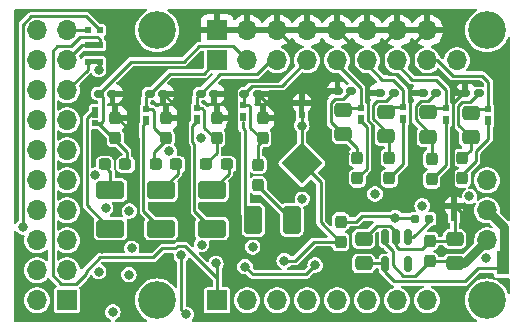
<source format=gbr>
%TF.GenerationSoftware,KiCad,Pcbnew,8.0.7*%
%TF.CreationDate,2024-12-23T21:08:15-05:00*%
%TF.ProjectId,tac5212_audio_board_single_ended,74616335-3231-4325-9f61-7564696f5f62,rev?*%
%TF.SameCoordinates,Original*%
%TF.FileFunction,Copper,L4,Bot*%
%TF.FilePolarity,Positive*%
%FSLAX46Y46*%
G04 Gerber Fmt 4.6, Leading zero omitted, Abs format (unit mm)*
G04 Created by KiCad (PCBNEW 8.0.7) date 2024-12-23 21:08:15*
%MOMM*%
%LPD*%
G01*
G04 APERTURE LIST*
G04 Aperture macros list*
%AMRoundRect*
0 Rectangle with rounded corners*
0 $1 Rounding radius*
0 $2 $3 $4 $5 $6 $7 $8 $9 X,Y pos of 4 corners*
0 Add a 4 corners polygon primitive as box body*
4,1,4,$2,$3,$4,$5,$6,$7,$8,$9,$2,$3,0*
0 Add four circle primitives for the rounded corners*
1,1,$1+$1,$2,$3*
1,1,$1+$1,$4,$5*
1,1,$1+$1,$6,$7*
1,1,$1+$1,$8,$9*
0 Add four rect primitives between the rounded corners*
20,1,$1+$1,$2,$3,$4,$5,0*
20,1,$1+$1,$4,$5,$6,$7,0*
20,1,$1+$1,$6,$7,$8,$9,0*
20,1,$1+$1,$8,$9,$2,$3,0*%
%AMRotRect*
0 Rectangle, with rotation*
0 The origin of the aperture is its center*
0 $1 length*
0 $2 width*
0 $3 Rotation angle, in degrees counterclockwise*
0 Add horizontal line*
21,1,$1,$2,0,0,$3*%
G04 Aperture macros list end*
%TA.AperFunction,EtchedComponent*%
%ADD10C,0.000000*%
%TD*%
%TA.AperFunction,SMDPad,CuDef*%
%ADD11R,0.500000X0.500000*%
%TD*%
%TA.AperFunction,SMDPad,CuDef*%
%ADD12R,0.500000X0.550000*%
%TD*%
%TA.AperFunction,ComponentPad*%
%ADD13R,0.500000X0.500000*%
%TD*%
%TA.AperFunction,ComponentPad*%
%ADD14R,1.700000X1.700000*%
%TD*%
%TA.AperFunction,ComponentPad*%
%ADD15O,1.700000X1.700000*%
%TD*%
%TA.AperFunction,ComponentPad*%
%ADD16C,3.200000*%
%TD*%
%TA.AperFunction,ComponentPad*%
%ADD17C,0.500000*%
%TD*%
%TA.AperFunction,SMDPad,CuDef*%
%ADD18RotRect,2.450000X2.450000X45.000000*%
%TD*%
%TA.AperFunction,SMDPad,CuDef*%
%ADD19RoundRect,0.250000X0.475000X-0.337500X0.475000X0.337500X-0.475000X0.337500X-0.475000X-0.337500X0*%
%TD*%
%TA.AperFunction,SMDPad,CuDef*%
%ADD20RoundRect,0.237500X-0.237500X0.300000X-0.237500X-0.300000X0.237500X-0.300000X0.237500X0.300000X0*%
%TD*%
%TA.AperFunction,SMDPad,CuDef*%
%ADD21RoundRect,0.160000X0.222500X0.160000X-0.222500X0.160000X-0.222500X-0.160000X0.222500X-0.160000X0*%
%TD*%
%TA.AperFunction,SMDPad,CuDef*%
%ADD22RoundRect,0.237500X-0.287500X-0.237500X0.287500X-0.237500X0.287500X0.237500X-0.287500X0.237500X0*%
%TD*%
%TA.AperFunction,SMDPad,CuDef*%
%ADD23RoundRect,0.237500X0.237500X-0.300000X0.237500X0.300000X-0.237500X0.300000X-0.237500X-0.300000X0*%
%TD*%
%TA.AperFunction,SMDPad,CuDef*%
%ADD24R,0.508000X0.500000*%
%TD*%
%TA.AperFunction,SMDPad,CuDef*%
%ADD25R,0.508000X0.508000*%
%TD*%
%TA.AperFunction,SMDPad,CuDef*%
%ADD26RoundRect,0.250001X0.924999X-0.499999X0.924999X0.499999X-0.924999X0.499999X-0.924999X-0.499999X0*%
%TD*%
%TA.AperFunction,SMDPad,CuDef*%
%ADD27R,1.000000X1.100000*%
%TD*%
%TA.AperFunction,SMDPad,CuDef*%
%ADD28R,0.500000X0.508000*%
%TD*%
%TA.AperFunction,SMDPad,CuDef*%
%ADD29RoundRect,0.250001X-0.499999X-0.924999X0.499999X-0.924999X0.499999X0.924999X-0.499999X0.924999X0*%
%TD*%
%TA.AperFunction,SMDPad,CuDef*%
%ADD30RoundRect,0.237500X0.287500X0.237500X-0.287500X0.237500X-0.287500X-0.237500X0.287500X-0.237500X0*%
%TD*%
%TA.AperFunction,SMDPad,CuDef*%
%ADD31RoundRect,0.160000X-0.222500X-0.160000X0.222500X-0.160000X0.222500X0.160000X-0.222500X0.160000X0*%
%TD*%
%TA.AperFunction,SMDPad,CuDef*%
%ADD32RoundRect,0.250000X-0.475000X0.337500X-0.475000X-0.337500X0.475000X-0.337500X0.475000X0.337500X0*%
%TD*%
%TA.AperFunction,SMDPad,CuDef*%
%ADD33RoundRect,0.150000X-0.150000X0.512500X-0.150000X-0.512500X0.150000X-0.512500X0.150000X0.512500X0*%
%TD*%
%TA.AperFunction,SMDPad,CuDef*%
%ADD34RoundRect,0.160000X-0.197500X-0.160000X0.197500X-0.160000X0.197500X0.160000X-0.197500X0.160000X0*%
%TD*%
%TA.AperFunction,SMDPad,CuDef*%
%ADD35RoundRect,0.237500X-0.237500X0.287500X-0.237500X-0.287500X0.237500X-0.287500X0.237500X0.287500X0*%
%TD*%
%TA.AperFunction,SMDPad,CuDef*%
%ADD36R,0.475000X0.675000*%
%TD*%
%TA.AperFunction,ViaPad*%
%ADD37C,0.800000*%
%TD*%
%TA.AperFunction,Conductor*%
%ADD38C,0.250000*%
%TD*%
%TA.AperFunction,Conductor*%
%ADD39C,0.750000*%
%TD*%
G04 APERTURE END LIST*
%TA.AperFunction,EtchedComponent*%
%TO.C,GND108*%
G36*
X108971000Y-106104000D02*
G01*
X109429000Y-106104000D01*
X109429000Y-106679000D01*
X108971000Y-106679000D01*
X108971000Y-106104000D01*
G37*
%TD.AperFunction*%
D10*
%TA.AperFunction,EtchedComponent*%
%TO.C,3V108*%
G36*
X126400000Y-119675000D02*
G01*
X126000000Y-119675000D01*
X126000000Y-119125000D01*
X126400000Y-119125000D01*
X126400000Y-119675000D01*
G37*
%TD.AperFunction*%
%TA.AperFunction,EtchedComponent*%
%TO.C,SDA108*%
G36*
X91321000Y-102629000D02*
G01*
X91896000Y-102629000D01*
X91896000Y-102171000D01*
X91321000Y-102171000D01*
X91321000Y-102629000D01*
G37*
%TD.AperFunction*%
%TA.AperFunction,EtchedComponent*%
%TO.C,SCL108*%
G36*
X91321000Y-101229000D02*
G01*
X91896000Y-101229000D01*
X91896000Y-100771000D01*
X91321000Y-100771000D01*
X91321000Y-101229000D01*
G37*
%TD.AperFunction*%
%TA.AperFunction,EtchedComponent*%
%TO.C,G119*%
G36*
X122329000Y-115379000D02*
G01*
X121871000Y-115379000D01*
X121871000Y-114804000D01*
X122329000Y-114804000D01*
X122329000Y-115379000D01*
G37*
%TD.AperFunction*%
%TD*%
D11*
%TO.P,OP2,1,1*%
%TO.N,OUT2P+*%
X100300000Y-106325000D03*
D12*
%TO.P,OP2,2,2*%
%TO.N,OUT2P*%
X100300000Y-107200000D03*
D13*
X100300000Y-107425000D03*
%TD*%
D11*
%TO.P,INP2,1,1*%
%TO.N,IN2P+*%
X121400000Y-106335000D03*
D12*
%TO.P,INP2,2,2*%
%TO.N,IN2P*%
X121400000Y-107210000D03*
D13*
X121400000Y-107435000D03*
%TD*%
D11*
%TO.P,INM2,1,1*%
%TO.N,IN2M+*%
X125000000Y-106382500D03*
D12*
%TO.P,INM2,2,2*%
%TO.N,IN2M*%
X125000000Y-107257500D03*
D13*
X125000000Y-107482500D03*
%TD*%
D11*
%TO.P,OM2,1,1*%
%TO.N,OUT2M+*%
X104200000Y-106100000D03*
D12*
%TO.P,OM2,2,2*%
%TO.N,OUT2M*%
X104200000Y-106975000D03*
D13*
X104200000Y-107200000D03*
%TD*%
D11*
%TO.P,OP1,1,1*%
%TO.N,OUT1P+*%
X96000000Y-106400000D03*
D12*
%TO.P,OP1,2,2*%
%TO.N,OUT1P*%
X96000000Y-107275000D03*
D13*
X96000000Y-107500000D03*
%TD*%
D11*
%TO.P,INM1,1,1*%
%TO.N,IN1M+*%
X117800000Y-106262500D03*
D12*
%TO.P,INM1,2,2*%
%TO.N,IN1M*%
X117800000Y-107137500D03*
D13*
X117800000Y-107362500D03*
%TD*%
D11*
%TO.P,INP1,1,1*%
%TO.N,IN1P+*%
X114200000Y-106325000D03*
D12*
%TO.P,INP1,2,2*%
%TO.N,IN1P*%
X114200000Y-107200000D03*
D13*
X114200000Y-107425000D03*
%TD*%
D14*
%TO.P,board_outline108,1,HELD_HIGH*%
%TO.N,EN_HELD_HIGH*%
X89337500Y-122600000D03*
D15*
%TO.P,board_outline108,2,HELD_LOW*%
%TO.N,unconnected-(board_outline108-HELD_LOW-Pad2)*%
X86797500Y-122600000D03*
%TO.P,board_outline108,3,5V*%
%TO.N,Net-(5V108-B)*%
X89337500Y-120060000D03*
%TO.P,board_outline108,4,GNDD*%
%TO.N,GNDD*%
X86797500Y-120060000D03*
%TO.P,board_outline108,5,12V*%
%TO.N,unconnected-(board_outline108-12V-Pad5)*%
X89337500Y-117520000D03*
%TO.P,board_outline108,6,GNDD*%
%TO.N,GNDD*%
X86797500Y-117520000D03*
%TO.P,board_outline108,7,DSP_DOUT*%
%TO.N,5212_DOUT1+*%
X89337500Y-114980000D03*
%TO.P,board_outline108,8,GNDD*%
%TO.N,GNDD*%
X86797500Y-114980000D03*
%TO.P,board_outline108,9,DSP_DIN*%
%TO.N,5212_DIN1*%
X89337500Y-112440000D03*
%TO.P,board_outline108,10,GNDD*%
%TO.N,GNDD*%
X86797500Y-112440000D03*
%TO.P,board_outline108,11,BCLK*%
%TO.N,5212_BCLK1*%
X89337500Y-109900000D03*
%TO.P,board_outline108,12,GNDD*%
%TO.N,GNDD*%
X86797500Y-109900000D03*
%TO.P,board_outline108,13,LRCK*%
%TO.N,5212_LRCK1*%
X89337500Y-107360000D03*
%TO.P,board_outline108,14,GNDD*%
%TO.N,GNDD*%
X86797500Y-107360000D03*
%TO.P,board_outline108,15,SDA*%
%TO.N,DSP_SDA*%
X89337500Y-104820000D03*
%TO.P,board_outline108,16,GNDD*%
%TO.N,GNDD*%
X86797500Y-104820000D03*
%TO.P,board_outline108,17,SCL*%
%TO.N,DSP_SCL*%
X89337500Y-102280000D03*
%TO.P,board_outline108,18,GNDD*%
%TO.N,GNDD*%
X86797500Y-102280000D03*
%TO.P,board_outline108,19,MCLK*%
%TO.N,5212_MCLK1*%
X89337500Y-99740000D03*
%TO.P,board_outline108,20,GNDD*%
%TO.N,GNDD*%
X86797500Y-99740000D03*
D14*
%TO.P,board_outline108,21,OUTP*%
%TO.N,OUT1P+*%
X102047500Y-102285000D03*
%TO.P,board_outline108,22,AGND*%
%TO.N,Earth*%
X102047500Y-99745000D03*
D15*
%TO.P,board_outline108,23,OUT1M*%
%TO.N,OUT1M+*%
X104587500Y-102285000D03*
%TO.P,board_outline108,24,AGND*%
%TO.N,Earth*%
X104587500Y-99745000D03*
%TO.P,board_outline108,25,OUT2P*%
%TO.N,OUT2P+*%
X107127500Y-102285000D03*
%TO.P,board_outline108,26,AGND*%
%TO.N,Earth*%
X107127500Y-99745000D03*
%TO.P,board_outline108,27,OUT2M*%
%TO.N,OUT2M+*%
X109667500Y-102285000D03*
%TO.P,board_outline108,28,AGND*%
%TO.N,Earth*%
X109667500Y-99745000D03*
%TO.P,board_outline108,29,IN1P*%
%TO.N,IN1P+*%
X112207500Y-102285000D03*
%TO.P,board_outline108,30,AGND*%
%TO.N,Earth*%
X112207500Y-99745000D03*
%TO.P,board_outline108,31,IN1M*%
%TO.N,IN1M+*%
X114747500Y-102285000D03*
%TO.P,board_outline108,32,AGND*%
%TO.N,Earth*%
X114747500Y-99745000D03*
%TO.P,board_outline108,33,IN2P*%
%TO.N,IN2P+*%
X117287500Y-102285000D03*
%TO.P,board_outline108,34,AGND*%
%TO.N,Earth*%
X117287500Y-99745000D03*
%TO.P,board_outline108,35,IN2M*%
%TO.N,IN2M+*%
X119827500Y-102285000D03*
%TO.P,board_outline108,36,AGND*%
%TO.N,Earth*%
X119827500Y-99745000D03*
D14*
%TO.P,board_outline108,37,SCL*%
%TO.N,5212_SCL*%
X102047500Y-122605000D03*
D15*
%TO.P,board_outline108,38,SDA*%
%TO.N,5212_SDA*%
X104587500Y-122605000D03*
%TO.P,board_outline108,39,GNDD*%
%TO.N,GNDD*%
X107127500Y-122605000D03*
%TO.P,board_outline108,40,GPIO1*%
%TO.N,GPIO1*%
X109667500Y-122605000D03*
%TO.P,board_outline108,41,GPIO2*%
%TO.N,GPIO2*%
X112207500Y-122605000D03*
%TO.P,board_outline108,42,GPO1*%
%TO.N,GPO1*%
X114747500Y-122605000D03*
%TO.P,board_outline108,43,GPI1*%
%TO.N,GPI1*%
X117287500Y-122605000D03*
%TO.P,board_outline108,44,GNDD*%
%TO.N,GNDD*%
X119827500Y-122605000D03*
%TO.P,board_outline108,45,5V*%
%TO.N,5V*%
X124892500Y-117525000D03*
%TO.P,board_outline108,46,3.3V*%
%TO.N,3.3V_LDO*%
X124892500Y-114985000D03*
%TO.P,board_outline108,47,GNDD*%
%TO.N,GNDD*%
X124892500Y-112445000D03*
%TO.P,board_outline108,48,MIC_BIAS*%
%TO.N,MICBIAS*%
X122352500Y-102285000D03*
D16*
%TO.P,board_outline108,49,AGND*%
%TO.N,Net-(E108-B)*%
X96952500Y-99745000D03*
%TO.P,board_outline108,50,AGND*%
%TO.N,Net-(E109-B)*%
X124892500Y-99745000D03*
%TO.P,board_outline108,51,DGND*%
%TO.N,Net-(G117-A)*%
X96952500Y-122605000D03*
%TO.P,board_outline108,52,DGND*%
%TO.N,Net-(G118-A)*%
X124892500Y-122605000D03*
%TD*%
D17*
%TO.P,G110,1,1*%
%TO.N,Earth*%
X117100000Y-114000000D03*
%TD*%
%TO.P,G109,1,1*%
%TO.N,Earth*%
X99200000Y-117200000D03*
%TD*%
%TO.P,G112,1,1*%
%TO.N,Earth*%
X118400000Y-114000000D03*
%TD*%
%TO.P,G111,1,1*%
%TO.N,Earth*%
X92300000Y-118400000D03*
%TD*%
%TO.P,G113,1,1*%
%TO.N,Earth*%
X102600000Y-118400000D03*
%TD*%
%TO.P,TAC5212,25,VSS*%
%TO.N,GNDD*%
X108705025Y-111494975D03*
X108705025Y-110505025D03*
X109200000Y-111000000D03*
D18*
X109200000Y-111000000D03*
D17*
X109694975Y-111494975D03*
X109694975Y-110505025D03*
%TD*%
%TO.P,G115,1,1*%
%TO.N,Earth*%
X103200000Y-119300000D03*
%TD*%
%TO.P,G114,1,1*%
%TO.N,Earth*%
X123000000Y-115600000D03*
%TD*%
%TO.P,G116,1,1*%
%TO.N,Earth*%
X125900000Y-110200000D03*
%TD*%
%TO.P,G108,1,1*%
%TO.N,Earth*%
X115800000Y-114500000D03*
%TD*%
D19*
%TO.P,T\u002AC108,1*%
%TO.N,5V*%
X122134314Y-119475000D03*
%TO.P,T\u002AC108,2*%
%TO.N,Net-(G119-A)*%
X122134314Y-117400000D03*
%TD*%
D20*
%TO.P,C127,1*%
%TO.N,Net-(C127-Pad1)*%
X113900000Y-110537500D03*
%TO.P,C127,2*%
%TO.N,IN1P*%
X113900000Y-112262500D03*
%TD*%
D21*
%TO.P,D111,1,K*%
%TO.N,OUT2M+*%
X104327500Y-105100000D03*
%TO.P,D111,2,K*%
%TO.N,Earth*%
X105472500Y-105100000D03*
%TD*%
D22*
%TO.P,R108,1*%
%TO.N,OUT1P+*%
X96825000Y-111100000D03*
%TO.P,R108,2*%
%TO.N,Net-(C110-Pad2)*%
X98575000Y-111100000D03*
%TD*%
D23*
%TO.P,T\u002AC109,1*%
%TO.N,5V*%
X120034314Y-119300000D03*
%TO.P,T\u002AC109,2*%
%TO.N,Net-(G119-A)*%
X120034314Y-117575000D03*
%TD*%
D20*
%TO.P,C124,1*%
%TO.N,Net-(C124-Pad1)*%
X122800000Y-110537500D03*
%TO.P,C124,2*%
%TO.N,IN2M*%
X122800000Y-112262500D03*
%TD*%
D24*
%TO.P,GND108,1,A*%
%TO.N,GNDD*%
X109200000Y-106904000D03*
D25*
%TO.P,GND108,2,B*%
%TO.N,Earth*%
X109200000Y-105900000D03*
%TD*%
D20*
%TO.P,C125,1*%
%TO.N,Net-(C125-Pad1)*%
X120200000Y-110637500D03*
%TO.P,C125,2*%
%TO.N,IN2P*%
X120200000Y-112362500D03*
%TD*%
D26*
%TO.P,C114,1*%
%TO.N,OUT1M*%
X93000000Y-116525000D03*
%TO.P,C114,2*%
%TO.N,Net-(C114-Pad2)*%
X93000000Y-113275000D03*
%TD*%
D19*
%TO.P,T\u002AC110,1*%
%TO.N,3.3V_A*%
X114434314Y-119475000D03*
%TO.P,T\u002AC110,2*%
%TO.N,Net-(G119-A)*%
X114434314Y-117400000D03*
%TD*%
D27*
%TO.P,3V108,1,A*%
%TO.N,3.3V_A*%
X126200000Y-119904000D03*
%TO.P,3V108,2,B*%
%TO.N,3.3V_LDO*%
X126200000Y-118900000D03*
%TD*%
D28*
%TO.P,SDA108,1,A*%
%TO.N,DSP_SDA*%
X91096000Y-102400000D03*
D25*
%TO.P,SDA108,2,B*%
%TO.N,5212_SDA*%
X92100000Y-102400000D03*
%TD*%
%TO.P,MCLK108,1,1*%
%TO.N,5212_MCLK1*%
X91100000Y-99700000D03*
%TO.P,MCLK108,2,2*%
%TO.N,GPI1*%
X92100000Y-99700000D03*
%TD*%
D29*
%TO.P,C122,1*%
%TO.N,OUT2M*%
X105100001Y-115800000D03*
%TO.P,C122,2*%
%TO.N,Net-(C122-Pad2)*%
X108350001Y-115800000D03*
%TD*%
D28*
%TO.P,SCL108,1,A*%
%TO.N,DSP_SCL*%
X91096000Y-101000000D03*
D25*
%TO.P,SCL108,2,B*%
%TO.N,5212_SCL*%
X92100000Y-101000000D03*
%TD*%
D30*
%TO.P,R109,1*%
%TO.N,OUT1M+*%
X94275000Y-111100000D03*
%TO.P,R109,2*%
%TO.N,Net-(C114-Pad2)*%
X92525000Y-111100000D03*
%TD*%
D31*
%TO.P,D113,1,K*%
%TO.N,Net-(C125-Pad1)*%
X120572500Y-105035000D03*
%TO.P,D113,2,K*%
%TO.N,Earth*%
X119427500Y-105035000D03*
%TD*%
D32*
%TO.P,FB110,1*%
%TO.N,IN1M+*%
X116300000Y-106625000D03*
%TO.P,FB110,2*%
%TO.N,Net-(C126-Pad1)*%
X116300000Y-108700000D03*
%TD*%
%TO.P,FB111,1*%
%TO.N,IN1P+*%
X112700000Y-106462500D03*
%TO.P,FB111,2*%
%TO.N,Net-(C127-Pad1)*%
X112700000Y-108537500D03*
%TD*%
D22*
%TO.P,R111,1*%
%TO.N,OUT2P+*%
X101125000Y-111100000D03*
%TO.P,R111,2*%
%TO.N,Net-(C120-Pad2)*%
X102875000Y-111100000D03*
%TD*%
D31*
%TO.P,D112,1,K*%
%TO.N,Net-(C124-Pad1)*%
X124172500Y-105082500D03*
%TO.P,D112,2,K*%
%TO.N,Earth*%
X123027500Y-105082500D03*
%TD*%
D23*
%TO.P,C123,1*%
%TO.N,OUT2M+*%
X105900000Y-108862500D03*
%TO.P,C123,2*%
%TO.N,Earth*%
X105900000Y-107137500D03*
%TD*%
D33*
%TO.P,U109,1,IN*%
%TO.N,5V*%
X116261814Y-117277500D03*
%TO.P,U109,2,GND*%
%TO.N,Net-(G119-A)*%
X117211814Y-117277500D03*
%TO.P,U109,3,EN*%
%TO.N,Net-(U109-EN)*%
X118161814Y-117277500D03*
%TO.P,U109,4,NC*%
%TO.N,unconnected-(U109-NC-Pad4)*%
X118161814Y-119552500D03*
%TO.P,U109,5,OUT*%
%TO.N,3.3V_A*%
X116261814Y-119552500D03*
%TD*%
D21*
%TO.P,D108,1,K*%
%TO.N,OUT1P+*%
X96327500Y-105100000D03*
%TO.P,D108,2,K*%
%TO.N,Earth*%
X97472500Y-105100000D03*
%TD*%
D23*
%TO.P,C113,1*%
%TO.N,OUT1P+*%
X97700000Y-108862500D03*
%TO.P,C113,2*%
%TO.N,Earth*%
X97700000Y-107137500D03*
%TD*%
D20*
%TO.P,C126,1*%
%TO.N,Net-(C126-Pad1)*%
X116600000Y-110537500D03*
%TO.P,C126,2*%
%TO.N,IN1M*%
X116600000Y-112262500D03*
%TD*%
D21*
%TO.P,D110,1,K*%
%TO.N,OUT2P+*%
X100627500Y-105100000D03*
%TO.P,D110,2,K*%
%TO.N,Earth*%
X101772500Y-105100000D03*
%TD*%
D26*
%TO.P,C110,1*%
%TO.N,OUT1P*%
X97300000Y-116525000D03*
%TO.P,C110,2*%
%TO.N,Net-(C110-Pad2)*%
X97300000Y-113275000D03*
%TD*%
D21*
%TO.P,D109,1,K*%
%TO.N,OUT1M+*%
X92027500Y-105100000D03*
%TO.P,D109,2,K*%
%TO.N,Earth*%
X93172500Y-105100000D03*
%TD*%
D34*
%TO.P,R127,1*%
%TO.N,EN_HELD_HIGH*%
X118802500Y-115700000D03*
%TO.P,R127,2*%
%TO.N,Net-(U109-EN)*%
X119997500Y-115700000D03*
%TD*%
D23*
%TO.P,C121,1*%
%TO.N,OUT2P+*%
X102000000Y-108862500D03*
%TO.P,C121,2*%
%TO.N,Earth*%
X102000000Y-107137500D03*
%TD*%
D26*
%TO.P,C120,1*%
%TO.N,OUT2P*%
X101600000Y-116525000D03*
%TO.P,C120,2*%
%TO.N,Net-(C120-Pad2)*%
X101600000Y-113275000D03*
%TD*%
D31*
%TO.P,D114,1,K*%
%TO.N,Net-(C126-Pad1)*%
X116972500Y-105035000D03*
%TO.P,D114,2,K*%
%TO.N,Earth*%
X115827500Y-105035000D03*
%TD*%
D35*
%TO.P,R116,1*%
%TO.N,OUT2M+*%
X105500000Y-111125000D03*
%TO.P,R116,2*%
%TO.N,Net-(C122-Pad2)*%
X105500000Y-112875000D03*
%TD*%
D32*
%TO.P,FB109,1*%
%TO.N,IN2P+*%
X119900000Y-106697500D03*
%TO.P,FB109,2*%
%TO.N,Net-(C125-Pad1)*%
X119900000Y-108772500D03*
%TD*%
D24*
%TO.P,G119,1,A*%
%TO.N,Net-(G119-A)*%
X122100000Y-115604000D03*
D25*
%TO.P,G119,2,B*%
%TO.N,Earth*%
X122100000Y-114600000D03*
%TD*%
D32*
%TO.P,FB108,1*%
%TO.N,IN2M+*%
X123500000Y-106735000D03*
%TO.P,FB108,2*%
%TO.N,Net-(C124-Pad1)*%
X123500000Y-108810000D03*
%TD*%
D31*
%TO.P,D115,1,K*%
%TO.N,Net-(C127-Pad1)*%
X113372500Y-104900000D03*
%TO.P,D115,2,K*%
%TO.N,Earth*%
X112227500Y-104900000D03*
%TD*%
D20*
%TO.P,C129,1*%
%TO.N,EN_HELD_HIGH*%
X112500000Y-115937499D03*
%TO.P,C129,2*%
%TO.N,GNDD*%
X112500000Y-117662501D03*
%TD*%
D11*
%TO.P,OM1,1,1*%
%TO.N,OUT1M+*%
X91700000Y-107600000D03*
D36*
%TO.P,OM1,2,2*%
%TO.N,OUT1M*%
X91700000Y-106812500D03*
D13*
X91700000Y-106500000D03*
%TD*%
D23*
%TO.P,C117,1*%
%TO.N,OUT1M+*%
X93400000Y-108862500D03*
%TO.P,C117,2*%
%TO.N,Earth*%
X93400000Y-107137500D03*
%TD*%
D37*
%TO.N,GNDD*%
X92600000Y-114800000D03*
X99400000Y-123800000D03*
X91719599Y-111998440D03*
X119400000Y-114600000D03*
X109200000Y-107800000D03*
X107711709Y-119246986D03*
X94800000Y-118200000D03*
X109250000Y-113985355D03*
X98000000Y-110000000D03*
X99000000Y-118800000D03*
X115400000Y-113600000D03*
X124800000Y-119000000D03*
X123400000Y-113800000D03*
X100718700Y-117875000D03*
X93200000Y-123600000D03*
%TO.N,5V*%
X94569964Y-120430000D03*
%TO.N,Earth*%
X94600000Y-105800000D03*
X94400000Y-101000000D03*
X91800000Y-123600000D03*
X103224739Y-107762663D03*
X126400000Y-113600000D03*
X112825000Y-110225000D03*
X96200000Y-103200000D03*
X94400000Y-98400000D03*
X108200000Y-105200000D03*
X111200000Y-104200000D03*
X124064601Y-102335399D03*
%TO.N,EN_HELD_HIGH*%
X117100000Y-115600000D03*
%TO.N,5212_SCL*%
X101934085Y-119475000D03*
%TO.N,5212_SDA*%
X92004802Y-120161926D03*
X92007954Y-103082209D03*
%TO.N,3.3V_LDO*%
X100675000Y-108873986D03*
X94600000Y-115050000D03*
X105050000Y-118075008D03*
%TO.N,GPI1*%
X85600000Y-116400000D03*
%TO.N,Net-(PU_EN108-Pad1)*%
X110338844Y-119622742D03*
X104393867Y-119750361D03*
%TD*%
D38*
%TO.N,GNDD*%
X99000000Y-118800000D02*
X99000000Y-123400000D01*
X110237499Y-117662501D02*
X112500000Y-117662501D01*
X109200000Y-111000000D02*
X110800000Y-112600000D01*
X109200000Y-107800000D02*
X109200000Y-106904000D01*
X109200000Y-107804000D02*
X109200000Y-109515076D01*
X110800000Y-112600000D02*
X110800000Y-116000000D01*
X108653014Y-119246986D02*
X110237499Y-117662501D01*
X112462501Y-117662501D02*
X112500000Y-117662501D01*
X110800000Y-116000000D02*
X112462501Y-117662501D01*
X107711709Y-119246986D02*
X108653014Y-119246986D01*
X99000000Y-123400000D02*
X99400000Y-123800000D01*
%TO.N,5V*%
X116900000Y-119629094D02*
X116900000Y-118400000D01*
X117810906Y-120540000D02*
X116900000Y-119629094D01*
X116900000Y-118400000D02*
X116261814Y-117761814D01*
X120034314Y-119300000D02*
X121959314Y-119300000D01*
D39*
X122134314Y-119475000D02*
X122942500Y-119475000D01*
X122942500Y-119475000D02*
X124892500Y-117525000D01*
D38*
X120034314Y-119300000D02*
X118794314Y-120540000D01*
X121959314Y-119300000D02*
X122134314Y-119475000D01*
X118794314Y-120540000D02*
X117810906Y-120540000D01*
X116261814Y-117761814D02*
X116261814Y-117277500D01*
%TO.N,Earth*%
X124064601Y-102335400D02*
X124064601Y-102335399D01*
X114260799Y-104060799D02*
X114260799Y-103460000D01*
X104653966Y-117300000D02*
X109095101Y-117300000D01*
X99625000Y-109556398D02*
X99450000Y-109381398D01*
X103925000Y-108605000D02*
X103620000Y-108300000D01*
X115200000Y-107793996D02*
X114800000Y-107393996D01*
X114800000Y-107393996D02*
X114800000Y-104600000D01*
X116112500Y-100920000D02*
X117287500Y-99745000D01*
X119340799Y-103460000D02*
X118652500Y-102771701D01*
X125900000Y-110200000D02*
X125900000Y-104170799D01*
X103620000Y-104734672D02*
X104354672Y-104000000D01*
X121474201Y-99745000D02*
X119827500Y-99745000D01*
X122000000Y-105900000D02*
X122817500Y-105082500D01*
X90512500Y-105351430D02*
X92003681Y-103860249D01*
X117100000Y-114000000D02*
X116900000Y-114000000D01*
X114797924Y-114500000D02*
X112900000Y-112602076D01*
X104354672Y-104000000D02*
X107074201Y-104000000D01*
X118400000Y-114000000D02*
X118400000Y-112525000D01*
X111700000Y-104900000D02*
X112227500Y-104900000D01*
X118652500Y-100920000D02*
X119827500Y-99745000D01*
X108985355Y-113260355D02*
X106950000Y-111225000D01*
X112900000Y-110370100D02*
X111200000Y-108670100D01*
X109975000Y-116420101D02*
X109975000Y-113685050D01*
X116900000Y-114000000D02*
X115200000Y-112300000D01*
X116560000Y-103460000D02*
X116112500Y-103012500D01*
X103620000Y-108157924D02*
X103224739Y-107762663D01*
X108302500Y-100920000D02*
X107127500Y-99745000D01*
X108302500Y-102771701D02*
X108302500Y-100920000D01*
X125900000Y-104170799D02*
X124064601Y-102335400D01*
X113572500Y-101110000D02*
X112207500Y-99745000D01*
X123000000Y-115600000D02*
X123000000Y-115479000D01*
X98613604Y-101670000D02*
X100538604Y-99745000D01*
X109550305Y-113260355D02*
X108985355Y-113260355D01*
X122000000Y-114479000D02*
X122000000Y-105900000D01*
X118375000Y-112500000D02*
X118375000Y-104675000D01*
X106950000Y-106577500D02*
X105472500Y-105100000D01*
X115200000Y-112300000D02*
X115200000Y-107793996D01*
X122582500Y-105082500D02*
X120960000Y-103460000D01*
X90512500Y-116612500D02*
X90512500Y-105351430D01*
X112900000Y-112602076D02*
X112900000Y-110370100D01*
X123000000Y-115479000D02*
X122000000Y-114479000D01*
X103200000Y-118753966D02*
X104653966Y-117300000D01*
X95325000Y-116445100D02*
X95325000Y-108887500D01*
X102000000Y-107350000D02*
X102000000Y-106962500D01*
X103200000Y-119300000D02*
X103200000Y-118753966D01*
X118652500Y-102771701D02*
X118652500Y-100920000D01*
X95325000Y-108887500D02*
X93400000Y-106962500D01*
X107074201Y-104000000D02*
X108302500Y-102771701D01*
X111200000Y-105400000D02*
X111700000Y-104900000D01*
X115800000Y-114500000D02*
X114797924Y-114500000D01*
X99625000Y-116775000D02*
X99625000Y-109556398D01*
X122817500Y-105082500D02*
X123027500Y-105082500D01*
X109975000Y-113685050D02*
X109550305Y-113260355D01*
X118400000Y-112525000D02*
X118375000Y-112500000D01*
X103620000Y-108300000D02*
X103620000Y-104734672D01*
X93370100Y-118400000D02*
X95325000Y-116445100D01*
X92300000Y-118400000D02*
X93370100Y-118400000D01*
X92325930Y-103860249D02*
X94516179Y-101670000D01*
X114260799Y-103460000D02*
X113572500Y-102771701D01*
X116112500Y-103012500D02*
X116112500Y-100920000D01*
X103925000Y-117075000D02*
X103925000Y-108605000D01*
X114800000Y-104600000D02*
X114260799Y-104060799D01*
X123027500Y-105082500D02*
X122582500Y-105082500D01*
X117160000Y-103460000D02*
X116560000Y-103460000D01*
X92300000Y-118400000D02*
X90512500Y-116612500D01*
X113572500Y-102771701D02*
X113572500Y-101110000D01*
X99450000Y-109381398D02*
X99450000Y-107077500D01*
X109095101Y-117300000D02*
X109975000Y-116420101D01*
X99200000Y-117200000D02*
X99625000Y-116775000D01*
X92003681Y-103860249D02*
X92325930Y-103860249D01*
X99450000Y-107077500D02*
X97472500Y-105100000D01*
X100538604Y-99745000D02*
X102047500Y-99745000D01*
X103620000Y-108300000D02*
X103620000Y-108157924D01*
X111200000Y-108670100D02*
X111200000Y-105400000D01*
X102600000Y-118400000D02*
X103925000Y-117075000D01*
X106950000Y-111225000D02*
X106950000Y-106577500D01*
X124064600Y-102335399D02*
X121474201Y-99745000D01*
X94516179Y-101670000D02*
X98613604Y-101670000D01*
X120960000Y-103460000D02*
X119340799Y-103460000D01*
X124064601Y-102335399D02*
X124064600Y-102335399D01*
X118375000Y-104675000D02*
X117160000Y-103460000D01*
%TO.N,EN_HELD_HIGH*%
X113825002Y-115937499D02*
X112500000Y-115937499D01*
X117000000Y-115600000D02*
X116900000Y-115500000D01*
X117100000Y-115600000D02*
X118702500Y-115600000D01*
X116900000Y-115500000D02*
X114262501Y-115500000D01*
X117100000Y-115600000D02*
X117000000Y-115600000D01*
X114262501Y-115500000D02*
X113825002Y-115937499D01*
X117200000Y-115700000D02*
X117100000Y-115600000D01*
X118702500Y-115600000D02*
X118802500Y-115700000D01*
%TO.N,IN2P*%
X120200000Y-112362500D02*
X121400000Y-111162500D01*
X121400000Y-111162500D02*
X121400000Y-107435000D01*
%TO.N,IN1M*%
X116600000Y-112262500D02*
X117800000Y-111062500D01*
X117800000Y-111062500D02*
X117800000Y-107362500D01*
%TO.N,IN1P*%
X113900000Y-112262500D02*
X114700000Y-111462500D01*
X114700000Y-107930392D02*
X114200000Y-107430392D01*
X114200000Y-107430392D02*
X114200000Y-107425000D01*
X114700000Y-111462500D02*
X114700000Y-107930392D01*
%TO.N,Net-(C110-Pad2)*%
X98700000Y-111100000D02*
X98700000Y-111875000D01*
X98700000Y-111875000D02*
X97300000Y-113275000D01*
%TO.N,IN2M*%
X123950000Y-109992600D02*
X125000000Y-108942600D01*
X122800000Y-112262500D02*
X122800000Y-111977076D01*
X123950000Y-110827076D02*
X123950000Y-109992600D01*
X122800000Y-111977076D02*
X123950000Y-110827076D01*
X125000000Y-108942600D02*
X125000000Y-107482500D01*
%TO.N,OUT1P*%
X95775000Y-115000000D02*
X95775000Y-107725000D01*
X97300000Y-116525000D02*
X95775000Y-115000000D01*
X95775000Y-107725000D02*
X96000000Y-107500000D01*
%TO.N,Net-(C114-Pad2)*%
X93000000Y-113275000D02*
X93000000Y-111700000D01*
X93000000Y-111700000D02*
X92400000Y-111100000D01*
%TO.N,OUT1M*%
X90994599Y-114519599D02*
X93000000Y-116525000D01*
X90994599Y-107205401D02*
X90994599Y-114519599D01*
X91700000Y-106500000D02*
X90994599Y-107205401D01*
%TO.N,OUT2P*%
X100075000Y-115000000D02*
X100075000Y-109370002D01*
X99900000Y-107825000D02*
X100300000Y-107425000D01*
X99900000Y-109195002D02*
X99900000Y-107825000D01*
X101600000Y-116525000D02*
X100075000Y-115000000D01*
X100075000Y-109370002D02*
X99900000Y-109195002D01*
%TO.N,OUT2M*%
X104200000Y-108000000D02*
X104200000Y-107500000D01*
X105100001Y-115800000D02*
X104400000Y-115099999D01*
X104400000Y-115099999D02*
X104400000Y-108200000D01*
X104400000Y-108200000D02*
X104200000Y-108000000D01*
%TO.N,Net-(C120-Pad2)*%
X103000000Y-111875000D02*
X101600000Y-113275000D01*
X103000000Y-111100000D02*
X103000000Y-111875000D01*
%TO.N,Net-(C122-Pad2)*%
X105550001Y-113000000D02*
X108350001Y-115800000D01*
X105500000Y-113000000D02*
X105550001Y-113000000D01*
%TO.N,Net-(C124-Pad1)*%
X122450000Y-106152400D02*
X122779900Y-105822500D01*
X122779900Y-105822500D02*
X123432501Y-105822500D01*
X123500000Y-108810000D02*
X122450000Y-107760000D01*
X123432501Y-105822500D02*
X124172501Y-105082500D01*
X123500000Y-109837500D02*
X123500000Y-108810000D01*
X122450000Y-107760000D02*
X122450000Y-106152400D01*
X122800000Y-110537500D02*
X123500000Y-109837500D01*
%TO.N,Net-(C125-Pad1)*%
X119907501Y-105700000D02*
X120572501Y-105035000D01*
X119264900Y-105700000D02*
X119907501Y-105700000D01*
X118850000Y-106114900D02*
X119264900Y-105700000D01*
X120200000Y-110637500D02*
X120200000Y-109072500D01*
X120200000Y-109072500D02*
X119900000Y-108772500D01*
X118850000Y-107280100D02*
X118850000Y-106114900D01*
X119900000Y-108330100D02*
X118850000Y-107280100D01*
X119900000Y-108772500D02*
X119900000Y-108330100D01*
%TO.N,Net-(C126-Pad1)*%
X116300000Y-108700000D02*
X116300000Y-108257600D01*
X115250000Y-107207600D02*
X115250000Y-106042400D01*
X116600000Y-109000000D02*
X116300000Y-108700000D01*
X115250000Y-106042400D02*
X115592400Y-105700000D01*
X116600000Y-110537500D02*
X116600000Y-109000000D01*
X116307501Y-105700000D02*
X116972501Y-105035000D01*
X115592400Y-105700000D02*
X116307501Y-105700000D01*
X116300000Y-108257600D02*
X115250000Y-107207600D01*
%TO.N,5212_SCL*%
X97400000Y-118200000D02*
X96625000Y-118975000D01*
X96625000Y-118975000D02*
X92095711Y-118975000D01*
X98678984Y-118025000D02*
X98503984Y-118200000D01*
X99321016Y-118025000D02*
X98678984Y-118025000D01*
X88100000Y-101500000D02*
X88495000Y-101105000D01*
X88100000Y-120484201D02*
X88100000Y-101500000D01*
X102047500Y-122605000D02*
X102047500Y-120751484D01*
X89634201Y-101105000D02*
X90439201Y-100300000D01*
X92100000Y-100496000D02*
X92100000Y-101000000D01*
X90900000Y-120400000D02*
X90065000Y-121235000D01*
X90900000Y-120170711D02*
X90900000Y-120400000D01*
X92095711Y-118975000D02*
X90900000Y-120170711D01*
X90439201Y-100300000D02*
X91904000Y-100300000D01*
X102047500Y-119588415D02*
X101934085Y-119475000D01*
X98503984Y-118200000D02*
X97400000Y-118200000D01*
X88495000Y-101105000D02*
X89634201Y-101105000D01*
X90065000Y-121235000D02*
X88850799Y-121235000D01*
X102047500Y-122605000D02*
X102047500Y-119588415D01*
X102047500Y-120751484D02*
X99321016Y-118025000D01*
X88850799Y-121235000D02*
X88100000Y-120484201D01*
X91904000Y-100300000D02*
X92100000Y-100496000D01*
%TO.N,5212_SDA*%
X92100000Y-102400000D02*
X92100000Y-102990163D01*
X92100000Y-102990163D02*
X92007954Y-103082209D01*
D39*
%TO.N,3.3V_LDO*%
X126317500Y-116410000D02*
X124892500Y-114985000D01*
X126317500Y-118782501D02*
X126317500Y-116410000D01*
X126200000Y-118900001D02*
X126317500Y-118782501D01*
D38*
%TO.N,Net-(C127-Pad1)*%
X111650000Y-107487500D02*
X111650000Y-105879900D01*
X112727501Y-105545000D02*
X113372501Y-104900000D01*
X111984900Y-105545000D02*
X112727501Y-105545000D01*
X113900000Y-110537500D02*
X113900000Y-109737500D01*
X111650000Y-105879900D02*
X111984900Y-105545000D01*
X112700000Y-108537500D02*
X111650000Y-107487500D01*
X113900000Y-109737500D02*
X112700000Y-108537500D01*
%TO.N,5212_MCLK1*%
X89377500Y-99700000D02*
X89337500Y-99740000D01*
X91100000Y-99700000D02*
X89377500Y-99700000D01*
%TO.N,GPI1*%
X92100000Y-99700000D02*
X90965000Y-98565000D01*
X90965000Y-98565000D02*
X86310799Y-98565000D01*
X85600000Y-99275799D02*
X85600000Y-116400000D01*
X86310799Y-98565000D02*
X85600000Y-99275799D01*
%TO.N,Net-(G119-A)*%
X122134314Y-117400000D02*
X122134314Y-115638314D01*
X120034314Y-117575000D02*
X121959314Y-117575000D01*
X116693984Y-116290000D02*
X115544314Y-116290000D01*
X121959314Y-117575000D02*
X122134314Y-117400000D01*
X115544314Y-116290000D02*
X114434314Y-117400000D01*
X117465000Y-118265000D02*
X117211814Y-118011814D01*
X117211814Y-116807830D02*
X116693984Y-116290000D01*
X117211814Y-118011814D02*
X117211814Y-117277500D01*
X117211814Y-117277500D02*
X117211814Y-116807830D01*
X122134314Y-115638314D02*
X122100000Y-115604000D01*
X119344314Y-118265000D02*
X117465000Y-118265000D01*
X120034314Y-117575000D02*
X119344314Y-118265000D01*
%TO.N,DSP_SCL*%
X91096000Y-101000000D02*
X90617500Y-101000000D01*
X90617500Y-101000000D02*
X89337500Y-102280000D01*
%TO.N,DSP_SDA*%
X91096000Y-103061500D02*
X91096000Y-102400000D01*
X89337500Y-104820000D02*
X91096000Y-103061500D01*
%TO.N,OUT1M+*%
X91962500Y-107600000D02*
X93400000Y-109037500D01*
X94400000Y-110037500D02*
X93400000Y-109037500D01*
X92350000Y-107450000D02*
X92350000Y-105422500D01*
X104587500Y-102285000D02*
X103412500Y-101110000D01*
X99200000Y-102400000D02*
X94727500Y-102400000D01*
X103412500Y-101110000D02*
X100490000Y-101110000D01*
X91700000Y-107600000D02*
X92200000Y-107600000D01*
X94727500Y-102400000D02*
X92027500Y-105100000D01*
X91700000Y-107600000D02*
X91962500Y-107600000D01*
X92350000Y-105422500D02*
X92027500Y-105100000D01*
X92200000Y-107600000D02*
X92350000Y-107450000D01*
X100490000Y-101110000D02*
X99200000Y-102400000D01*
X94400000Y-111100000D02*
X94400000Y-110037500D01*
%TO.N,OUT2M+*%
X104327500Y-105100000D02*
X104972500Y-104455000D01*
X104850000Y-107987500D02*
X104850000Y-106250000D01*
X104327500Y-105972500D02*
X104200000Y-106100000D01*
X105500000Y-111000000D02*
X105500000Y-109437500D01*
X104972500Y-104455000D02*
X107497500Y-104455000D01*
X105900000Y-109037500D02*
X104850000Y-107987500D01*
X104700000Y-106100000D02*
X104200000Y-106100000D01*
X104327500Y-105100000D02*
X104327500Y-105972500D01*
X104850000Y-106250000D02*
X104700000Y-106100000D01*
X105500000Y-109437500D02*
X105900000Y-109037500D01*
X107497500Y-104455000D02*
X109667500Y-102285000D01*
%TO.N,OUT2P+*%
X100300000Y-105427500D02*
X100627500Y-105100000D01*
X100627500Y-105100000D02*
X102267500Y-103460000D01*
X102000000Y-109037500D02*
X100950000Y-107987500D01*
X100300000Y-106325000D02*
X100300000Y-105427500D01*
X102000000Y-110100000D02*
X101000000Y-111100000D01*
X100725000Y-106325000D02*
X100300000Y-106325000D01*
X102267500Y-103460000D02*
X105403276Y-103460000D01*
X105403276Y-103460000D02*
X106578276Y-102285000D01*
X106578276Y-102285000D02*
X107127500Y-102285000D01*
X100950000Y-106550000D02*
X100725000Y-106325000D01*
X100950000Y-107987500D02*
X100950000Y-106550000D01*
X102000000Y-109037500D02*
X102000000Y-110100000D01*
%TO.N,IN1M+*%
X115972500Y-103910000D02*
X114347500Y-102285000D01*
X116662500Y-106262500D02*
X117800000Y-106262500D01*
X116920328Y-103910000D02*
X115972500Y-103910000D01*
X117800000Y-106262500D02*
X117800000Y-104789672D01*
X116300000Y-106625000D02*
X116662500Y-106262500D01*
X117800000Y-104789672D02*
X116920328Y-103910000D01*
%TO.N,IN1P+*%
X114200000Y-106325000D02*
X114200000Y-104654671D01*
X114200000Y-104654671D02*
X111830329Y-102285000D01*
X112700000Y-106462500D02*
X112837500Y-106325000D01*
X112837500Y-106325000D02*
X114200000Y-106325000D01*
X112230329Y-102285000D02*
X112207500Y-102285000D01*
%TO.N,IN2P+*%
X120262500Y-106335000D02*
X121400000Y-106335000D01*
X121400000Y-104789672D02*
X120560328Y-103950000D01*
X118552500Y-103950000D02*
X116887500Y-102285000D01*
X120560328Y-103950000D02*
X118552500Y-103950000D01*
X119900000Y-106697500D02*
X120262500Y-106335000D01*
X121400000Y-106335000D02*
X121400000Y-104789672D01*
%TO.N,IN2M+*%
X120690799Y-102285000D02*
X122005799Y-103600000D01*
X124500000Y-103600000D02*
X125000000Y-104100000D01*
X123500000Y-106735000D02*
X123852500Y-106382500D01*
X123852500Y-106382500D02*
X125000000Y-106382500D01*
X125000000Y-104100000D02*
X125000000Y-106382500D01*
X119827500Y-102285000D02*
X120690799Y-102285000D01*
X122005799Y-103600000D02*
X124500000Y-103600000D01*
%TO.N,OUT1P+*%
X96327500Y-105100000D02*
X98027500Y-103400000D01*
X96500000Y-106400000D02*
X96000000Y-106400000D01*
X96650000Y-106550000D02*
X96500000Y-106400000D01*
X96700000Y-110037500D02*
X97700000Y-109037500D01*
X97700000Y-109037500D02*
X96650000Y-107987500D01*
X96650000Y-107987500D02*
X96650000Y-106550000D01*
X96000000Y-105427500D02*
X96327500Y-105100000D01*
X100932500Y-103400000D02*
X102047500Y-102285000D01*
X96000000Y-106400000D02*
X96000000Y-105427500D01*
X98027500Y-103400000D02*
X100932500Y-103400000D01*
X96700000Y-111100000D02*
X96700000Y-110037500D01*
%TO.N,3.3V_A*%
X114434314Y-119475000D02*
X116184314Y-119475000D01*
X123010000Y-120990000D02*
X124096000Y-119904000D01*
X116261814Y-119552500D02*
X116261814Y-120214999D01*
X124096000Y-119904000D02*
X126200000Y-119904000D01*
X116261814Y-120214999D02*
X117036815Y-120990000D01*
X117036815Y-120990000D02*
X123010000Y-120990000D01*
X116184314Y-119475000D02*
X116261814Y-119552500D01*
%TO.N,Net-(PU_EN108-Pad1)*%
X109561586Y-120400000D02*
X105043506Y-120400000D01*
X105043506Y-120400000D02*
X104393867Y-119750361D01*
X110338844Y-119622742D02*
X109561586Y-120400000D01*
%TO.N,Net-(U109-EN)*%
X118622499Y-117277500D02*
X120199999Y-115700000D01*
X118161814Y-117277500D02*
X118622499Y-117277500D01*
%TD*%
%TA.AperFunction,Conductor*%
%TO.N,Earth*%
G36*
X85011593Y-116691158D02*
G01*
X85019161Y-116703342D01*
X85019778Y-116704519D01*
X85019780Y-116704523D01*
X85021657Y-116707242D01*
X85109515Y-116834528D01*
X85109516Y-116834529D01*
X85109517Y-116834530D01*
X85227760Y-116939283D01*
X85367635Y-117012696D01*
X85521015Y-117050500D01*
X85521018Y-117050500D01*
X85655809Y-117050500D01*
X85714000Y-117069407D01*
X85749964Y-117118907D01*
X85751029Y-117176590D01*
X85711103Y-117316917D01*
X85692285Y-117520000D01*
X85711103Y-117723083D01*
X85766918Y-117919250D01*
X85857827Y-118101821D01*
X85980736Y-118264579D01*
X86131459Y-118401981D01*
X86304863Y-118509348D01*
X86495044Y-118583024D01*
X86695524Y-118620500D01*
X86899476Y-118620500D01*
X87099956Y-118583024D01*
X87290137Y-118509348D01*
X87463541Y-118401981D01*
X87558807Y-118315134D01*
X87614545Y-118289906D01*
X87674471Y-118302258D01*
X87715691Y-118347475D01*
X87724500Y-118388298D01*
X87724500Y-119191701D01*
X87705593Y-119249892D01*
X87656093Y-119285856D01*
X87594907Y-119285856D01*
X87558804Y-119264863D01*
X87463541Y-119178019D01*
X87290137Y-119070652D01*
X87099956Y-118996976D01*
X87099955Y-118996975D01*
X87099953Y-118996975D01*
X86899476Y-118959500D01*
X86695524Y-118959500D01*
X86495046Y-118996975D01*
X86425132Y-119024059D01*
X86304863Y-119070652D01*
X86205062Y-119132446D01*
X86131459Y-119178019D01*
X85992691Y-119304523D01*
X85980736Y-119315421D01*
X85967186Y-119333364D01*
X85857828Y-119478177D01*
X85857823Y-119478186D01*
X85781324Y-119631818D01*
X85766918Y-119660750D01*
X85711103Y-119856917D01*
X85692285Y-120060000D01*
X85711103Y-120263083D01*
X85766918Y-120459250D01*
X85857827Y-120641821D01*
X85980736Y-120804579D01*
X86131459Y-120941981D01*
X86304863Y-121049348D01*
X86495044Y-121123024D01*
X86695524Y-121160500D01*
X86899476Y-121160500D01*
X87099956Y-121123024D01*
X87290137Y-121049348D01*
X87463541Y-120941981D01*
X87614264Y-120804579D01*
X87664057Y-120738641D01*
X87714209Y-120703601D01*
X87775384Y-120704730D01*
X87813062Y-120728300D01*
X88433147Y-121348385D01*
X88460924Y-121402902D01*
X88451353Y-121463334D01*
X88408088Y-121506599D01*
X88398594Y-121509892D01*
X88398765Y-121510305D01*
X88389757Y-121514035D01*
X88306900Y-121569397D01*
X88306897Y-121569400D01*
X88251535Y-121652257D01*
X88251533Y-121652263D01*
X88237001Y-121725315D01*
X88237000Y-121725327D01*
X88237000Y-123474672D01*
X88237001Y-123474684D01*
X88251533Y-123547736D01*
X88251535Y-123547742D01*
X88306897Y-123630599D01*
X88306900Y-123630602D01*
X88343604Y-123655126D01*
X88389760Y-123685966D01*
X88445308Y-123697015D01*
X88462815Y-123700498D01*
X88462820Y-123700498D01*
X88462826Y-123700500D01*
X88462827Y-123700500D01*
X90212173Y-123700500D01*
X90212174Y-123700500D01*
X90285240Y-123685966D01*
X90368101Y-123630601D01*
X90423466Y-123547740D01*
X90438000Y-123474674D01*
X90438000Y-121725326D01*
X90423466Y-121652260D01*
X90423464Y-121652257D01*
X90423463Y-121652254D01*
X90370596Y-121573131D01*
X90353988Y-121514243D01*
X90375166Y-121456840D01*
X90382901Y-121448135D01*
X90974503Y-120856534D01*
X91200475Y-120630563D01*
X91249908Y-120544941D01*
X91249910Y-120544937D01*
X91258471Y-120512987D01*
X91291793Y-120461674D01*
X91348914Y-120439746D01*
X91408015Y-120455581D01*
X91435573Y-120482372D01*
X91514317Y-120596454D01*
X91514318Y-120596455D01*
X91514319Y-120596456D01*
X91632562Y-120701209D01*
X91772437Y-120774622D01*
X91925817Y-120812426D01*
X91925820Y-120812426D01*
X92083784Y-120812426D01*
X92083787Y-120812426D01*
X92237167Y-120774622D01*
X92377042Y-120701209D01*
X92495285Y-120596456D01*
X92585022Y-120466449D01*
X92598846Y-120429998D01*
X93914686Y-120429998D01*
X93914686Y-120430001D01*
X93933726Y-120586816D01*
X93933727Y-120586818D01*
X93951848Y-120634599D01*
X93989744Y-120734523D01*
X94079479Y-120864528D01*
X94079480Y-120864529D01*
X94079481Y-120864530D01*
X94197724Y-120969283D01*
X94337599Y-121042696D01*
X94490979Y-121080500D01*
X94490982Y-121080500D01*
X94648946Y-121080500D01*
X94648949Y-121080500D01*
X94802329Y-121042696D01*
X94942204Y-120969283D01*
X95060447Y-120864530D01*
X95150184Y-120734523D01*
X95206201Y-120586818D01*
X95222882Y-120449436D01*
X95225242Y-120430001D01*
X95225242Y-120429998D01*
X95206201Y-120273183D01*
X95206201Y-120273182D01*
X95150184Y-120125477D01*
X95086153Y-120032712D01*
X95060448Y-119995471D01*
X95007563Y-119948619D01*
X94942204Y-119890717D01*
X94855874Y-119845407D01*
X94802328Y-119817303D01*
X94648951Y-119779500D01*
X94648949Y-119779500D01*
X94490979Y-119779500D01*
X94490976Y-119779500D01*
X94337599Y-119817303D01*
X94197722Y-119890718D01*
X94079479Y-119995471D01*
X93989744Y-120125476D01*
X93933727Y-120273182D01*
X93933726Y-120273183D01*
X93914686Y-120429998D01*
X92598846Y-120429998D01*
X92641039Y-120318744D01*
X92659094Y-120170046D01*
X92660080Y-120161927D01*
X92660080Y-120161924D01*
X92641039Y-120005109D01*
X92641039Y-120005108D01*
X92585022Y-119857403D01*
X92531250Y-119779500D01*
X92495286Y-119727397D01*
X92443497Y-119681516D01*
X92377042Y-119622643D01*
X92237167Y-119549230D01*
X92237166Y-119549229D01*
X92235206Y-119548201D01*
X92192467Y-119504416D01*
X92183627Y-119443873D01*
X92211213Y-119390535D01*
X92222256Y-119379493D01*
X92276773Y-119351718D01*
X92292256Y-119350500D01*
X96674436Y-119350500D01*
X96727217Y-119336357D01*
X96727218Y-119336357D01*
X96769934Y-119324911D01*
X96769933Y-119324911D01*
X96769938Y-119324910D01*
X96855562Y-119275475D01*
X96925475Y-119205562D01*
X97526541Y-118604496D01*
X97581058Y-118576719D01*
X97596545Y-118575500D01*
X98260233Y-118575500D01*
X98318424Y-118594407D01*
X98354388Y-118643907D01*
X98358511Y-118686433D01*
X98344722Y-118799998D01*
X98344722Y-118800001D01*
X98363762Y-118956816D01*
X98363763Y-118956818D01*
X98414336Y-119090168D01*
X98419780Y-119104523D01*
X98509515Y-119234528D01*
X98509516Y-119234529D01*
X98509517Y-119234530D01*
X98591149Y-119306848D01*
X98622167Y-119359586D01*
X98624500Y-119380950D01*
X98624500Y-121453198D01*
X98605593Y-121511389D01*
X98556093Y-121547353D01*
X98494907Y-121547353D01*
X98446247Y-121512527D01*
X98354592Y-121390091D01*
X98354589Y-121390088D01*
X98354587Y-121390085D01*
X98167415Y-121202913D01*
X98167411Y-121202910D01*
X98167409Y-121202908D01*
X97955511Y-121044283D01*
X97723192Y-120917427D01*
X97723190Y-120917426D01*
X97475181Y-120824924D01*
X97475183Y-120824924D01*
X97417459Y-120812367D01*
X97216526Y-120768657D01*
X97216523Y-120768656D01*
X97216520Y-120768656D01*
X96952500Y-120749773D01*
X96688479Y-120768656D01*
X96688474Y-120768656D01*
X96688474Y-120768657D01*
X96657017Y-120775500D01*
X96429817Y-120824924D01*
X96181809Y-120917426D01*
X96181807Y-120917427D01*
X95949488Y-121044283D01*
X95737590Y-121202908D01*
X95550408Y-121390090D01*
X95391783Y-121601988D01*
X95264927Y-121834307D01*
X95264926Y-121834309D01*
X95172424Y-122082317D01*
X95116156Y-122340979D01*
X95097273Y-122605000D01*
X95116156Y-122869020D01*
X95116156Y-122869023D01*
X95116157Y-122869026D01*
X95155634Y-123050500D01*
X95172424Y-123127682D01*
X95264926Y-123375690D01*
X95264927Y-123375692D01*
X95391784Y-123608011D01*
X95391783Y-123608011D01*
X95550408Y-123819909D01*
X95550410Y-123819911D01*
X95550413Y-123819915D01*
X95737585Y-124007087D01*
X95737588Y-124007089D01*
X95737590Y-124007091D01*
X95949488Y-124165716D01*
X96047272Y-124219110D01*
X96089283Y-124263592D01*
X96097125Y-124324273D01*
X96067802Y-124377974D01*
X96012514Y-124404184D01*
X95999826Y-124405000D01*
X93465526Y-124405000D01*
X93407335Y-124386093D01*
X93371371Y-124336593D01*
X93371371Y-124275407D01*
X93407335Y-124225907D01*
X93430421Y-124213433D01*
X93432354Y-124212698D01*
X93432365Y-124212696D01*
X93572240Y-124139283D01*
X93690483Y-124034530D01*
X93780220Y-123904523D01*
X93836237Y-123756818D01*
X93855278Y-123600000D01*
X93836237Y-123443182D01*
X93780220Y-123295477D01*
X93705221Y-123186822D01*
X93690484Y-123165471D01*
X93690085Y-123165117D01*
X93572240Y-123060717D01*
X93502302Y-123024010D01*
X93432364Y-122987303D01*
X93278987Y-122949500D01*
X93278985Y-122949500D01*
X93121015Y-122949500D01*
X93121012Y-122949500D01*
X92967635Y-122987303D01*
X92827758Y-123060718D01*
X92709515Y-123165471D01*
X92619780Y-123295476D01*
X92563763Y-123443182D01*
X92563762Y-123443183D01*
X92544722Y-123599998D01*
X92544722Y-123600001D01*
X92563762Y-123756816D01*
X92563763Y-123756818D01*
X92619780Y-123904523D01*
X92709515Y-124034528D01*
X92709516Y-124034529D01*
X92709517Y-124034530D01*
X92827760Y-124139283D01*
X92967635Y-124212696D01*
X92967642Y-124212697D01*
X92969579Y-124213433D01*
X92970596Y-124214249D01*
X92972938Y-124215479D01*
X92972697Y-124215937D01*
X93017284Y-124251746D01*
X93033358Y-124310782D01*
X93011662Y-124367992D01*
X92960483Y-124401522D01*
X92934474Y-124405000D01*
X84931500Y-124405000D01*
X84873309Y-124386093D01*
X84837345Y-124336593D01*
X84832500Y-124306000D01*
X84832500Y-122600000D01*
X85692285Y-122600000D01*
X85711103Y-122803083D01*
X85766918Y-122999250D01*
X85857827Y-123181821D01*
X85980736Y-123344579D01*
X86131459Y-123481981D01*
X86304863Y-123589348D01*
X86495044Y-123663024D01*
X86695524Y-123700500D01*
X86899476Y-123700500D01*
X87099956Y-123663024D01*
X87290137Y-123589348D01*
X87463541Y-123481981D01*
X87614264Y-123344579D01*
X87737173Y-123181821D01*
X87828082Y-122999250D01*
X87883897Y-122803083D01*
X87902715Y-122600000D01*
X87883897Y-122396917D01*
X87828082Y-122200750D01*
X87737173Y-122018179D01*
X87614264Y-121855421D01*
X87463541Y-121718019D01*
X87290137Y-121610652D01*
X87099956Y-121536976D01*
X87099955Y-121536975D01*
X87099953Y-121536975D01*
X86899476Y-121499500D01*
X86695524Y-121499500D01*
X86495046Y-121536975D01*
X86443833Y-121556815D01*
X86304863Y-121610652D01*
X86229584Y-121657263D01*
X86131459Y-121718019D01*
X85980737Y-121855420D01*
X85857828Y-122018177D01*
X85857823Y-122018186D01*
X85766919Y-122200747D01*
X85766918Y-122200750D01*
X85711103Y-122396917D01*
X85692285Y-122600000D01*
X84832500Y-122600000D01*
X84832500Y-116749349D01*
X84851407Y-116691158D01*
X84900907Y-116655194D01*
X84962093Y-116655194D01*
X85011593Y-116691158D01*
G37*
%TD.AperFunction*%
%TA.AperFunction,Conductor*%
G36*
X111005017Y-100377698D02*
G01*
X111027225Y-100408265D01*
X111033897Y-100422574D01*
X111033898Y-100422576D01*
X111169386Y-100616073D01*
X111336426Y-100783113D01*
X111529922Y-100918600D01*
X111744009Y-101018430D01*
X111857018Y-101048711D01*
X111908332Y-101082035D01*
X111930259Y-101139156D01*
X111914424Y-101198257D01*
X111867157Y-101236653D01*
X111714863Y-101295652D01*
X111618911Y-101355063D01*
X111541459Y-101403019D01*
X111430140Y-101504500D01*
X111390736Y-101540421D01*
X111386870Y-101545541D01*
X111267828Y-101703177D01*
X111267823Y-101703186D01*
X111179407Y-101880751D01*
X111176918Y-101885750D01*
X111121103Y-102081917D01*
X111102285Y-102285000D01*
X111121103Y-102488083D01*
X111176918Y-102684250D01*
X111267827Y-102866821D01*
X111390736Y-103029579D01*
X111541459Y-103166981D01*
X111714863Y-103274348D01*
X111905044Y-103348024D01*
X112105524Y-103385500D01*
X112309471Y-103385500D01*
X112309476Y-103385500D01*
X112334272Y-103380864D01*
X112394940Y-103388755D01*
X112422465Y-103408174D01*
X113175487Y-104161196D01*
X113203264Y-104215713D01*
X113193693Y-104276145D01*
X113150428Y-104319410D01*
X113120969Y-104328981D01*
X113042501Y-104341408D01*
X112982069Y-104331836D01*
X112957011Y-104313631D01*
X112860020Y-104216640D01*
X112722867Y-104133728D01*
X112722855Y-104133723D01*
X112569847Y-104086044D01*
X112569841Y-104086042D01*
X112503345Y-104080000D01*
X112477501Y-104080000D01*
X112477500Y-104080001D01*
X112477500Y-104801000D01*
X112458593Y-104859191D01*
X112409093Y-104895155D01*
X112378500Y-104900000D01*
X112227501Y-104900000D01*
X112227500Y-104900001D01*
X112227500Y-105051000D01*
X112208593Y-105109191D01*
X112159093Y-105145155D01*
X112128500Y-105150000D01*
X111348331Y-105150000D01*
X111351043Y-105179844D01*
X111398723Y-105332855D01*
X111398725Y-105332860D01*
X111459299Y-105433062D01*
X111473222Y-105492642D01*
X111449466Y-105549027D01*
X111444581Y-105554280D01*
X111419439Y-105579423D01*
X111349524Y-105649338D01*
X111300091Y-105734958D01*
X111300090Y-105734961D01*
X111295454Y-105752259D01*
X111295455Y-105752260D01*
X111275278Y-105827563D01*
X111275276Y-105827569D01*
X111274500Y-105830461D01*
X111274500Y-107536936D01*
X111279423Y-107555307D01*
X111279424Y-107555311D01*
X111300091Y-107632442D01*
X111346659Y-107713099D01*
X111346660Y-107713099D01*
X111349525Y-107718061D01*
X111349527Y-107718064D01*
X111696744Y-108065282D01*
X111724521Y-108119798D01*
X111725173Y-108145863D01*
X111724500Y-108152120D01*
X111724500Y-108922866D01*
X111724501Y-108922870D01*
X111730908Y-108982480D01*
X111730909Y-108982485D01*
X111781202Y-109117329D01*
X111856178Y-109217483D01*
X111867454Y-109232546D01*
X111867457Y-109232548D01*
X111867458Y-109232549D01*
X111982670Y-109318797D01*
X112117511Y-109369089D01*
X112117512Y-109369089D01*
X112117517Y-109369091D01*
X112177127Y-109375500D01*
X112965954Y-109375499D01*
X113024145Y-109394406D01*
X113035958Y-109404495D01*
X113351169Y-109719706D01*
X113378946Y-109774223D01*
X113369375Y-109834655D01*
X113340495Y-109868962D01*
X113313889Y-109888879D01*
X113313880Y-109888888D01*
X113229786Y-110001223D01*
X113180750Y-110132695D01*
X113180748Y-110132706D01*
X113174500Y-110190829D01*
X113174500Y-110884170D01*
X113174499Y-110884170D01*
X113180748Y-110942293D01*
X113180750Y-110942304D01*
X113229786Y-111073776D01*
X113294093Y-111159679D01*
X113313884Y-111186116D01*
X113313887Y-111186118D01*
X113313888Y-111186119D01*
X113426223Y-111270213D01*
X113525503Y-111307242D01*
X113573418Y-111345292D01*
X113589816Y-111404239D01*
X113568434Y-111461567D01*
X113525503Y-111492758D01*
X113426223Y-111529786D01*
X113313888Y-111613880D01*
X113313880Y-111613888D01*
X113229786Y-111726223D01*
X113180750Y-111857695D01*
X113180748Y-111857706D01*
X113174500Y-111915829D01*
X113174500Y-112609170D01*
X113174499Y-112609170D01*
X113180748Y-112667293D01*
X113180750Y-112667304D01*
X113229786Y-112798776D01*
X113304646Y-112898776D01*
X113313884Y-112911116D01*
X113313887Y-112911118D01*
X113313888Y-112911119D01*
X113426223Y-112995213D01*
X113557695Y-113044249D01*
X113557696Y-113044249D01*
X113557701Y-113044251D01*
X113615826Y-113050500D01*
X113615830Y-113050500D01*
X114184170Y-113050500D01*
X114184174Y-113050500D01*
X114242299Y-113044251D01*
X114331151Y-113011111D01*
X114373776Y-112995213D01*
X114373776Y-112995212D01*
X114373778Y-112995212D01*
X114486116Y-112911116D01*
X114570212Y-112798778D01*
X114619251Y-112667299D01*
X114625500Y-112609174D01*
X114625500Y-112109044D01*
X114644407Y-112050853D01*
X114654497Y-112039040D01*
X114799630Y-111893907D01*
X115000475Y-111693063D01*
X115046188Y-111613884D01*
X115049910Y-111607438D01*
X115063944Y-111555062D01*
X115075500Y-111511936D01*
X115075500Y-111413064D01*
X115075500Y-107880957D01*
X115075500Y-107880956D01*
X115055162Y-107805053D01*
X115058364Y-107743956D01*
X115096869Y-107696406D01*
X115155970Y-107680570D01*
X115213091Y-107702496D01*
X115220793Y-107709430D01*
X115427714Y-107916351D01*
X115455491Y-107970868D01*
X115445920Y-108031300D01*
X115436963Y-108045684D01*
X115381202Y-108120170D01*
X115330910Y-108255011D01*
X115330908Y-108255022D01*
X115324500Y-108314629D01*
X115324500Y-109085366D01*
X115324500Y-109085369D01*
X115324501Y-109085372D01*
X115324987Y-109089892D01*
X115330908Y-109144980D01*
X115330909Y-109144985D01*
X115381202Y-109279829D01*
X115463550Y-109389831D01*
X115467454Y-109395046D01*
X115467457Y-109395048D01*
X115467458Y-109395049D01*
X115582670Y-109481297D01*
X115717511Y-109531589D01*
X115717512Y-109531589D01*
X115717517Y-109531591D01*
X115777127Y-109538000D01*
X116125500Y-109537999D01*
X116183691Y-109556906D01*
X116219655Y-109606406D01*
X116224500Y-109636999D01*
X116224500Y-109699394D01*
X116205593Y-109757585D01*
X116160099Y-109792151D01*
X116126223Y-109804786D01*
X116013888Y-109888880D01*
X116013880Y-109888888D01*
X115929786Y-110001223D01*
X115880750Y-110132695D01*
X115880748Y-110132706D01*
X115874500Y-110190829D01*
X115874500Y-110884170D01*
X115874499Y-110884170D01*
X115880748Y-110942293D01*
X115880750Y-110942304D01*
X115929786Y-111073776D01*
X115994093Y-111159679D01*
X116013884Y-111186116D01*
X116013887Y-111186118D01*
X116013888Y-111186119D01*
X116126223Y-111270213D01*
X116225503Y-111307242D01*
X116273418Y-111345292D01*
X116289816Y-111404239D01*
X116268434Y-111461567D01*
X116225503Y-111492758D01*
X116126223Y-111529786D01*
X116013888Y-111613880D01*
X116013880Y-111613888D01*
X115929786Y-111726223D01*
X115880750Y-111857695D01*
X115880748Y-111857706D01*
X115874500Y-111915829D01*
X115874500Y-112609170D01*
X115874499Y-112609170D01*
X115880748Y-112667293D01*
X115880750Y-112667304D01*
X115929786Y-112798776D01*
X116004646Y-112898776D01*
X116013884Y-112911116D01*
X116013887Y-112911118D01*
X116013888Y-112911119D01*
X116126223Y-112995213D01*
X116257695Y-113044249D01*
X116257696Y-113044249D01*
X116257701Y-113044251D01*
X116315826Y-113050500D01*
X116315830Y-113050500D01*
X116884170Y-113050500D01*
X116884174Y-113050500D01*
X116942299Y-113044251D01*
X117031151Y-113011111D01*
X117073776Y-112995213D01*
X117073776Y-112995212D01*
X117073778Y-112995212D01*
X117186116Y-112911116D01*
X117270212Y-112798778D01*
X117319251Y-112667299D01*
X117325500Y-112609174D01*
X117325500Y-112109044D01*
X117344407Y-112050854D01*
X117354496Y-112039041D01*
X117707426Y-111686111D01*
X118100474Y-111293063D01*
X118104485Y-111286116D01*
X118149910Y-111207438D01*
X118162706Y-111159683D01*
X118171317Y-111127550D01*
X118173876Y-111117995D01*
X118175500Y-111111936D01*
X118175500Y-111013064D01*
X118175500Y-107882834D01*
X118194407Y-107824643D01*
X118219499Y-107800518D01*
X118230601Y-107793101D01*
X118285966Y-107710240D01*
X118300500Y-107637174D01*
X118300500Y-107432137D01*
X118319407Y-107373946D01*
X118368907Y-107337982D01*
X118430093Y-107337982D01*
X118479593Y-107373946D01*
X118495125Y-107406511D01*
X118496502Y-107411646D01*
X118500091Y-107425042D01*
X118549525Y-107510663D01*
X118549526Y-107510663D01*
X119027714Y-107988851D01*
X119055491Y-108043368D01*
X119045920Y-108103800D01*
X119036963Y-108118184D01*
X118981202Y-108192670D01*
X118930910Y-108327511D01*
X118930908Y-108327522D01*
X118924500Y-108387129D01*
X118924500Y-109157866D01*
X118924501Y-109157870D01*
X118930908Y-109217480D01*
X118930909Y-109217485D01*
X118981202Y-109352329D01*
X119067450Y-109467541D01*
X119067454Y-109467546D01*
X119067457Y-109467548D01*
X119067458Y-109467549D01*
X119182670Y-109553797D01*
X119317511Y-109604089D01*
X119317512Y-109604089D01*
X119317517Y-109604091D01*
X119377127Y-109610500D01*
X119725500Y-109610499D01*
X119783691Y-109629406D01*
X119819655Y-109678906D01*
X119824500Y-109709499D01*
X119824500Y-109799394D01*
X119805593Y-109857585D01*
X119760099Y-109892151D01*
X119726223Y-109904786D01*
X119613888Y-109988880D01*
X119613880Y-109988888D01*
X119529786Y-110101223D01*
X119480750Y-110232695D01*
X119480748Y-110232706D01*
X119474500Y-110290829D01*
X119474500Y-110984170D01*
X119474499Y-110984170D01*
X119480748Y-111042293D01*
X119480750Y-111042304D01*
X119529786Y-111173776D01*
X119583057Y-111244937D01*
X119613884Y-111286116D01*
X119613887Y-111286118D01*
X119613888Y-111286119D01*
X119726223Y-111370213D01*
X119825503Y-111407242D01*
X119873418Y-111445292D01*
X119889816Y-111504239D01*
X119868434Y-111561567D01*
X119825503Y-111592758D01*
X119726223Y-111629786D01*
X119613888Y-111713880D01*
X119613880Y-111713888D01*
X119529786Y-111826223D01*
X119480750Y-111957695D01*
X119480748Y-111957706D01*
X119474500Y-112015829D01*
X119474500Y-112709170D01*
X119474499Y-112709170D01*
X119480748Y-112767293D01*
X119480750Y-112767304D01*
X119529786Y-112898776D01*
X119601978Y-112995212D01*
X119613884Y-113011116D01*
X119613887Y-113011118D01*
X119613888Y-113011119D01*
X119726223Y-113095213D01*
X119857695Y-113144249D01*
X119857696Y-113144249D01*
X119857701Y-113144251D01*
X119915826Y-113150500D01*
X119915830Y-113150500D01*
X120484170Y-113150500D01*
X120484174Y-113150500D01*
X120542299Y-113144251D01*
X120610249Y-113118907D01*
X120673776Y-113095213D01*
X120673776Y-113095212D01*
X120673778Y-113095212D01*
X120786116Y-113011116D01*
X120870212Y-112898778D01*
X120919251Y-112767299D01*
X120925500Y-112709174D01*
X120925500Y-112209044D01*
X120944407Y-112150853D01*
X120954490Y-112139046D01*
X121700474Y-111393063D01*
X121713667Y-111370212D01*
X121749910Y-111307438D01*
X121766657Y-111244937D01*
X121775500Y-111211936D01*
X121775500Y-111113064D01*
X121775500Y-107955334D01*
X121794407Y-107897143D01*
X121819499Y-107873018D01*
X121830601Y-107865601D01*
X121885966Y-107782740D01*
X121885965Y-107782740D01*
X121891383Y-107774633D01*
X121893015Y-107775724D01*
X121924700Y-107738620D01*
X121984193Y-107724331D01*
X122040723Y-107747741D01*
X122072698Y-107799907D01*
X122074384Y-107809005D01*
X122079102Y-107826612D01*
X122079102Y-107826613D01*
X122100089Y-107904937D01*
X122117158Y-107934500D01*
X122146871Y-107985965D01*
X122146873Y-107985970D01*
X122146874Y-107985970D01*
X122149524Y-107990560D01*
X122149525Y-107990562D01*
X122496744Y-108337782D01*
X122524521Y-108392298D01*
X122525173Y-108418363D01*
X122524500Y-108424620D01*
X122524500Y-109195366D01*
X122524501Y-109195370D01*
X122530908Y-109254980D01*
X122530909Y-109254985D01*
X122581202Y-109389829D01*
X122664236Y-109500747D01*
X122667454Y-109505046D01*
X122667457Y-109505048D01*
X122667458Y-109505049D01*
X122755887Y-109571247D01*
X122791140Y-109621255D01*
X122790266Y-109682435D01*
X122753599Y-109731416D01*
X122696558Y-109749500D01*
X122515826Y-109749500D01*
X122487823Y-109752510D01*
X122457706Y-109755748D01*
X122457695Y-109755750D01*
X122326223Y-109804786D01*
X122213888Y-109888880D01*
X122213880Y-109888888D01*
X122129786Y-110001223D01*
X122080750Y-110132695D01*
X122080748Y-110132706D01*
X122074500Y-110190829D01*
X122074500Y-110884170D01*
X122074499Y-110884170D01*
X122080748Y-110942293D01*
X122080750Y-110942304D01*
X122129786Y-111073776D01*
X122194093Y-111159679D01*
X122213884Y-111186116D01*
X122213887Y-111186118D01*
X122213888Y-111186119D01*
X122326223Y-111270213D01*
X122425503Y-111307242D01*
X122473418Y-111345292D01*
X122489816Y-111404239D01*
X122468434Y-111461567D01*
X122425503Y-111492758D01*
X122326223Y-111529786D01*
X122213888Y-111613880D01*
X122213880Y-111613888D01*
X122129786Y-111726223D01*
X122080750Y-111857695D01*
X122080748Y-111857706D01*
X122074500Y-111915829D01*
X122074500Y-112609170D01*
X122074499Y-112609170D01*
X122080748Y-112667293D01*
X122080750Y-112667304D01*
X122129786Y-112798776D01*
X122204646Y-112898776D01*
X122213884Y-112911116D01*
X122213887Y-112911118D01*
X122213888Y-112911119D01*
X122326223Y-112995213D01*
X122457695Y-113044249D01*
X122457696Y-113044249D01*
X122457701Y-113044251D01*
X122515826Y-113050500D01*
X122515830Y-113050500D01*
X123026636Y-113050500D01*
X123084827Y-113069407D01*
X123120791Y-113118907D01*
X123120791Y-113180093D01*
X123084827Y-113229593D01*
X123072644Y-113237160D01*
X123027758Y-113260718D01*
X122909515Y-113365471D01*
X122819780Y-113495476D01*
X122763763Y-113643182D01*
X122763762Y-113643183D01*
X122744722Y-113799998D01*
X122744722Y-113800000D01*
X122745426Y-113805801D01*
X122733667Y-113865846D01*
X122688861Y-113907512D01*
X122628121Y-113914884D01*
X122599701Y-113904619D01*
X122596086Y-113902645D01*
X122461381Y-113852403D01*
X122461370Y-113852401D01*
X122401824Y-113846000D01*
X122350001Y-113846000D01*
X122350000Y-113846001D01*
X122350000Y-114349999D01*
X122350001Y-114350000D01*
X122853999Y-114350000D01*
X122875409Y-114328590D01*
X122929925Y-114300812D01*
X122990357Y-114310383D01*
X123011062Y-114324491D01*
X123027755Y-114339280D01*
X123027758Y-114339282D01*
X123027760Y-114339283D01*
X123167635Y-114412696D01*
X123321015Y-114450500D01*
X123321018Y-114450500D01*
X123478982Y-114450500D01*
X123478985Y-114450500D01*
X123632365Y-114412696D01*
X123772240Y-114339283D01*
X123772245Y-114339279D01*
X123777173Y-114335879D01*
X123778156Y-114337303D01*
X123827004Y-114316020D01*
X123886749Y-114329218D01*
X123927326Y-114375012D01*
X123933237Y-114435911D01*
X123925188Y-114458685D01*
X123864408Y-114580750D01*
X123861918Y-114585750D01*
X123806103Y-114781917D01*
X123787285Y-114985000D01*
X123806103Y-115188083D01*
X123861918Y-115384250D01*
X123952827Y-115566821D01*
X124075736Y-115729579D01*
X124226459Y-115866981D01*
X124399863Y-115974348D01*
X124590044Y-116048024D01*
X124790524Y-116085500D01*
X124994475Y-116085500D01*
X124994476Y-116085500D01*
X125039169Y-116077145D01*
X125099844Y-116085037D01*
X125127365Y-116104455D01*
X125336381Y-116313471D01*
X125364158Y-116367988D01*
X125354587Y-116428420D01*
X125311322Y-116471685D01*
X125250890Y-116481256D01*
X125230615Y-116475790D01*
X125194955Y-116461975D01*
X124994476Y-116424500D01*
X124790524Y-116424500D01*
X124590046Y-116461975D01*
X124520132Y-116489059D01*
X124399863Y-116535652D01*
X124265729Y-116618704D01*
X124226459Y-116643019D01*
X124075737Y-116780420D01*
X123952828Y-116943177D01*
X123952823Y-116943186D01*
X123861919Y-117125747D01*
X123861918Y-117125750D01*
X123835360Y-117219091D01*
X123806103Y-117321917D01*
X123787285Y-117525000D01*
X123801706Y-117680637D01*
X123788248Y-117740324D01*
X123773132Y-117759775D01*
X122887571Y-118645336D01*
X122833054Y-118673113D01*
X122782971Y-118668090D01*
X122716802Y-118643410D01*
X122716797Y-118643409D01*
X122716795Y-118643408D01*
X122716791Y-118643408D01*
X122685563Y-118640050D01*
X122657187Y-118637000D01*
X122657184Y-118637000D01*
X121611447Y-118637000D01*
X121611443Y-118637000D01*
X121611442Y-118637001D01*
X121604263Y-118637772D01*
X121551833Y-118643408D01*
X121551828Y-118643409D01*
X121416984Y-118693702D01*
X121301772Y-118779950D01*
X121301764Y-118779958D01*
X121223258Y-118884829D01*
X121173249Y-118920082D01*
X121144005Y-118924500D01*
X120833230Y-118924500D01*
X120775039Y-118905593D01*
X120740472Y-118860097D01*
X120704526Y-118763722D01*
X120620433Y-118651388D01*
X120620432Y-118651387D01*
X120620430Y-118651384D01*
X120609777Y-118643409D01*
X120508090Y-118567286D01*
X120408810Y-118530258D01*
X120360895Y-118492208D01*
X120344497Y-118433261D01*
X120365878Y-118375933D01*
X120408810Y-118344742D01*
X120508090Y-118307713D01*
X120508090Y-118307712D01*
X120508092Y-118307712D01*
X120620430Y-118223616D01*
X120704526Y-118111278D01*
X120740472Y-118014903D01*
X120778523Y-117966989D01*
X120833230Y-117950500D01*
X121144005Y-117950500D01*
X121202196Y-117969407D01*
X121223258Y-117990171D01*
X121286768Y-118075009D01*
X121301768Y-118095046D01*
X121301771Y-118095048D01*
X121301772Y-118095049D01*
X121416984Y-118181297D01*
X121551825Y-118231589D01*
X121551826Y-118231589D01*
X121551831Y-118231591D01*
X121611441Y-118238000D01*
X122657186Y-118237999D01*
X122716797Y-118231591D01*
X122826968Y-118190500D01*
X122851643Y-118181297D01*
X122851643Y-118181296D01*
X122851645Y-118181296D01*
X122966860Y-118095046D01*
X123053110Y-117979831D01*
X123075705Y-117919252D01*
X123101500Y-117850090D01*
X123103405Y-117844983D01*
X123109814Y-117785373D01*
X123109813Y-117014628D01*
X123103405Y-116955017D01*
X123097536Y-116939281D01*
X123053111Y-116820170D01*
X122966863Y-116704958D01*
X122966862Y-116704957D01*
X122966860Y-116704954D01*
X122966286Y-116704524D01*
X122851643Y-116618702D01*
X122716802Y-116568410D01*
X122716797Y-116568409D01*
X122716795Y-116568408D01*
X122716791Y-116568408D01*
X122685563Y-116565050D01*
X122657187Y-116562000D01*
X122657184Y-116562000D01*
X122608814Y-116562000D01*
X122550623Y-116543093D01*
X122514659Y-116493593D01*
X122509814Y-116463000D01*
X122509814Y-116100395D01*
X122528721Y-116042204D01*
X122532394Y-116037903D01*
X122534599Y-116034601D01*
X122534601Y-116034601D01*
X122589966Y-115951740D01*
X122604500Y-115878674D01*
X122604500Y-115340611D01*
X122623407Y-115282420D01*
X122644172Y-115261357D01*
X122711185Y-115211191D01*
X122711192Y-115211184D01*
X122797352Y-115096090D01*
X122797353Y-115096088D01*
X122847596Y-114961381D01*
X122847598Y-114961370D01*
X122854000Y-114901824D01*
X122854000Y-114850001D01*
X122853999Y-114850000D01*
X121346001Y-114850000D01*
X121346000Y-114850001D01*
X121346000Y-114901824D01*
X121345999Y-114901824D01*
X121352401Y-114961370D01*
X121352403Y-114961381D01*
X121402646Y-115096088D01*
X121402647Y-115096090D01*
X121488807Y-115211184D01*
X121488814Y-115211191D01*
X121555828Y-115261357D01*
X121591082Y-115311366D01*
X121595500Y-115340611D01*
X121595500Y-115878672D01*
X121595501Y-115878684D01*
X121610033Y-115951736D01*
X121610035Y-115951742D01*
X121665397Y-116034599D01*
X121665402Y-116034604D01*
X121714814Y-116067619D01*
X121752694Y-116115668D01*
X121758814Y-116149935D01*
X121758814Y-116463000D01*
X121739907Y-116521191D01*
X121690407Y-116557155D01*
X121659816Y-116562000D01*
X121611446Y-116562000D01*
X121611442Y-116562001D01*
X121551833Y-116568408D01*
X121551828Y-116568409D01*
X121416984Y-116618702D01*
X121301772Y-116704950D01*
X121301764Y-116704958D01*
X121215516Y-116820170D01*
X121165224Y-116955011D01*
X121165223Y-116955017D01*
X121158894Y-117013889D01*
X121158814Y-117014629D01*
X121158814Y-117100500D01*
X121139907Y-117158691D01*
X121090407Y-117194655D01*
X121059814Y-117199500D01*
X120833230Y-117199500D01*
X120775039Y-117180593D01*
X120740472Y-117135097D01*
X120704526Y-117038722D01*
X120620433Y-116926388D01*
X120620432Y-116926387D01*
X120620430Y-116926384D01*
X120620425Y-116926380D01*
X120508090Y-116842286D01*
X120376618Y-116793250D01*
X120376613Y-116793249D01*
X120376611Y-116793248D01*
X120376607Y-116793248D01*
X120350325Y-116790422D01*
X120318488Y-116787000D01*
X119883043Y-116787000D01*
X119824852Y-116768093D01*
X119788888Y-116718593D01*
X119788888Y-116657407D01*
X119813039Y-116617996D01*
X120131540Y-116299495D01*
X120186057Y-116271718D01*
X120201544Y-116270499D01*
X120227308Y-116270499D01*
X120247948Y-116267229D01*
X120323433Y-116255275D01*
X120439294Y-116196241D01*
X120531241Y-116104294D01*
X120590275Y-115988433D01*
X120605500Y-115892307D01*
X120605499Y-115507694D01*
X120605166Y-115505593D01*
X120600595Y-115476730D01*
X120590275Y-115411567D01*
X120590272Y-115411562D01*
X120590272Y-115411560D01*
X120531242Y-115295708D01*
X120531241Y-115295706D01*
X120439294Y-115203759D01*
X120439291Y-115203757D01*
X120323436Y-115144726D01*
X120323434Y-115144725D01*
X120227309Y-115129500D01*
X120227307Y-115129500D01*
X120013558Y-115129500D01*
X119955367Y-115110593D01*
X119919403Y-115061093D01*
X119919403Y-114999907D01*
X119932083Y-114974262D01*
X119980217Y-114904527D01*
X119980220Y-114904523D01*
X120036237Y-114756818D01*
X120053222Y-114616933D01*
X120055278Y-114600001D01*
X120055278Y-114599998D01*
X120038119Y-114458685D01*
X120036237Y-114443182D01*
X119981243Y-114298175D01*
X121346000Y-114298175D01*
X121346000Y-114349999D01*
X121346001Y-114350000D01*
X121849999Y-114350000D01*
X121850000Y-114349999D01*
X121850000Y-113846001D01*
X121849999Y-113846000D01*
X121798176Y-113846000D01*
X121738629Y-113852401D01*
X121738618Y-113852403D01*
X121603911Y-113902646D01*
X121603909Y-113902647D01*
X121488815Y-113988807D01*
X121488807Y-113988815D01*
X121402647Y-114103909D01*
X121402646Y-114103911D01*
X121352403Y-114238618D01*
X121352401Y-114238629D01*
X121346000Y-114298175D01*
X119981243Y-114298175D01*
X119980220Y-114295477D01*
X119903869Y-114184863D01*
X119890484Y-114165471D01*
X119864184Y-114142171D01*
X119772240Y-114060717D01*
X119648271Y-113995652D01*
X119632364Y-113987303D01*
X119478987Y-113949500D01*
X119478985Y-113949500D01*
X119321015Y-113949500D01*
X119321012Y-113949500D01*
X119167635Y-113987303D01*
X119027758Y-114060718D01*
X118909515Y-114165471D01*
X118819780Y-114295476D01*
X118763763Y-114443182D01*
X118763762Y-114443183D01*
X118744722Y-114599998D01*
X118744722Y-114600001D01*
X118763762Y-114756816D01*
X118763763Y-114756818D01*
X118815479Y-114893182D01*
X118819780Y-114904523D01*
X118867917Y-114974262D01*
X118885412Y-115032893D01*
X118865104Y-115090610D01*
X118814749Y-115125367D01*
X118786441Y-115129500D01*
X118572691Y-115129500D01*
X118476567Y-115144725D01*
X118476560Y-115144727D01*
X118360712Y-115203755D01*
X118358182Y-115205594D01*
X118355207Y-115206560D01*
X118353764Y-115207296D01*
X118353647Y-115207067D01*
X118299992Y-115224500D01*
X117683188Y-115224500D01*
X117624997Y-115205593D01*
X117601712Y-115181738D01*
X117590484Y-115165471D01*
X117573124Y-115150091D01*
X117472240Y-115060717D01*
X117356378Y-114999907D01*
X117332364Y-114987303D01*
X117178987Y-114949500D01*
X117178985Y-114949500D01*
X117021015Y-114949500D01*
X117021012Y-114949500D01*
X116867635Y-114987303D01*
X116727758Y-115060718D01*
X116683866Y-115099603D01*
X116627771Y-115124038D01*
X116618217Y-115124500D01*
X114311937Y-115124500D01*
X114213065Y-115124500D01*
X114165314Y-115137295D01*
X114165313Y-115137294D01*
X114117563Y-115150089D01*
X114117559Y-115150091D01*
X114031937Y-115199525D01*
X114031938Y-115199526D01*
X113698461Y-115533003D01*
X113643944Y-115560780D01*
X113628457Y-115561999D01*
X113298916Y-115561999D01*
X113240725Y-115543092D01*
X113206158Y-115497596D01*
X113170212Y-115401221D01*
X113086119Y-115288887D01*
X113086118Y-115288886D01*
X113086116Y-115288883D01*
X113049346Y-115261357D01*
X112973776Y-115204785D01*
X112842304Y-115155749D01*
X112842299Y-115155748D01*
X112842297Y-115155747D01*
X112842293Y-115155747D01*
X112816011Y-115152921D01*
X112784174Y-115149499D01*
X112215826Y-115149499D01*
X112187823Y-115152509D01*
X112157706Y-115155747D01*
X112157695Y-115155749D01*
X112026223Y-115204785D01*
X111913888Y-115288879D01*
X111913880Y-115288887D01*
X111829786Y-115401222D01*
X111780750Y-115532694D01*
X111780748Y-115532705D01*
X111777730Y-115560780D01*
X111775535Y-115581204D01*
X111774500Y-115590828D01*
X111774500Y-116204455D01*
X111755593Y-116262646D01*
X111706093Y-116298610D01*
X111644907Y-116298610D01*
X111605496Y-116274459D01*
X111204496Y-115873459D01*
X111176719Y-115818942D01*
X111175500Y-115803455D01*
X111175500Y-113599998D01*
X114744722Y-113599998D01*
X114744722Y-113600001D01*
X114763762Y-113756816D01*
X114763763Y-113756818D01*
X114790963Y-113828538D01*
X114819780Y-113904523D01*
X114909515Y-114034528D01*
X114909516Y-114034529D01*
X114909517Y-114034530D01*
X115027760Y-114139283D01*
X115167635Y-114212696D01*
X115321015Y-114250500D01*
X115321018Y-114250500D01*
X115478982Y-114250500D01*
X115478985Y-114250500D01*
X115632365Y-114212696D01*
X115772240Y-114139283D01*
X115890483Y-114034530D01*
X115980220Y-113904523D01*
X116036237Y-113756818D01*
X116055278Y-113600000D01*
X116048053Y-113540500D01*
X116036237Y-113443183D01*
X116036237Y-113443182D01*
X115980220Y-113295477D01*
X115903673Y-113184579D01*
X115890484Y-113165471D01*
X115866770Y-113144462D01*
X115772240Y-113060717D01*
X115677740Y-113011119D01*
X115632364Y-112987303D01*
X115478987Y-112949500D01*
X115478985Y-112949500D01*
X115321015Y-112949500D01*
X115321012Y-112949500D01*
X115167635Y-112987303D01*
X115027758Y-113060718D01*
X114909515Y-113165471D01*
X114819780Y-113295476D01*
X114763763Y-113443182D01*
X114763762Y-113443183D01*
X114744722Y-113599998D01*
X111175500Y-113599998D01*
X111175500Y-112550565D01*
X111175257Y-112549658D01*
X111149911Y-112455063D01*
X111100475Y-112369437D01*
X110578857Y-111847820D01*
X110551081Y-111793304D01*
X110560652Y-111732872D01*
X110578858Y-111707813D01*
X110817233Y-111469438D01*
X111126989Y-111159683D01*
X111168377Y-111097741D01*
X111187820Y-111000000D01*
X111168377Y-110902259D01*
X111126989Y-110840317D01*
X109604496Y-109317824D01*
X109576719Y-109263307D01*
X109575500Y-109247820D01*
X109575500Y-108380950D01*
X109594407Y-108322759D01*
X109608845Y-108306852D01*
X109690483Y-108234530D01*
X109780220Y-108104523D01*
X109836237Y-107956818D01*
X109855278Y-107800000D01*
X109854440Y-107793101D01*
X109836237Y-107643183D01*
X109836237Y-107643182D01*
X109780220Y-107495477D01*
X109690483Y-107365470D01*
X109690482Y-107365469D01*
X109689801Y-107364482D01*
X109672306Y-107305851D01*
X109686545Y-107260879D01*
X109686234Y-107260750D01*
X109687730Y-107257137D01*
X109688965Y-107253238D01*
X109689966Y-107251740D01*
X109704500Y-107178674D01*
X109704500Y-106640611D01*
X109723407Y-106582420D01*
X109744172Y-106561357D01*
X109811185Y-106511191D01*
X109811192Y-106511184D01*
X109897352Y-106396090D01*
X109897353Y-106396088D01*
X109947596Y-106261381D01*
X109947598Y-106261370D01*
X109954000Y-106201824D01*
X109954000Y-106150001D01*
X109953999Y-106150000D01*
X108446001Y-106150000D01*
X108446000Y-106150001D01*
X108446000Y-106201824D01*
X108445999Y-106201824D01*
X108452401Y-106261370D01*
X108452403Y-106261381D01*
X108502646Y-106396088D01*
X108502647Y-106396090D01*
X108588807Y-106511184D01*
X108588814Y-106511191D01*
X108655828Y-106561357D01*
X108691082Y-106611366D01*
X108695500Y-106640611D01*
X108695500Y-107178672D01*
X108695501Y-107178684D01*
X108710033Y-107251736D01*
X108710036Y-107251745D01*
X108711038Y-107253244D01*
X108711850Y-107256123D01*
X108713767Y-107260752D01*
X108713219Y-107260978D01*
X108727646Y-107312132D01*
X108710198Y-107364482D01*
X108619780Y-107495476D01*
X108563763Y-107643182D01*
X108563762Y-107643183D01*
X108544722Y-107799996D01*
X108544722Y-107800001D01*
X108563762Y-107956816D01*
X108563763Y-107956818D01*
X108617172Y-108097645D01*
X108619780Y-108104523D01*
X108709515Y-108234528D01*
X108709516Y-108234529D01*
X108709517Y-108234530D01*
X108791149Y-108306848D01*
X108822167Y-108359586D01*
X108824500Y-108380950D01*
X108824500Y-109247820D01*
X108805593Y-109306011D01*
X108795504Y-109317824D01*
X107273008Y-110840320D01*
X107231624Y-110902257D01*
X107231623Y-110902259D01*
X107212180Y-111000000D01*
X107231623Y-111097741D01*
X107273011Y-111159683D01*
X109040317Y-112926989D01*
X109102259Y-112968377D01*
X109200000Y-112987820D01*
X109297741Y-112968377D01*
X109359683Y-112926989D01*
X109907813Y-112378857D01*
X109962330Y-112351081D01*
X110022762Y-112360652D01*
X110047821Y-112378858D01*
X110395504Y-112726541D01*
X110423281Y-112781058D01*
X110424500Y-112796545D01*
X110424500Y-116049435D01*
X110439243Y-116104455D01*
X110450091Y-116144942D01*
X110499525Y-116230563D01*
X110499526Y-116230563D01*
X111386960Y-117117997D01*
X111414737Y-117172514D01*
X111405166Y-117232946D01*
X111361901Y-117276211D01*
X111316956Y-117287001D01*
X110286935Y-117287001D01*
X110188063Y-117287001D01*
X110140312Y-117299796D01*
X110140311Y-117299795D01*
X110092561Y-117312590D01*
X110092557Y-117312592D01*
X110006935Y-117362026D01*
X110006936Y-117362027D01*
X108526473Y-118842490D01*
X108471956Y-118870267D01*
X108456469Y-118871486D01*
X108294897Y-118871486D01*
X108236706Y-118852579D01*
X108213421Y-118828724D01*
X108202193Y-118812457D01*
X108190005Y-118801659D01*
X108083949Y-118707703D01*
X107991930Y-118659407D01*
X107944073Y-118634289D01*
X107790696Y-118596486D01*
X107790694Y-118596486D01*
X107632724Y-118596486D01*
X107632721Y-118596486D01*
X107479344Y-118634289D01*
X107339467Y-118707704D01*
X107221224Y-118812457D01*
X107131489Y-118942462D01*
X107075472Y-119090168D01*
X107075471Y-119090169D01*
X107056431Y-119246984D01*
X107056431Y-119246987D01*
X107075471Y-119403802D01*
X107075472Y-119403804D01*
X107113629Y-119504416D01*
X107131489Y-119551509D01*
X107221224Y-119681514D01*
X107221225Y-119681515D01*
X107221226Y-119681516D01*
X107339469Y-119786269D01*
X107437729Y-119837840D01*
X107480467Y-119881624D01*
X107489308Y-119942168D01*
X107460873Y-119996345D01*
X107406025Y-120023461D01*
X107391721Y-120024500D01*
X105240051Y-120024500D01*
X105181860Y-120005593D01*
X105170047Y-119995504D01*
X105069776Y-119895233D01*
X105041999Y-119840716D01*
X105041502Y-119813301D01*
X105049145Y-119750361D01*
X105048361Y-119743907D01*
X105030104Y-119593544D01*
X105030104Y-119593543D01*
X104974087Y-119445838D01*
X104908280Y-119350500D01*
X104884351Y-119315832D01*
X104766108Y-119211079D01*
X104766107Y-119211078D01*
X104662725Y-119156818D01*
X104626231Y-119137664D01*
X104472854Y-119099861D01*
X104472852Y-119099861D01*
X104314882Y-119099861D01*
X104314879Y-119099861D01*
X104161502Y-119137664D01*
X104021625Y-119211079D01*
X103903382Y-119315832D01*
X103813647Y-119445837D01*
X103757630Y-119593543D01*
X103757629Y-119593544D01*
X103738589Y-119750359D01*
X103738589Y-119750362D01*
X103757629Y-119907177D01*
X103757630Y-119907179D01*
X103801662Y-120023281D01*
X103813647Y-120054884D01*
X103903382Y-120184889D01*
X103903383Y-120184890D01*
X103903384Y-120184891D01*
X104021627Y-120289644D01*
X104161502Y-120363057D01*
X104314882Y-120400861D01*
X104314885Y-120400861D01*
X104472322Y-120400861D01*
X104530513Y-120419768D01*
X104542326Y-120429857D01*
X104743031Y-120630562D01*
X104743030Y-120630562D01*
X104812944Y-120700475D01*
X104898564Y-120749908D01*
X104898568Y-120749910D01*
X104934122Y-120759437D01*
X104934123Y-120759437D01*
X104994070Y-120775500D01*
X104994071Y-120775500D01*
X109611021Y-120775500D01*
X109611022Y-120775500D01*
X109670969Y-120759437D01*
X109706524Y-120749910D01*
X109792148Y-120700475D01*
X109862061Y-120630562D01*
X109862060Y-120630562D01*
X110190385Y-120302238D01*
X110244901Y-120274461D01*
X110260388Y-120273242D01*
X110417826Y-120273242D01*
X110417829Y-120273242D01*
X110571209Y-120235438D01*
X110711084Y-120162025D01*
X110829327Y-120057272D01*
X110919064Y-119927265D01*
X110975081Y-119779560D01*
X110994122Y-119622742D01*
X110992019Y-119605426D01*
X110979755Y-119504416D01*
X110975081Y-119465924D01*
X110919064Y-119318219D01*
X110861297Y-119234528D01*
X110829328Y-119188213D01*
X110817824Y-119178021D01*
X110711084Y-119083459D01*
X110629178Y-119040471D01*
X110571208Y-119010045D01*
X110417831Y-118972242D01*
X110417829Y-118972242D01*
X110259859Y-118972242D01*
X110259856Y-118972242D01*
X110106479Y-119010045D01*
X109966602Y-119083460D01*
X109848359Y-119188213D01*
X109758624Y-119318218D01*
X109702607Y-119465924D01*
X109702606Y-119465925D01*
X109683566Y-119622740D01*
X109683566Y-119622745D01*
X109691207Y-119685679D01*
X109679451Y-119745724D01*
X109662933Y-119767614D01*
X109435046Y-119995503D01*
X109380529Y-120023281D01*
X109365042Y-120024500D01*
X108031697Y-120024500D01*
X107973506Y-120005593D01*
X107937542Y-119956093D01*
X107937542Y-119894907D01*
X107973506Y-119845407D01*
X107985683Y-119837843D01*
X108083949Y-119786269D01*
X108202192Y-119681516D01*
X108213421Y-119665248D01*
X108262037Y-119628098D01*
X108294897Y-119622486D01*
X108702449Y-119622486D01*
X108702450Y-119622486D01*
X108766125Y-119605424D01*
X108797952Y-119596896D01*
X108883576Y-119547461D01*
X108953489Y-119477548D01*
X110364040Y-118066997D01*
X110418557Y-118039220D01*
X110434044Y-118038001D01*
X111701084Y-118038001D01*
X111759275Y-118056908D01*
X111793842Y-118102404D01*
X111829787Y-118198778D01*
X111879045Y-118264579D01*
X111913884Y-118311117D01*
X111913887Y-118311119D01*
X111913888Y-118311120D01*
X112026223Y-118395214D01*
X112157695Y-118444250D01*
X112157696Y-118444250D01*
X112157701Y-118444252D01*
X112215826Y-118450501D01*
X112215830Y-118450501D01*
X112784170Y-118450501D01*
X112784174Y-118450501D01*
X112842299Y-118444252D01*
X112922655Y-118414281D01*
X112973776Y-118395214D01*
X112973776Y-118395213D01*
X112973778Y-118395213D01*
X113086116Y-118311117D01*
X113170212Y-118198779D01*
X113173301Y-118190499D01*
X113219249Y-118067305D01*
X113219248Y-118067305D01*
X113219251Y-118067300D01*
X113225500Y-118009175D01*
X113225500Y-117315827D01*
X113219251Y-117257702D01*
X113210018Y-117232946D01*
X113170213Y-117126224D01*
X113086119Y-117013889D01*
X113086118Y-117013888D01*
X113086116Y-117013885D01*
X113084528Y-117012696D01*
X112973776Y-116929787D01*
X112874494Y-116892758D01*
X112826579Y-116854708D01*
X112810181Y-116795761D01*
X112831563Y-116738433D01*
X112874494Y-116707242D01*
X112973776Y-116670212D01*
X112973776Y-116670211D01*
X112973778Y-116670211D01*
X113086116Y-116586115D01*
X113170212Y-116473777D01*
X113206158Y-116377402D01*
X113244209Y-116329488D01*
X113298916Y-116312999D01*
X113874437Y-116312999D01*
X113874438Y-116312999D01*
X113943711Y-116294437D01*
X113969940Y-116287409D01*
X114055564Y-116237974D01*
X114125477Y-116168061D01*
X114389042Y-115904496D01*
X114443559Y-115876719D01*
X114459046Y-115875500D01*
X115188769Y-115875500D01*
X115246960Y-115894407D01*
X115282924Y-115943907D01*
X115282924Y-116005093D01*
X115258772Y-116044504D01*
X114770271Y-116533004D01*
X114715755Y-116560781D01*
X114700268Y-116562000D01*
X113911447Y-116562000D01*
X113911443Y-116562000D01*
X113911442Y-116562001D01*
X113904263Y-116562772D01*
X113851833Y-116568408D01*
X113851828Y-116568409D01*
X113716984Y-116618702D01*
X113601772Y-116704950D01*
X113601764Y-116704958D01*
X113515516Y-116820170D01*
X113465224Y-116955011D01*
X113465223Y-116955017D01*
X113458894Y-117013889D01*
X113458814Y-117014629D01*
X113458814Y-117785366D01*
X113458815Y-117785370D01*
X113465222Y-117844980D01*
X113465223Y-117844985D01*
X113515516Y-117979829D01*
X113586768Y-118075009D01*
X113601768Y-118095046D01*
X113601771Y-118095048D01*
X113601772Y-118095049D01*
X113716984Y-118181297D01*
X113851825Y-118231589D01*
X113851826Y-118231589D01*
X113851831Y-118231591D01*
X113911441Y-118238000D01*
X114957186Y-118237999D01*
X115016797Y-118231591D01*
X115126968Y-118190500D01*
X115151643Y-118181297D01*
X115151643Y-118181296D01*
X115151645Y-118181296D01*
X115266860Y-118095046D01*
X115353110Y-117979831D01*
X115375705Y-117919252D01*
X115401500Y-117850090D01*
X115403405Y-117844983D01*
X115409814Y-117785373D01*
X115409813Y-117014628D01*
X115409140Y-117008369D01*
X115421716Y-116948492D01*
X115437565Y-116927784D01*
X115542311Y-116823038D01*
X115596827Y-116795262D01*
X115657259Y-116804834D01*
X115700524Y-116848098D01*
X115711314Y-116893043D01*
X115711314Y-117821521D01*
X115711315Y-117821523D01*
X115726166Y-117915299D01*
X115726168Y-117915304D01*
X115783764Y-118028342D01*
X115873472Y-118118050D01*
X115986510Y-118175646D01*
X116080295Y-118190500D01*
X116118453Y-118190499D01*
X116176643Y-118209405D01*
X116188458Y-118219495D01*
X116439459Y-118470496D01*
X116467236Y-118525013D01*
X116457665Y-118585445D01*
X116414400Y-118628710D01*
X116369455Y-118639500D01*
X116080293Y-118639500D01*
X116080290Y-118639501D01*
X115986514Y-118654352D01*
X115986509Y-118654354D01*
X115873473Y-118711949D01*
X115783763Y-118801659D01*
X115726168Y-118914695D01*
X115710705Y-119012323D01*
X115709713Y-119012165D01*
X115687923Y-119064788D01*
X115635757Y-119096762D01*
X115612636Y-119099500D01*
X115498057Y-119099500D01*
X115439866Y-119080593D01*
X115405299Y-119035096D01*
X115403402Y-119030011D01*
X115368234Y-118935718D01*
X115353111Y-118895170D01*
X115266863Y-118779958D01*
X115266862Y-118779957D01*
X115266860Y-118779954D01*
X115259035Y-118774096D01*
X115151643Y-118693702D01*
X115016802Y-118643410D01*
X115016797Y-118643409D01*
X115016795Y-118643408D01*
X115016791Y-118643408D01*
X114985563Y-118640050D01*
X114957187Y-118637000D01*
X114957184Y-118637000D01*
X113911447Y-118637000D01*
X113911443Y-118637000D01*
X113911442Y-118637001D01*
X113904263Y-118637772D01*
X113851833Y-118643408D01*
X113851828Y-118643409D01*
X113716984Y-118693702D01*
X113601772Y-118779950D01*
X113601764Y-118779958D01*
X113515516Y-118895170D01*
X113465224Y-119030011D01*
X113465222Y-119030022D01*
X113458814Y-119089629D01*
X113458814Y-119860366D01*
X113458815Y-119860370D01*
X113465222Y-119919980D01*
X113465223Y-119919985D01*
X113515516Y-120054829D01*
X113595688Y-120161924D01*
X113601768Y-120170046D01*
X113601771Y-120170048D01*
X113601772Y-120170049D01*
X113716984Y-120256297D01*
X113851825Y-120306589D01*
X113851826Y-120306589D01*
X113851831Y-120306591D01*
X113911441Y-120313000D01*
X114957186Y-120312999D01*
X115016797Y-120306591D01*
X115084221Y-120281443D01*
X115151643Y-120256297D01*
X115151643Y-120256296D01*
X115151645Y-120256296D01*
X115266860Y-120170046D01*
X115353110Y-120054831D01*
X115361360Y-120032713D01*
X115387395Y-119962908D01*
X115403405Y-119919983D01*
X115403405Y-119919981D01*
X115405299Y-119914904D01*
X115443349Y-119866989D01*
X115498057Y-119850500D01*
X115612315Y-119850500D01*
X115670506Y-119869407D01*
X115706470Y-119918907D01*
X115711315Y-119949500D01*
X115711315Y-120096523D01*
X115726166Y-120190299D01*
X115726168Y-120190304D01*
X115783764Y-120303342D01*
X115873472Y-120393050D01*
X115873474Y-120393051D01*
X115873475Y-120393052D01*
X115931625Y-120422680D01*
X115955349Y-120442375D01*
X115956752Y-120440973D01*
X115961338Y-120445559D01*
X115961340Y-120445562D01*
X116736340Y-121220562D01*
X116736339Y-121220562D01*
X116806253Y-121290475D01*
X116891873Y-121339908D01*
X116891877Y-121339910D01*
X116939627Y-121352705D01*
X116939628Y-121352705D01*
X116962509Y-121358836D01*
X117013824Y-121392160D01*
X117035750Y-121449282D01*
X117019914Y-121508382D01*
X116972649Y-121546777D01*
X116794863Y-121615652D01*
X116727664Y-121657260D01*
X116621459Y-121723019D01*
X116470737Y-121860420D01*
X116347828Y-122023177D01*
X116347823Y-122023186D01*
X116256919Y-122205747D01*
X116256918Y-122205750D01*
X116201103Y-122401917D01*
X116182285Y-122605000D01*
X116201103Y-122808083D01*
X116256918Y-123004250D01*
X116347827Y-123186821D01*
X116470736Y-123349579D01*
X116621459Y-123486981D01*
X116794863Y-123594348D01*
X116985044Y-123668024D01*
X117185524Y-123705500D01*
X117389476Y-123705500D01*
X117589956Y-123668024D01*
X117780137Y-123594348D01*
X117953541Y-123486981D01*
X118104264Y-123349579D01*
X118227173Y-123186821D01*
X118318082Y-123004250D01*
X118373897Y-122808083D01*
X118392715Y-122605000D01*
X118373897Y-122401917D01*
X118318082Y-122205750D01*
X118227173Y-122023179D01*
X118104264Y-121860421D01*
X117953541Y-121723019D01*
X117780137Y-121615652D01*
X117628257Y-121556814D01*
X117580828Y-121518163D01*
X117565174Y-121459014D01*
X117587277Y-121401961D01*
X117638693Y-121368795D01*
X117664022Y-121365500D01*
X119450978Y-121365500D01*
X119509169Y-121384407D01*
X119545133Y-121433907D01*
X119545133Y-121495093D01*
X119509169Y-121544593D01*
X119486743Y-121556813D01*
X119334863Y-121615652D01*
X119267664Y-121657260D01*
X119161459Y-121723019D01*
X119010737Y-121860420D01*
X118887828Y-122023177D01*
X118887823Y-122023186D01*
X118796919Y-122205747D01*
X118796918Y-122205750D01*
X118741103Y-122401917D01*
X118722285Y-122605000D01*
X118741103Y-122808083D01*
X118796918Y-123004250D01*
X118887827Y-123186821D01*
X119010736Y-123349579D01*
X119161459Y-123486981D01*
X119334863Y-123594348D01*
X119525044Y-123668024D01*
X119725524Y-123705500D01*
X119929476Y-123705500D01*
X120129956Y-123668024D01*
X120320137Y-123594348D01*
X120493541Y-123486981D01*
X120644264Y-123349579D01*
X120767173Y-123186821D01*
X120858082Y-123004250D01*
X120913897Y-122808083D01*
X120932715Y-122605000D01*
X120913897Y-122401917D01*
X120858082Y-122205750D01*
X120767173Y-122023179D01*
X120644264Y-121860421D01*
X120493541Y-121723019D01*
X120320137Y-121615652D01*
X120168257Y-121556814D01*
X120120828Y-121518163D01*
X120105174Y-121459014D01*
X120127277Y-121401961D01*
X120178693Y-121368795D01*
X120204022Y-121365500D01*
X123059436Y-121365500D01*
X123107186Y-121352705D01*
X123107187Y-121352705D01*
X123154934Y-121339911D01*
X123154933Y-121339911D01*
X123154938Y-121339910D01*
X123240562Y-121290475D01*
X123310475Y-121220562D01*
X124222541Y-120308496D01*
X124277058Y-120280719D01*
X124292545Y-120279500D01*
X125350500Y-120279500D01*
X125408691Y-120298407D01*
X125444655Y-120347907D01*
X125449500Y-120378500D01*
X125449500Y-120478672D01*
X125449501Y-120478684D01*
X125464033Y-120551736D01*
X125464035Y-120551742D01*
X125519397Y-120634599D01*
X125519400Y-120634602D01*
X125589529Y-120681460D01*
X125601844Y-120697082D01*
X125632298Y-120695941D01*
X125665297Y-120702505D01*
X125675320Y-120704499D01*
X125675323Y-120704499D01*
X125675326Y-120704500D01*
X125675327Y-120704500D01*
X126729538Y-120704500D01*
X126729538Y-120705850D01*
X126783543Y-120717689D01*
X126824195Y-120763417D01*
X126832500Y-120803109D01*
X126832500Y-121962371D01*
X126813593Y-122020562D01*
X126764093Y-122056526D01*
X126702907Y-122056526D01*
X126653407Y-122020562D01*
X126640742Y-121996968D01*
X126589812Y-121860420D01*
X126580074Y-121834311D01*
X126453216Y-121601989D01*
X126453215Y-121601988D01*
X126453216Y-121601988D01*
X126294591Y-121390090D01*
X126294589Y-121390088D01*
X126294587Y-121390085D01*
X126107415Y-121202913D01*
X126107411Y-121202910D01*
X126107409Y-121202908D01*
X125895511Y-121044283D01*
X125663193Y-120917428D01*
X125663191Y-120917427D01*
X125663189Y-120917426D01*
X125604485Y-120895530D01*
X125578386Y-120885796D01*
X125545849Y-120859957D01*
X125538416Y-120862700D01*
X125499931Y-120856534D01*
X125415181Y-120824924D01*
X125415183Y-120824924D01*
X125357459Y-120812367D01*
X125156526Y-120768657D01*
X125156523Y-120768656D01*
X125156520Y-120768656D01*
X124892500Y-120749773D01*
X124628479Y-120768656D01*
X124628474Y-120768656D01*
X124628474Y-120768657D01*
X124597017Y-120775500D01*
X124369817Y-120824924D01*
X124121809Y-120917426D01*
X124121807Y-120917427D01*
X123889488Y-121044283D01*
X123677590Y-121202908D01*
X123490408Y-121390090D01*
X123331783Y-121601988D01*
X123204927Y-121834307D01*
X123204926Y-121834309D01*
X123112424Y-122082317D01*
X123056156Y-122340979D01*
X123037273Y-122605000D01*
X123056156Y-122869020D01*
X123056156Y-122869023D01*
X123056157Y-122869026D01*
X123095634Y-123050500D01*
X123112424Y-123127682D01*
X123204926Y-123375690D01*
X123204927Y-123375692D01*
X123331784Y-123608011D01*
X123331783Y-123608011D01*
X123490408Y-123819909D01*
X123490410Y-123819911D01*
X123490413Y-123819915D01*
X123677585Y-124007087D01*
X123677588Y-124007089D01*
X123677590Y-124007091D01*
X123889488Y-124165716D01*
X123987272Y-124219110D01*
X124029283Y-124263592D01*
X124037125Y-124324273D01*
X124007802Y-124377974D01*
X123952514Y-124404184D01*
X123939826Y-124405000D01*
X99959104Y-124405000D01*
X99900913Y-124386093D01*
X99864949Y-124336593D01*
X99864949Y-124275407D01*
X99887955Y-124240287D01*
X99886514Y-124239010D01*
X99890478Y-124234534D01*
X99890483Y-124234530D01*
X99980220Y-124104523D01*
X100036237Y-123956818D01*
X100055278Y-123800000D01*
X100036237Y-123643182D01*
X99980220Y-123495477D01*
X99897539Y-123375692D01*
X99890484Y-123365471D01*
X99872546Y-123349579D01*
X99772240Y-123260717D01*
X99702302Y-123224010D01*
X99632364Y-123187303D01*
X99478987Y-123149500D01*
X99478985Y-123149500D01*
X99474500Y-123149500D01*
X99416309Y-123130593D01*
X99380345Y-123081093D01*
X99375500Y-123050500D01*
X99375500Y-119380950D01*
X99394407Y-119322759D01*
X99408845Y-119306852D01*
X99490483Y-119234530D01*
X99580220Y-119104523D01*
X99605466Y-119037954D01*
X99643776Y-118990251D01*
X99702812Y-118974177D01*
X99760022Y-118995872D01*
X99768035Y-119003057D01*
X101643004Y-120878025D01*
X101670781Y-120932542D01*
X101672000Y-120948029D01*
X101672000Y-121405500D01*
X101653093Y-121463691D01*
X101603593Y-121499655D01*
X101573000Y-121504500D01*
X101172826Y-121504500D01*
X101172825Y-121504500D01*
X101172815Y-121504501D01*
X101099763Y-121519033D01*
X101099757Y-121519035D01*
X101016900Y-121574397D01*
X101016897Y-121574400D01*
X100961535Y-121657257D01*
X100961533Y-121657263D01*
X100947001Y-121730315D01*
X100947000Y-121730327D01*
X100947000Y-123479672D01*
X100947001Y-123479684D01*
X100961533Y-123552736D01*
X100961535Y-123552742D01*
X101016897Y-123635599D01*
X101016900Y-123635602D01*
X101057941Y-123663024D01*
X101099760Y-123690966D01*
X101147680Y-123700498D01*
X101172815Y-123705498D01*
X101172820Y-123705498D01*
X101172826Y-123705500D01*
X101172827Y-123705500D01*
X102922173Y-123705500D01*
X102922174Y-123705500D01*
X102995240Y-123690966D01*
X103078101Y-123635601D01*
X103133466Y-123552740D01*
X103148000Y-123479674D01*
X103148000Y-122605000D01*
X103482285Y-122605000D01*
X103501103Y-122808083D01*
X103556918Y-123004250D01*
X103647827Y-123186821D01*
X103770736Y-123349579D01*
X103921459Y-123486981D01*
X104094863Y-123594348D01*
X104285044Y-123668024D01*
X104485524Y-123705500D01*
X104689476Y-123705500D01*
X104889956Y-123668024D01*
X105080137Y-123594348D01*
X105253541Y-123486981D01*
X105404264Y-123349579D01*
X105527173Y-123186821D01*
X105618082Y-123004250D01*
X105673897Y-122808083D01*
X105692715Y-122605000D01*
X106022285Y-122605000D01*
X106041103Y-122808083D01*
X106096918Y-123004250D01*
X106187827Y-123186821D01*
X106310736Y-123349579D01*
X106461459Y-123486981D01*
X106634863Y-123594348D01*
X106825044Y-123668024D01*
X107025524Y-123705500D01*
X107229476Y-123705500D01*
X107429956Y-123668024D01*
X107620137Y-123594348D01*
X107793541Y-123486981D01*
X107944264Y-123349579D01*
X108067173Y-123186821D01*
X108158082Y-123004250D01*
X108213897Y-122808083D01*
X108232715Y-122605000D01*
X108562285Y-122605000D01*
X108581103Y-122808083D01*
X108636918Y-123004250D01*
X108727827Y-123186821D01*
X108850736Y-123349579D01*
X109001459Y-123486981D01*
X109174863Y-123594348D01*
X109365044Y-123668024D01*
X109565524Y-123705500D01*
X109769476Y-123705500D01*
X109969956Y-123668024D01*
X110160137Y-123594348D01*
X110333541Y-123486981D01*
X110484264Y-123349579D01*
X110607173Y-123186821D01*
X110698082Y-123004250D01*
X110753897Y-122808083D01*
X110772715Y-122605000D01*
X111102285Y-122605000D01*
X111121103Y-122808083D01*
X111176918Y-123004250D01*
X111267827Y-123186821D01*
X111390736Y-123349579D01*
X111541459Y-123486981D01*
X111714863Y-123594348D01*
X111905044Y-123668024D01*
X112105524Y-123705500D01*
X112309476Y-123705500D01*
X112509956Y-123668024D01*
X112700137Y-123594348D01*
X112873541Y-123486981D01*
X113024264Y-123349579D01*
X113147173Y-123186821D01*
X113238082Y-123004250D01*
X113293897Y-122808083D01*
X113312715Y-122605000D01*
X113642285Y-122605000D01*
X113661103Y-122808083D01*
X113716918Y-123004250D01*
X113807827Y-123186821D01*
X113930736Y-123349579D01*
X114081459Y-123486981D01*
X114254863Y-123594348D01*
X114445044Y-123668024D01*
X114645524Y-123705500D01*
X114849476Y-123705500D01*
X115049956Y-123668024D01*
X115240137Y-123594348D01*
X115413541Y-123486981D01*
X115564264Y-123349579D01*
X115687173Y-123186821D01*
X115778082Y-123004250D01*
X115833897Y-122808083D01*
X115852715Y-122605000D01*
X115833897Y-122401917D01*
X115778082Y-122205750D01*
X115687173Y-122023179D01*
X115564264Y-121860421D01*
X115413541Y-121723019D01*
X115240137Y-121615652D01*
X115049956Y-121541976D01*
X115049955Y-121541975D01*
X115049953Y-121541975D01*
X114849476Y-121504500D01*
X114645524Y-121504500D01*
X114445046Y-121541975D01*
X114431164Y-121547353D01*
X114254863Y-121615652D01*
X114187664Y-121657260D01*
X114081459Y-121723019D01*
X113930737Y-121860420D01*
X113807828Y-122023177D01*
X113807823Y-122023186D01*
X113716919Y-122205747D01*
X113716918Y-122205750D01*
X113661103Y-122401917D01*
X113642285Y-122605000D01*
X113312715Y-122605000D01*
X113293897Y-122401917D01*
X113238082Y-122205750D01*
X113147173Y-122023179D01*
X113024264Y-121860421D01*
X112873541Y-121723019D01*
X112700137Y-121615652D01*
X112509956Y-121541976D01*
X112509955Y-121541975D01*
X112509953Y-121541975D01*
X112309476Y-121504500D01*
X112105524Y-121504500D01*
X111905046Y-121541975D01*
X111891164Y-121547353D01*
X111714863Y-121615652D01*
X111647664Y-121657260D01*
X111541459Y-121723019D01*
X111390737Y-121860420D01*
X111267828Y-122023177D01*
X111267823Y-122023186D01*
X111176919Y-122205747D01*
X111176918Y-122205750D01*
X111121103Y-122401917D01*
X111102285Y-122605000D01*
X110772715Y-122605000D01*
X110753897Y-122401917D01*
X110698082Y-122205750D01*
X110607173Y-122023179D01*
X110484264Y-121860421D01*
X110333541Y-121723019D01*
X110160137Y-121615652D01*
X109969956Y-121541976D01*
X109969955Y-121541975D01*
X109969953Y-121541975D01*
X109769476Y-121504500D01*
X109565524Y-121504500D01*
X109365046Y-121541975D01*
X109351164Y-121547353D01*
X109174863Y-121615652D01*
X109107664Y-121657260D01*
X109001459Y-121723019D01*
X108850737Y-121860420D01*
X108727828Y-122023177D01*
X108727823Y-122023186D01*
X108636919Y-122205747D01*
X108636918Y-122205750D01*
X108581103Y-122401917D01*
X108562285Y-122605000D01*
X108232715Y-122605000D01*
X108213897Y-122401917D01*
X108158082Y-122205750D01*
X108067173Y-122023179D01*
X107944264Y-121860421D01*
X107793541Y-121723019D01*
X107620137Y-121615652D01*
X107429956Y-121541976D01*
X107429955Y-121541975D01*
X107429953Y-121541975D01*
X107229476Y-121504500D01*
X107025524Y-121504500D01*
X106825046Y-121541975D01*
X106811164Y-121547353D01*
X106634863Y-121615652D01*
X106567664Y-121657260D01*
X106461459Y-121723019D01*
X106310737Y-121860420D01*
X106187828Y-122023177D01*
X106187823Y-122023186D01*
X106096919Y-122205747D01*
X106096918Y-122205750D01*
X106041103Y-122401917D01*
X106022285Y-122605000D01*
X105692715Y-122605000D01*
X105673897Y-122401917D01*
X105618082Y-122205750D01*
X105527173Y-122023179D01*
X105404264Y-121860421D01*
X105253541Y-121723019D01*
X105080137Y-121615652D01*
X104889956Y-121541976D01*
X104889955Y-121541975D01*
X104889953Y-121541975D01*
X104689476Y-121504500D01*
X104485524Y-121504500D01*
X104285046Y-121541975D01*
X104271164Y-121547353D01*
X104094863Y-121615652D01*
X104027664Y-121657260D01*
X103921459Y-121723019D01*
X103770737Y-121860420D01*
X103647828Y-122023177D01*
X103647823Y-122023186D01*
X103556919Y-122205747D01*
X103556918Y-122205750D01*
X103501103Y-122401917D01*
X103482285Y-122605000D01*
X103148000Y-122605000D01*
X103148000Y-121730326D01*
X103147005Y-121725326D01*
X103144515Y-121712808D01*
X103133466Y-121657260D01*
X103078101Y-121574399D01*
X103078099Y-121574397D01*
X102995242Y-121519035D01*
X102995240Y-121519034D01*
X102995237Y-121519033D01*
X102995236Y-121519033D01*
X102922184Y-121504501D01*
X102922174Y-121504500D01*
X102922173Y-121504500D01*
X102522000Y-121504500D01*
X102463809Y-121485593D01*
X102427845Y-121436093D01*
X102423000Y-121405500D01*
X102423000Y-119942651D01*
X102440524Y-119886413D01*
X102514305Y-119779523D01*
X102570322Y-119631818D01*
X102585791Y-119504416D01*
X102589363Y-119475001D01*
X102589363Y-119474998D01*
X102571675Y-119329326D01*
X102570322Y-119318182D01*
X102514305Y-119170477D01*
X102468778Y-119104520D01*
X102424569Y-119040471D01*
X102412775Y-119030022D01*
X102306325Y-118935717D01*
X102229068Y-118895169D01*
X102166449Y-118862303D01*
X102013072Y-118824500D01*
X102013070Y-118824500D01*
X101855100Y-118824500D01*
X101855097Y-118824500D01*
X101701720Y-118862303D01*
X101561843Y-118935718D01*
X101443600Y-119040471D01*
X101353864Y-119170478D01*
X101353862Y-119170481D01*
X101310181Y-119285659D01*
X101271868Y-119333364D01*
X101212831Y-119349437D01*
X101155622Y-119327740D01*
X101147611Y-119320557D01*
X100509738Y-118682684D01*
X100481961Y-118628167D01*
X100491532Y-118567735D01*
X100534797Y-118524470D01*
X100595229Y-118514899D01*
X100603413Y-118516552D01*
X100639715Y-118525500D01*
X100639718Y-118525500D01*
X100797682Y-118525500D01*
X100797685Y-118525500D01*
X100951065Y-118487696D01*
X101090940Y-118414283D01*
X101209183Y-118309530D01*
X101298920Y-118179523D01*
X101338558Y-118075006D01*
X104394722Y-118075006D01*
X104394722Y-118075009D01*
X104413762Y-118231824D01*
X104413763Y-118231826D01*
X104443232Y-118309530D01*
X104469780Y-118379531D01*
X104559515Y-118509536D01*
X104559516Y-118509537D01*
X104559517Y-118509538D01*
X104677760Y-118614291D01*
X104817635Y-118687704D01*
X104971015Y-118725508D01*
X104971018Y-118725508D01*
X105128982Y-118725508D01*
X105128985Y-118725508D01*
X105282365Y-118687704D01*
X105422240Y-118614291D01*
X105540483Y-118509538D01*
X105630220Y-118379531D01*
X105686237Y-118231826D01*
X105705278Y-118075008D01*
X105704341Y-118067294D01*
X105686237Y-117918191D01*
X105686237Y-117918190D01*
X105630220Y-117770485D01*
X105564374Y-117675090D01*
X105540484Y-117640479D01*
X105422241Y-117535726D01*
X105422240Y-117535725D01*
X105352302Y-117499018D01*
X105282364Y-117462311D01*
X105128987Y-117424508D01*
X105128985Y-117424508D01*
X104971015Y-117424508D01*
X104971012Y-117424508D01*
X104817635Y-117462311D01*
X104677758Y-117535726D01*
X104559515Y-117640479D01*
X104469780Y-117770484D01*
X104413763Y-117918190D01*
X104413762Y-117918191D01*
X104394722Y-118075006D01*
X101338558Y-118075006D01*
X101354937Y-118031818D01*
X101373978Y-117875000D01*
X101370953Y-117850090D01*
X101359987Y-117759775D01*
X101354937Y-117718182D01*
X101333144Y-117660718D01*
X101332722Y-117659605D01*
X101329766Y-117598491D01*
X101363297Y-117547312D01*
X101420506Y-117525616D01*
X101425289Y-117525500D01*
X102572869Y-117525500D01*
X102572872Y-117525500D01*
X102632482Y-117519091D01*
X102679304Y-117501627D01*
X102767328Y-117468797D01*
X102767328Y-117468796D01*
X102767330Y-117468796D01*
X102882546Y-117382546D01*
X102968796Y-117267330D01*
X102970245Y-117263447D01*
X103019089Y-117132487D01*
X103019088Y-117132487D01*
X103019091Y-117132482D01*
X103025500Y-117072872D01*
X103025500Y-115977128D01*
X103019091Y-115917518D01*
X103019089Y-115917512D01*
X102968797Y-115782671D01*
X102882549Y-115667458D01*
X102882548Y-115667457D01*
X102882546Y-115667454D01*
X102876190Y-115662696D01*
X102767328Y-115581202D01*
X102632487Y-115530910D01*
X102632482Y-115530909D01*
X102632480Y-115530908D01*
X102632476Y-115530908D01*
X102601248Y-115527550D01*
X102572872Y-115524500D01*
X102572869Y-115524500D01*
X101171546Y-115524500D01*
X101113355Y-115505593D01*
X101101542Y-115495504D01*
X100479496Y-114873458D01*
X100451719Y-114818941D01*
X100450500Y-114803454D01*
X100450500Y-114366559D01*
X100469407Y-114308368D01*
X100518907Y-114272404D01*
X100561117Y-114270685D01*
X100561360Y-114268429D01*
X100567518Y-114269091D01*
X100627128Y-114275500D01*
X100627131Y-114275500D01*
X102572869Y-114275500D01*
X102572872Y-114275500D01*
X102632482Y-114269091D01*
X102704168Y-114242354D01*
X102767328Y-114218797D01*
X102767328Y-114218796D01*
X102767330Y-114218796D01*
X102882546Y-114132546D01*
X102968796Y-114017330D01*
X102968929Y-114016975D01*
X103019089Y-113882487D01*
X103019088Y-113882487D01*
X103019091Y-113882482D01*
X103025500Y-113822872D01*
X103025500Y-112727128D01*
X103019091Y-112667518D01*
X103019011Y-112667304D01*
X102966322Y-112526035D01*
X102968581Y-112525192D01*
X102959315Y-112475861D01*
X102985521Y-112420572D01*
X102987496Y-112418540D01*
X103300475Y-112105563D01*
X103322983Y-112066576D01*
X103349910Y-112019938D01*
X103366586Y-111957701D01*
X103375500Y-111924436D01*
X103375500Y-111837193D01*
X103394407Y-111779002D01*
X103415171Y-111757940D01*
X103418667Y-111755323D01*
X103511116Y-111686116D01*
X103595212Y-111573778D01*
X103599767Y-111561567D01*
X103639271Y-111455652D01*
X103644251Y-111442299D01*
X103650500Y-111384174D01*
X103650500Y-110815826D01*
X103644251Y-110757701D01*
X103638569Y-110742467D01*
X103595213Y-110626223D01*
X103511119Y-110513888D01*
X103511118Y-110513887D01*
X103511116Y-110513884D01*
X103490702Y-110498602D01*
X103398776Y-110429786D01*
X103267304Y-110380750D01*
X103267299Y-110380749D01*
X103267297Y-110380748D01*
X103267293Y-110380748D01*
X103241011Y-110377922D01*
X103209174Y-110374500D01*
X102540826Y-110374500D01*
X102512823Y-110377510D01*
X102482706Y-110380748D01*
X102482699Y-110380749D01*
X102474309Y-110383878D01*
X102471566Y-110384902D01*
X102410438Y-110387521D01*
X102359444Y-110353709D01*
X102338063Y-110296381D01*
X102349040Y-110251603D01*
X102347427Y-110250935D01*
X102349909Y-110244942D01*
X102349909Y-110244939D01*
X102349911Y-110244937D01*
X102375500Y-110149436D01*
X102375500Y-110050564D01*
X102375500Y-109700604D01*
X102394407Y-109642413D01*
X102439903Y-109607846D01*
X102473778Y-109595212D01*
X102586116Y-109511116D01*
X102670212Y-109398778D01*
X102674209Y-109388063D01*
X102714577Y-109279830D01*
X102719251Y-109267299D01*
X102725500Y-109209174D01*
X102725500Y-108515826D01*
X102719251Y-108457701D01*
X102714155Y-108444037D01*
X102670213Y-108326223D01*
X102616908Y-108255017D01*
X102587066Y-108215153D01*
X102567330Y-108157240D01*
X102585404Y-108098786D01*
X102614347Y-108071565D01*
X102698038Y-108019943D01*
X102819946Y-107898035D01*
X102910451Y-107751306D01*
X102964681Y-107587648D01*
X102975000Y-107486655D01*
X102975000Y-107387501D01*
X102974999Y-107387500D01*
X102099000Y-107387500D01*
X102040809Y-107368593D01*
X102004845Y-107319093D01*
X102000000Y-107288500D01*
X102000000Y-107137501D01*
X101999999Y-107137500D01*
X101849000Y-107137500D01*
X101790809Y-107118593D01*
X101754845Y-107069093D01*
X101750000Y-107038500D01*
X101750000Y-106100001D01*
X102250000Y-106100001D01*
X102250000Y-106887499D01*
X102250001Y-106887500D01*
X102974998Y-106887500D01*
X102974999Y-106887499D01*
X102974999Y-106788345D01*
X102964682Y-106687357D01*
X102964679Y-106687345D01*
X102910451Y-106523693D01*
X102819946Y-106376964D01*
X102698035Y-106255053D01*
X102551306Y-106164548D01*
X102387648Y-106110318D01*
X102286655Y-106100000D01*
X102250001Y-106100000D01*
X102250000Y-106100001D01*
X101750000Y-106100001D01*
X101750000Y-106100000D01*
X101713357Y-106100000D01*
X101713351Y-106100001D01*
X101612357Y-106110317D01*
X101612345Y-106110320D01*
X101448693Y-106164548D01*
X101297055Y-106258082D01*
X101295608Y-106255737D01*
X101248144Y-106272865D01*
X101189375Y-106255838D01*
X101174957Y-106243920D01*
X100955563Y-106024526D01*
X100955563Y-106024525D01*
X100869941Y-105975091D01*
X100869937Y-105975089D01*
X100821180Y-105962024D01*
X100821180Y-105962025D01*
X100801878Y-105956853D01*
X100750563Y-105923529D01*
X100745185Y-105916226D01*
X100745170Y-105916204D01*
X100730601Y-105894399D01*
X100719498Y-105886980D01*
X100681619Y-105838930D01*
X100675500Y-105804665D01*
X100675500Y-105769499D01*
X100694407Y-105711308D01*
X100743907Y-105675344D01*
X100774500Y-105670499D01*
X100882308Y-105670499D01*
X100902331Y-105667327D01*
X100957498Y-105658590D01*
X101017928Y-105668161D01*
X101042987Y-105686367D01*
X101139979Y-105783359D01*
X101277132Y-105866271D01*
X101277144Y-105866276D01*
X101430152Y-105913955D01*
X101430158Y-105913957D01*
X101496654Y-105919999D01*
X101496666Y-105920000D01*
X101522499Y-105920000D01*
X101522500Y-105919999D01*
X101522500Y-105350001D01*
X102022500Y-105350001D01*
X102022500Y-105919999D01*
X102022501Y-105920000D01*
X102048334Y-105920000D01*
X102048345Y-105919999D01*
X102114841Y-105913957D01*
X102114847Y-105913955D01*
X102267855Y-105866276D01*
X102267867Y-105866271D01*
X102405020Y-105783359D01*
X102518359Y-105670020D01*
X102601271Y-105532867D01*
X102601276Y-105532855D01*
X102648956Y-105379844D01*
X102651668Y-105350000D01*
X102022501Y-105350000D01*
X102022500Y-105350001D01*
X101522500Y-105350001D01*
X101522500Y-105199000D01*
X101541407Y-105140809D01*
X101590907Y-105104845D01*
X101621500Y-105100000D01*
X101772499Y-105100000D01*
X101772500Y-105099999D01*
X101772500Y-104949000D01*
X101791407Y-104890809D01*
X101840907Y-104854845D01*
X101871500Y-104850000D01*
X102651668Y-104850000D01*
X102651668Y-104849999D01*
X102648956Y-104820155D01*
X102601276Y-104667144D01*
X102601271Y-104667132D01*
X102518359Y-104529979D01*
X102405020Y-104416640D01*
X102267867Y-104333728D01*
X102267855Y-104333723D01*
X102162664Y-104300944D01*
X102112733Y-104265581D01*
X102093124Y-104207623D01*
X102111327Y-104149208D01*
X102122114Y-104136423D01*
X102394042Y-103864496D01*
X102448558Y-103836719D01*
X102464045Y-103835500D01*
X105452712Y-103835500D01*
X105500462Y-103822705D01*
X105500463Y-103822705D01*
X105548210Y-103809911D01*
X105548209Y-103809911D01*
X105548214Y-103809910D01*
X105633838Y-103760475D01*
X105674813Y-103719500D01*
X105703752Y-103690562D01*
X106272141Y-103122171D01*
X106326658Y-103094393D01*
X106387090Y-103103964D01*
X106408835Y-103119008D01*
X106461459Y-103166981D01*
X106634863Y-103274348D01*
X106825044Y-103348024D01*
X107025524Y-103385500D01*
X107229476Y-103385500D01*
X107429956Y-103348024D01*
X107620137Y-103274348D01*
X107793541Y-103166981D01*
X107944264Y-103029579D01*
X108067173Y-102866821D01*
X108158082Y-102684250D01*
X108213897Y-102488083D01*
X108232715Y-102285000D01*
X108213897Y-102081917D01*
X108158082Y-101885750D01*
X108067173Y-101703179D01*
X107944264Y-101540421D01*
X107793541Y-101403019D01*
X107620137Y-101295652D01*
X107467840Y-101236652D01*
X107420410Y-101198001D01*
X107404756Y-101138852D01*
X107426859Y-101081799D01*
X107477981Y-101048711D01*
X107590990Y-101018430D01*
X107805077Y-100918600D01*
X107998573Y-100783113D01*
X108165613Y-100616073D01*
X108301101Y-100422576D01*
X108301102Y-100422574D01*
X108307775Y-100408265D01*
X108349503Y-100363516D01*
X108409564Y-100351841D01*
X108465017Y-100377698D01*
X108487225Y-100408265D01*
X108493897Y-100422574D01*
X108493898Y-100422576D01*
X108629386Y-100616073D01*
X108796426Y-100783113D01*
X108989922Y-100918600D01*
X109204009Y-101018430D01*
X109317018Y-101048711D01*
X109368332Y-101082035D01*
X109390259Y-101139156D01*
X109374424Y-101198257D01*
X109327157Y-101236653D01*
X109174863Y-101295652D01*
X109078911Y-101355063D01*
X109001459Y-101403019D01*
X108890140Y-101504500D01*
X108850736Y-101540421D01*
X108846870Y-101545541D01*
X108727828Y-101703177D01*
X108727823Y-101703186D01*
X108639407Y-101880751D01*
X108636918Y-101885750D01*
X108581103Y-102081917D01*
X108562285Y-102285000D01*
X108581103Y-102488083D01*
X108610006Y-102589666D01*
X108636919Y-102684254D01*
X108638506Y-102687440D01*
X108647519Y-102747958D01*
X108619889Y-102801572D01*
X107370959Y-104050504D01*
X107316442Y-104078281D01*
X107300955Y-104079500D01*
X105021936Y-104079500D01*
X104923064Y-104079500D01*
X104859396Y-104096559D01*
X104827562Y-104105089D01*
X104775196Y-104135323D01*
X104751147Y-104149208D01*
X104741934Y-104154527D01*
X104395956Y-104500504D01*
X104341440Y-104528281D01*
X104325953Y-104529500D01*
X104072691Y-104529500D01*
X103976567Y-104544725D01*
X103976560Y-104544727D01*
X103860708Y-104603757D01*
X103768757Y-104695708D01*
X103709726Y-104811563D01*
X103709725Y-104811565D01*
X103694500Y-104907691D01*
X103694500Y-105292308D01*
X103709725Y-105388432D01*
X103709727Y-105388439D01*
X103768757Y-105504291D01*
X103768759Y-105504294D01*
X103782690Y-105518225D01*
X103810466Y-105572740D01*
X103800895Y-105633172D01*
X103775518Y-105661728D01*
X103776294Y-105662504D01*
X103769397Y-105669400D01*
X103714035Y-105752257D01*
X103714033Y-105752263D01*
X103699501Y-105825315D01*
X103699500Y-105825327D01*
X103699500Y-106374672D01*
X103699501Y-106374684D01*
X103714033Y-106447736D01*
X103714035Y-106447743D01*
X103728907Y-106470000D01*
X103745515Y-106528888D01*
X103728907Y-106580000D01*
X103714035Y-106602256D01*
X103714033Y-106602263D01*
X103699501Y-106675315D01*
X103699500Y-106675327D01*
X103699500Y-107474672D01*
X103699501Y-107474684D01*
X103714033Y-107547736D01*
X103714035Y-107547742D01*
X103730911Y-107572999D01*
X103769399Y-107630601D01*
X103780499Y-107638017D01*
X103818380Y-107686065D01*
X103824500Y-107720334D01*
X103824500Y-108049435D01*
X103833134Y-108081658D01*
X103833133Y-108081658D01*
X103850089Y-108144937D01*
X103850091Y-108144941D01*
X103899525Y-108230563D01*
X103899526Y-108230563D01*
X103995504Y-108326541D01*
X104023281Y-108381058D01*
X104024500Y-108396545D01*
X104024500Y-115149437D01*
X104030920Y-115173398D01*
X104050089Y-115244936D01*
X104050089Y-115244937D01*
X104086237Y-115307545D01*
X104099501Y-115357046D01*
X104099501Y-116772869D01*
X104105909Y-116832476D01*
X104105911Y-116832487D01*
X104156203Y-116967328D01*
X104232619Y-117069407D01*
X104242455Y-117082546D01*
X104242458Y-117082548D01*
X104242459Y-117082549D01*
X104357672Y-117168797D01*
X104492513Y-117219089D01*
X104492514Y-117219089D01*
X104492519Y-117219091D01*
X104552129Y-117225500D01*
X104552132Y-117225500D01*
X105647870Y-117225500D01*
X105647873Y-117225500D01*
X105707483Y-117219091D01*
X105760009Y-117199500D01*
X105842329Y-117168797D01*
X105842329Y-117168796D01*
X105842331Y-117168796D01*
X105957547Y-117082546D01*
X106043797Y-116967330D01*
X106048390Y-116955017D01*
X106088268Y-116848098D01*
X106094092Y-116832482D01*
X106100501Y-116772872D01*
X106100501Y-114827128D01*
X106094092Y-114767518D01*
X106090101Y-114756817D01*
X106043798Y-114632671D01*
X105957550Y-114517458D01*
X105957549Y-114517457D01*
X105957547Y-114517454D01*
X105948549Y-114510718D01*
X105842329Y-114431202D01*
X105707488Y-114380910D01*
X105707483Y-114380909D01*
X105707481Y-114380908D01*
X105707477Y-114380908D01*
X105676249Y-114377550D01*
X105647873Y-114374500D01*
X105647870Y-114374500D01*
X104874500Y-114374500D01*
X104816309Y-114355593D01*
X104780345Y-114306093D01*
X104775500Y-114275500D01*
X104775500Y-113605299D01*
X104794407Y-113547108D01*
X104843907Y-113511144D01*
X104905093Y-113511144D01*
X104933825Y-113526044D01*
X104966930Y-113550826D01*
X105026223Y-113595213D01*
X105157695Y-113644249D01*
X105157696Y-113644249D01*
X105157701Y-113644251D01*
X105215826Y-113650500D01*
X105628456Y-113650500D01*
X105686647Y-113669407D01*
X105698460Y-113679496D01*
X107320505Y-115301541D01*
X107348282Y-115356058D01*
X107349501Y-115371545D01*
X107349501Y-116772869D01*
X107355909Y-116832476D01*
X107355911Y-116832487D01*
X107406203Y-116967328D01*
X107482619Y-117069407D01*
X107492455Y-117082546D01*
X107492458Y-117082548D01*
X107492459Y-117082549D01*
X107607672Y-117168797D01*
X107742513Y-117219089D01*
X107742514Y-117219089D01*
X107742519Y-117219091D01*
X107802129Y-117225500D01*
X107802132Y-117225500D01*
X108897870Y-117225500D01*
X108897873Y-117225500D01*
X108957483Y-117219091D01*
X109010009Y-117199500D01*
X109092329Y-117168797D01*
X109092329Y-117168796D01*
X109092331Y-117168796D01*
X109207547Y-117082546D01*
X109293797Y-116967330D01*
X109298390Y-116955017D01*
X109338268Y-116848098D01*
X109344092Y-116832482D01*
X109350501Y-116772872D01*
X109350501Y-114827128D01*
X109344092Y-114767518D01*
X109340100Y-114756816D01*
X109336683Y-114747653D01*
X109334063Y-114686524D01*
X109367874Y-114635529D01*
X109405743Y-114616936D01*
X109482365Y-114598051D01*
X109622240Y-114524638D01*
X109740483Y-114419885D01*
X109830220Y-114289878D01*
X109886237Y-114142173D01*
X109905041Y-113987304D01*
X109905278Y-113985356D01*
X109905278Y-113985353D01*
X109886237Y-113828538D01*
X109886237Y-113828537D01*
X109830220Y-113680832D01*
X109740483Y-113550825D01*
X109622240Y-113446072D01*
X109532130Y-113398778D01*
X109482364Y-113372658D01*
X109328987Y-113334855D01*
X109328985Y-113334855D01*
X109171015Y-113334855D01*
X109171012Y-113334855D01*
X109017635Y-113372658D01*
X108877758Y-113446073D01*
X108759515Y-113550826D01*
X108669780Y-113680831D01*
X108613763Y-113828537D01*
X108613762Y-113828538D01*
X108594722Y-113985353D01*
X108594722Y-113985356D01*
X108613762Y-114142171D01*
X108613763Y-114142173D01*
X108651014Y-114240396D01*
X108653970Y-114301508D01*
X108620440Y-114352688D01*
X108563230Y-114374384D01*
X108558447Y-114374500D01*
X107802129Y-114374500D01*
X107777638Y-114377133D01*
X107742524Y-114380908D01*
X107742513Y-114380910D01*
X107601036Y-114433678D01*
X107600193Y-114431419D01*
X107550851Y-114440683D01*
X107495565Y-114414470D01*
X107493542Y-114412504D01*
X106254496Y-113173458D01*
X106226719Y-113118941D01*
X106225500Y-113103454D01*
X106225500Y-112540829D01*
X106224500Y-112531524D01*
X106219251Y-112482701D01*
X106208943Y-112455063D01*
X106170213Y-112351223D01*
X106086119Y-112238888D01*
X106086118Y-112238887D01*
X106086116Y-112238884D01*
X106086111Y-112238880D01*
X105973776Y-112154786D01*
X105842304Y-112105750D01*
X105842299Y-112105749D01*
X105842297Y-112105748D01*
X105842293Y-112105748D01*
X105816011Y-112102922D01*
X105784174Y-112099500D01*
X105215826Y-112099500D01*
X105187823Y-112102510D01*
X105157706Y-112105748D01*
X105157695Y-112105750D01*
X105026223Y-112154786D01*
X104933829Y-112223953D01*
X104875914Y-112243690D01*
X104817459Y-112225616D01*
X104780792Y-112176634D01*
X104775500Y-112144700D01*
X104775500Y-111855299D01*
X104794407Y-111797108D01*
X104843907Y-111761144D01*
X104905093Y-111761144D01*
X104933825Y-111776044D01*
X104975928Y-111807562D01*
X105026223Y-111845213D01*
X105157695Y-111894249D01*
X105157696Y-111894249D01*
X105157701Y-111894251D01*
X105215826Y-111900500D01*
X105215830Y-111900500D01*
X105784170Y-111900500D01*
X105784174Y-111900500D01*
X105842299Y-111894251D01*
X105925588Y-111863186D01*
X105973776Y-111845213D01*
X105973776Y-111845212D01*
X105973778Y-111845212D01*
X106086116Y-111761116D01*
X106170212Y-111648778D01*
X106171945Y-111644133D01*
X106219249Y-111517304D01*
X106219248Y-111517304D01*
X106219251Y-111517299D01*
X106225500Y-111459174D01*
X106225500Y-110790826D01*
X106219251Y-110732701D01*
X106216763Y-110726030D01*
X106170213Y-110601223D01*
X106086119Y-110488888D01*
X106086118Y-110488887D01*
X106086116Y-110488884D01*
X106086111Y-110488880D01*
X105973776Y-110404786D01*
X105939901Y-110392151D01*
X105891988Y-110354100D01*
X105875500Y-110299394D01*
X105875500Y-109749500D01*
X105894407Y-109691309D01*
X105943907Y-109655345D01*
X105974500Y-109650500D01*
X106184170Y-109650500D01*
X106184174Y-109650500D01*
X106242299Y-109644251D01*
X106320770Y-109614983D01*
X106373776Y-109595213D01*
X106373776Y-109595212D01*
X106373778Y-109595212D01*
X106486116Y-109511116D01*
X106570212Y-109398778D01*
X106574209Y-109388063D01*
X106614577Y-109279830D01*
X106619251Y-109267299D01*
X106625500Y-109209174D01*
X106625500Y-108515826D01*
X106619251Y-108457701D01*
X106614155Y-108444037D01*
X106570213Y-108326223D01*
X106516908Y-108255017D01*
X106487066Y-108215153D01*
X106467330Y-108157240D01*
X106485404Y-108098786D01*
X106514347Y-108071565D01*
X106598038Y-108019943D01*
X106719946Y-107898035D01*
X106810451Y-107751306D01*
X106864681Y-107587648D01*
X106875000Y-107486655D01*
X106875000Y-107387501D01*
X106874999Y-107387500D01*
X105999000Y-107387500D01*
X105940809Y-107368593D01*
X105904845Y-107319093D01*
X105900000Y-107288500D01*
X105900000Y-107137501D01*
X105899999Y-107137500D01*
X105749000Y-107137500D01*
X105690809Y-107118593D01*
X105654845Y-107069093D01*
X105650000Y-107038500D01*
X105650000Y-106100001D01*
X106150000Y-106100001D01*
X106150000Y-106887499D01*
X106150001Y-106887500D01*
X106874998Y-106887500D01*
X106874999Y-106887499D01*
X106874999Y-106788345D01*
X106864682Y-106687357D01*
X106864679Y-106687345D01*
X106810451Y-106523693D01*
X106719946Y-106376964D01*
X106598035Y-106255053D01*
X106451306Y-106164548D01*
X106287648Y-106110318D01*
X106186655Y-106100000D01*
X106150001Y-106100000D01*
X106150000Y-106100001D01*
X105650000Y-106100001D01*
X105650000Y-106099999D01*
X105649999Y-106099999D01*
X105613358Y-106100000D01*
X105613351Y-106100001D01*
X105512357Y-106110317D01*
X105512345Y-106110320D01*
X105348692Y-106164548D01*
X105347867Y-106165058D01*
X105347309Y-106165193D01*
X105343465Y-106166986D01*
X105343105Y-106166215D01*
X105288413Y-106179510D01*
X105231819Y-106156256D01*
X105203039Y-106110788D01*
X105202393Y-106111056D01*
X105200847Y-106107325D01*
X105200274Y-106106419D01*
X105199910Y-106105063D01*
X105199908Y-106105058D01*
X105178424Y-106067846D01*
X105165702Y-106007998D01*
X105190588Y-105952102D01*
X105194157Y-105948342D01*
X105222500Y-105919999D01*
X105222500Y-105350001D01*
X105722500Y-105350001D01*
X105722500Y-105919999D01*
X105722501Y-105920000D01*
X105748334Y-105920000D01*
X105748345Y-105919999D01*
X105814841Y-105913957D01*
X105814847Y-105913955D01*
X105967855Y-105866276D01*
X105967867Y-105866271D01*
X106105020Y-105783359D01*
X106218359Y-105670020D01*
X106261791Y-105598175D01*
X108446000Y-105598175D01*
X108446000Y-105649999D01*
X108446001Y-105650000D01*
X108949999Y-105650000D01*
X108950000Y-105649999D01*
X108950000Y-105146001D01*
X109450000Y-105146001D01*
X109450000Y-105649999D01*
X109450001Y-105650000D01*
X109953999Y-105650000D01*
X109954000Y-105649999D01*
X109954000Y-105598175D01*
X109947598Y-105538629D01*
X109947596Y-105538618D01*
X109897353Y-105403911D01*
X109897352Y-105403909D01*
X109811192Y-105288815D01*
X109811184Y-105288807D01*
X109696090Y-105202647D01*
X109696088Y-105202646D01*
X109561381Y-105152403D01*
X109561370Y-105152401D01*
X109501824Y-105146000D01*
X109450001Y-105146000D01*
X109450000Y-105146001D01*
X108950000Y-105146001D01*
X108949999Y-105146000D01*
X108898176Y-105146000D01*
X108838629Y-105152401D01*
X108838618Y-105152403D01*
X108703911Y-105202646D01*
X108703909Y-105202647D01*
X108588815Y-105288807D01*
X108588807Y-105288815D01*
X108502647Y-105403909D01*
X108502646Y-105403911D01*
X108452403Y-105538618D01*
X108452401Y-105538629D01*
X108446000Y-105598175D01*
X106261791Y-105598175D01*
X106301271Y-105532867D01*
X106301276Y-105532855D01*
X106348956Y-105379844D01*
X106351668Y-105350000D01*
X105722501Y-105350000D01*
X105722500Y-105350001D01*
X105222500Y-105350001D01*
X105222500Y-105199000D01*
X105241407Y-105140809D01*
X105290907Y-105104845D01*
X105321500Y-105100000D01*
X105472499Y-105100000D01*
X105472500Y-105099999D01*
X105472500Y-104949000D01*
X105491407Y-104890809D01*
X105540907Y-104854845D01*
X105571500Y-104850000D01*
X106362464Y-104850000D01*
X106393240Y-104832520D01*
X106413138Y-104830500D01*
X107546936Y-104830500D01*
X107594686Y-104817705D01*
X107594687Y-104817705D01*
X107642434Y-104804911D01*
X107642433Y-104804911D01*
X107642438Y-104804910D01*
X107728062Y-104755475D01*
X107797975Y-104685562D01*
X107833538Y-104649999D01*
X111348331Y-104649999D01*
X111348332Y-104650000D01*
X111977499Y-104650000D01*
X111977500Y-104649999D01*
X111977500Y-104080001D01*
X111977499Y-104080000D01*
X111951654Y-104080000D01*
X111885158Y-104086042D01*
X111885152Y-104086044D01*
X111732144Y-104133723D01*
X111732132Y-104133728D01*
X111594979Y-104216640D01*
X111481640Y-104329979D01*
X111398728Y-104467132D01*
X111398723Y-104467144D01*
X111351043Y-104620155D01*
X111348331Y-104649999D01*
X107833538Y-104649999D01*
X109153991Y-103329544D01*
X109208506Y-103301769D01*
X109259755Y-103307234D01*
X109365044Y-103348024D01*
X109565524Y-103385500D01*
X109769476Y-103385500D01*
X109969956Y-103348024D01*
X110160137Y-103274348D01*
X110333541Y-103166981D01*
X110484264Y-103029579D01*
X110607173Y-102866821D01*
X110698082Y-102684250D01*
X110753897Y-102488083D01*
X110772715Y-102285000D01*
X110753897Y-102081917D01*
X110698082Y-101885750D01*
X110607173Y-101703179D01*
X110484264Y-101540421D01*
X110333541Y-101403019D01*
X110160137Y-101295652D01*
X110007840Y-101236652D01*
X109960410Y-101198001D01*
X109944756Y-101138852D01*
X109966859Y-101081799D01*
X110017981Y-101048711D01*
X110130990Y-101018430D01*
X110345077Y-100918600D01*
X110538573Y-100783113D01*
X110705613Y-100616073D01*
X110841101Y-100422576D01*
X110841102Y-100422574D01*
X110847775Y-100408265D01*
X110889503Y-100363516D01*
X110949564Y-100351841D01*
X111005017Y-100377698D01*
G37*
%TD.AperFunction*%
%TA.AperFunction,Conductor*%
G36*
X101630146Y-103404407D02*
G01*
X101666110Y-103453907D01*
X101666110Y-103515093D01*
X101641958Y-103554504D01*
X100695956Y-104500504D01*
X100641440Y-104528281D01*
X100625953Y-104529500D01*
X100372691Y-104529500D01*
X100276567Y-104544725D01*
X100276560Y-104544727D01*
X100160708Y-104603757D01*
X100068757Y-104695708D01*
X100009726Y-104811563D01*
X100009725Y-104811565D01*
X99994500Y-104907691D01*
X99994500Y-105179113D01*
X99981237Y-105228612D01*
X99950090Y-105282560D01*
X99941440Y-105314844D01*
X99928713Y-105362344D01*
X99924500Y-105378066D01*
X99924500Y-105804665D01*
X99905593Y-105862856D01*
X99880502Y-105886980D01*
X99869402Y-105894396D01*
X99869397Y-105894401D01*
X99814035Y-105977257D01*
X99814033Y-105977263D01*
X99799501Y-106050315D01*
X99799500Y-106050327D01*
X99799500Y-106599672D01*
X99799501Y-106599684D01*
X99814033Y-106672736D01*
X99814035Y-106672743D01*
X99828907Y-106695000D01*
X99845515Y-106753888D01*
X99828907Y-106805000D01*
X99814035Y-106827256D01*
X99814033Y-106827263D01*
X99799501Y-106900315D01*
X99799500Y-106900327D01*
X99799500Y-107353455D01*
X99780593Y-107411646D01*
X99770504Y-107423459D01*
X99669438Y-107524525D01*
X99669437Y-107524524D01*
X99599524Y-107594438D01*
X99550091Y-107680059D01*
X99550090Y-107680061D01*
X99542003Y-107710239D01*
X99542004Y-107710240D01*
X99524746Y-107774648D01*
X99524738Y-107774675D01*
X99524500Y-107775558D01*
X99524500Y-109244440D01*
X99533983Y-109279829D01*
X99533983Y-109279830D01*
X99533984Y-109279830D01*
X99533984Y-109279831D01*
X99550090Y-109339940D01*
X99597704Y-109422410D01*
X99597707Y-109422415D01*
X99597706Y-109422415D01*
X99599523Y-109425561D01*
X99599524Y-109425562D01*
X99599526Y-109425565D01*
X99670505Y-109496544D01*
X99698281Y-109551059D01*
X99699500Y-109566546D01*
X99699500Y-115049435D01*
X99725090Y-115144938D01*
X99725091Y-115144940D01*
X99728065Y-115150091D01*
X99759049Y-115203757D01*
X99773333Y-115228496D01*
X99773333Y-115228499D01*
X99774521Y-115230555D01*
X99774526Y-115230563D01*
X99774529Y-115230566D01*
X100212504Y-115668542D01*
X100240281Y-115723058D01*
X100231990Y-115775405D01*
X100233678Y-115776035D01*
X100180910Y-115917512D01*
X100180908Y-115917523D01*
X100178482Y-115940090D01*
X100174500Y-115977128D01*
X100174500Y-117072872D01*
X100175666Y-117083715D01*
X100180908Y-117132476D01*
X100180910Y-117132487D01*
X100231202Y-117267328D01*
X100253310Y-117296861D01*
X100273046Y-117354776D01*
X100254971Y-117413231D01*
X100239707Y-117430290D01*
X100228216Y-117440470D01*
X100138480Y-117570476D01*
X100082463Y-117718182D01*
X100082462Y-117718183D01*
X100063422Y-117874998D01*
X100063422Y-117875001D01*
X100078783Y-118001510D01*
X100067028Y-118061555D01*
X100022224Y-118103224D01*
X99961484Y-118110599D01*
X99910502Y-118083447D01*
X99551587Y-117724533D01*
X99551580Y-117724526D01*
X99465957Y-117675091D01*
X99465950Y-117675088D01*
X99416742Y-117661903D01*
X99416741Y-117661903D01*
X99370454Y-117649500D01*
X99370452Y-117649500D01*
X99370451Y-117649500D01*
X98728420Y-117649500D01*
X98629548Y-117649500D01*
X98583257Y-117661904D01*
X98583256Y-117661903D01*
X98534049Y-117675088D01*
X98534042Y-117675091D01*
X98448420Y-117724525D01*
X98448421Y-117724526D01*
X98377443Y-117795504D01*
X98322926Y-117823281D01*
X98307439Y-117824500D01*
X97449436Y-117824500D01*
X97350564Y-117824500D01*
X97292113Y-117840161D01*
X97255058Y-117850090D01*
X97169442Y-117899521D01*
X96498459Y-118570504D01*
X96443942Y-118598281D01*
X96428455Y-118599500D01*
X95487626Y-118599500D01*
X95429435Y-118580593D01*
X95393471Y-118531093D01*
X95393471Y-118469907D01*
X95395050Y-118465417D01*
X95436237Y-118356818D01*
X95455278Y-118200000D01*
X95454124Y-118190499D01*
X95436237Y-118043183D01*
X95436237Y-118043182D01*
X95380220Y-117895477D01*
X95304221Y-117785373D01*
X95290484Y-117765471D01*
X95284055Y-117759775D01*
X95172240Y-117660717D01*
X95053680Y-117598491D01*
X95032364Y-117587303D01*
X94878987Y-117549500D01*
X94878985Y-117549500D01*
X94721015Y-117549500D01*
X94721012Y-117549500D01*
X94567635Y-117587303D01*
X94427758Y-117660718D01*
X94309515Y-117765471D01*
X94219780Y-117895476D01*
X94163763Y-118043182D01*
X94163762Y-118043183D01*
X94144722Y-118199998D01*
X94144722Y-118200001D01*
X94163762Y-118356816D01*
X94163763Y-118356818D01*
X94204941Y-118465395D01*
X94207897Y-118526508D01*
X94174366Y-118577688D01*
X94117157Y-118599384D01*
X94112374Y-118599500D01*
X92145147Y-118599500D01*
X92046275Y-118599500D01*
X91988763Y-118614910D01*
X91950773Y-118625089D01*
X91865148Y-118674525D01*
X90594972Y-119944702D01*
X90540455Y-119972479D01*
X90480023Y-119962908D01*
X90436758Y-119919643D01*
X90426391Y-119883835D01*
X90423897Y-119856917D01*
X90368082Y-119660750D01*
X90277173Y-119478179D01*
X90154264Y-119315421D01*
X90003541Y-119178019D01*
X89830137Y-119070652D01*
X89639956Y-118996976D01*
X89639955Y-118996975D01*
X89639953Y-118996975D01*
X89439476Y-118959500D01*
X89235524Y-118959500D01*
X89035046Y-118996975D01*
X88965132Y-119024059D01*
X88844863Y-119070652D01*
X88679131Y-119173269D01*
X88671456Y-119178021D01*
X88641195Y-119205608D01*
X88585454Y-119230838D01*
X88525529Y-119218486D01*
X88484309Y-119173269D01*
X88475500Y-119132446D01*
X88475500Y-118447553D01*
X88494407Y-118389362D01*
X88543907Y-118353398D01*
X88605093Y-118353398D01*
X88641192Y-118374389D01*
X88671459Y-118401981D01*
X88844863Y-118509348D01*
X89035044Y-118583024D01*
X89235524Y-118620500D01*
X89439476Y-118620500D01*
X89639956Y-118583024D01*
X89830137Y-118509348D01*
X90003541Y-118401981D01*
X90154264Y-118264579D01*
X90277173Y-118101821D01*
X90368082Y-117919250D01*
X90423897Y-117723083D01*
X90442715Y-117520000D01*
X90423897Y-117316917D01*
X90368082Y-117120750D01*
X90277173Y-116938179D01*
X90154264Y-116775421D01*
X90003541Y-116638019D01*
X89830137Y-116530652D01*
X89639956Y-116456976D01*
X89639955Y-116456975D01*
X89639953Y-116456975D01*
X89439476Y-116419500D01*
X89235524Y-116419500D01*
X89035046Y-116456975D01*
X89022140Y-116461975D01*
X88844863Y-116530652D01*
X88702657Y-116618702D01*
X88671456Y-116638021D01*
X88641195Y-116665608D01*
X88585454Y-116690838D01*
X88525529Y-116678486D01*
X88484309Y-116633269D01*
X88475500Y-116592446D01*
X88475500Y-115907553D01*
X88494407Y-115849362D01*
X88543907Y-115813398D01*
X88605093Y-115813398D01*
X88641192Y-115834389D01*
X88671459Y-115861981D01*
X88844863Y-115969348D01*
X89035044Y-116043024D01*
X89235524Y-116080500D01*
X89439476Y-116080500D01*
X89639956Y-116043024D01*
X89830137Y-115969348D01*
X90003541Y-115861981D01*
X90154264Y-115724579D01*
X90277173Y-115561821D01*
X90368082Y-115379250D01*
X90423897Y-115183083D01*
X90442715Y-114980000D01*
X90423897Y-114776917D01*
X90368082Y-114580750D01*
X90277173Y-114398179D01*
X90154264Y-114235421D01*
X90003541Y-114098019D01*
X89830137Y-113990652D01*
X89639956Y-113916976D01*
X89639955Y-113916975D01*
X89639953Y-113916975D01*
X89439476Y-113879500D01*
X89235524Y-113879500D01*
X89035046Y-113916975D01*
X89022140Y-113921975D01*
X88844863Y-113990652D01*
X88711781Y-114073053D01*
X88671456Y-114098021D01*
X88641195Y-114125608D01*
X88585454Y-114150838D01*
X88525529Y-114138486D01*
X88484309Y-114093269D01*
X88475500Y-114052446D01*
X88475500Y-113367553D01*
X88494407Y-113309362D01*
X88543907Y-113273398D01*
X88605093Y-113273398D01*
X88641192Y-113294389D01*
X88671459Y-113321981D01*
X88844863Y-113429348D01*
X89035044Y-113503024D01*
X89235524Y-113540500D01*
X89439476Y-113540500D01*
X89639956Y-113503024D01*
X89830137Y-113429348D01*
X90003541Y-113321981D01*
X90154264Y-113184579D01*
X90277173Y-113021821D01*
X90368082Y-112839250D01*
X90423897Y-112643083D01*
X90423897Y-112643078D01*
X90424878Y-112639632D01*
X90458989Y-112588837D01*
X90516441Y-112567793D01*
X90575291Y-112584537D01*
X90613059Y-112632674D01*
X90619099Y-112666725D01*
X90619099Y-114569035D01*
X90619098Y-114569035D01*
X90626873Y-114598051D01*
X90644688Y-114664536D01*
X90644690Y-114664540D01*
X90694124Y-114750162D01*
X90694125Y-114750162D01*
X91612504Y-115668541D01*
X91640281Y-115723058D01*
X91631990Y-115775405D01*
X91633678Y-115776035D01*
X91580910Y-115917512D01*
X91580908Y-115917523D01*
X91578482Y-115940090D01*
X91574500Y-115977128D01*
X91574500Y-117072872D01*
X91575666Y-117083715D01*
X91580908Y-117132476D01*
X91580910Y-117132487D01*
X91631202Y-117267328D01*
X91707942Y-117369840D01*
X91717454Y-117382546D01*
X91717457Y-117382548D01*
X91717458Y-117382549D01*
X91832671Y-117468797D01*
X91967512Y-117519089D01*
X91967513Y-117519089D01*
X91967518Y-117519091D01*
X92027128Y-117525500D01*
X92027131Y-117525500D01*
X93972869Y-117525500D01*
X93972872Y-117525500D01*
X94032482Y-117519091D01*
X94079304Y-117501627D01*
X94167328Y-117468797D01*
X94167328Y-117468796D01*
X94167330Y-117468796D01*
X94282546Y-117382546D01*
X94368796Y-117267330D01*
X94370245Y-117263447D01*
X94419089Y-117132487D01*
X94419088Y-117132487D01*
X94419091Y-117132482D01*
X94425500Y-117072872D01*
X94425500Y-115977128D01*
X94419091Y-115917518D01*
X94419089Y-115917512D01*
X94385116Y-115826425D01*
X94382496Y-115765296D01*
X94416307Y-115714301D01*
X94473635Y-115692920D01*
X94501562Y-115695705D01*
X94521015Y-115700500D01*
X94521018Y-115700500D01*
X94678982Y-115700500D01*
X94678985Y-115700500D01*
X94832365Y-115662696D01*
X94972240Y-115589283D01*
X95090483Y-115484530D01*
X95180220Y-115354523D01*
X95236237Y-115206818D01*
X95239516Y-115179804D01*
X95265298Y-115124319D01*
X95318771Y-115094583D01*
X95379510Y-115101956D01*
X95423530Y-115142237D01*
X95441522Y-115173399D01*
X95459049Y-115203757D01*
X95473333Y-115228496D01*
X95473333Y-115228499D01*
X95474521Y-115230555D01*
X95474526Y-115230563D01*
X95474529Y-115230566D01*
X95912504Y-115668542D01*
X95940281Y-115723058D01*
X95931990Y-115775405D01*
X95933678Y-115776035D01*
X95880910Y-115917512D01*
X95880908Y-115917523D01*
X95878482Y-115940090D01*
X95874500Y-115977128D01*
X95874500Y-117072872D01*
X95875666Y-117083715D01*
X95880908Y-117132476D01*
X95880910Y-117132487D01*
X95931202Y-117267328D01*
X96007942Y-117369840D01*
X96017454Y-117382546D01*
X96017457Y-117382548D01*
X96017458Y-117382549D01*
X96132671Y-117468797D01*
X96267512Y-117519089D01*
X96267513Y-117519089D01*
X96267518Y-117519091D01*
X96327128Y-117525500D01*
X96327131Y-117525500D01*
X98272869Y-117525500D01*
X98272872Y-117525500D01*
X98332482Y-117519091D01*
X98379304Y-117501627D01*
X98467328Y-117468797D01*
X98467328Y-117468796D01*
X98467330Y-117468796D01*
X98582546Y-117382546D01*
X98668796Y-117267330D01*
X98670245Y-117263447D01*
X98719089Y-117132487D01*
X98719088Y-117132487D01*
X98719091Y-117132482D01*
X98725500Y-117072872D01*
X98725500Y-115977128D01*
X98719091Y-115917518D01*
X98719089Y-115917512D01*
X98668797Y-115782671D01*
X98582549Y-115667458D01*
X98582548Y-115667457D01*
X98582546Y-115667454D01*
X98576190Y-115662696D01*
X98467328Y-115581202D01*
X98332487Y-115530910D01*
X98332482Y-115530909D01*
X98332480Y-115530908D01*
X98332476Y-115530908D01*
X98301248Y-115527550D01*
X98272872Y-115524500D01*
X98272869Y-115524500D01*
X96871546Y-115524500D01*
X96813355Y-115505593D01*
X96801542Y-115495504D01*
X96179496Y-114873458D01*
X96151719Y-114818941D01*
X96150500Y-114803454D01*
X96150500Y-114366559D01*
X96169407Y-114308368D01*
X96218907Y-114272404D01*
X96261117Y-114270685D01*
X96261360Y-114268429D01*
X96267518Y-114269091D01*
X96327128Y-114275500D01*
X96327131Y-114275500D01*
X98272869Y-114275500D01*
X98272872Y-114275500D01*
X98332482Y-114269091D01*
X98404168Y-114242354D01*
X98467328Y-114218797D01*
X98467328Y-114218796D01*
X98467330Y-114218796D01*
X98582546Y-114132546D01*
X98668796Y-114017330D01*
X98668929Y-114016975D01*
X98719089Y-113882487D01*
X98719088Y-113882487D01*
X98719091Y-113882482D01*
X98725500Y-113822872D01*
X98725500Y-112727128D01*
X98719091Y-112667518D01*
X98719011Y-112667304D01*
X98666322Y-112526035D01*
X98668581Y-112525192D01*
X98659315Y-112475861D01*
X98685521Y-112420572D01*
X98687496Y-112418540D01*
X99000475Y-112105563D01*
X99022983Y-112066576D01*
X99049910Y-112019938D01*
X99066586Y-111957701D01*
X99075500Y-111924436D01*
X99075500Y-111837193D01*
X99094407Y-111779002D01*
X99115171Y-111757940D01*
X99118667Y-111755323D01*
X99211116Y-111686116D01*
X99295212Y-111573778D01*
X99299767Y-111561567D01*
X99339271Y-111455652D01*
X99344251Y-111442299D01*
X99350500Y-111384174D01*
X99350500Y-110815826D01*
X99344251Y-110757701D01*
X99338569Y-110742467D01*
X99295213Y-110626223D01*
X99211119Y-110513888D01*
X99211118Y-110513887D01*
X99211116Y-110513884D01*
X99190702Y-110498602D01*
X99098776Y-110429786D01*
X98967304Y-110380750D01*
X98967299Y-110380749D01*
X98967297Y-110380748D01*
X98967293Y-110380748D01*
X98941011Y-110377922D01*
X98909174Y-110374500D01*
X98909170Y-110374500D01*
X98697107Y-110374500D01*
X98638916Y-110355593D01*
X98602952Y-110306093D01*
X98602952Y-110244907D01*
X98604541Y-110240394D01*
X98623977Y-110189145D01*
X98636237Y-110156818D01*
X98651903Y-110027793D01*
X98655278Y-110000001D01*
X98655278Y-109999998D01*
X98636237Y-109843183D01*
X98636237Y-109843182D01*
X98580220Y-109695477D01*
X98511013Y-109595213D01*
X98490484Y-109565471D01*
X98490483Y-109565470D01*
X98404199Y-109489030D01*
X98373181Y-109436291D01*
X98377090Y-109380335D01*
X98419251Y-109267299D01*
X98425500Y-109209174D01*
X98425500Y-108515826D01*
X98419251Y-108457701D01*
X98414155Y-108444037D01*
X98370213Y-108326223D01*
X98316908Y-108255017D01*
X98287066Y-108215153D01*
X98267330Y-108157240D01*
X98285404Y-108098786D01*
X98314347Y-108071565D01*
X98398038Y-108019943D01*
X98519946Y-107898035D01*
X98610451Y-107751306D01*
X98664681Y-107587648D01*
X98675000Y-107486655D01*
X98675000Y-107387501D01*
X98674999Y-107387500D01*
X97799000Y-107387500D01*
X97740809Y-107368593D01*
X97704845Y-107319093D01*
X97700000Y-107288500D01*
X97700000Y-107137501D01*
X97699999Y-107137500D01*
X97549000Y-107137500D01*
X97490809Y-107118593D01*
X97454845Y-107069093D01*
X97450000Y-107038500D01*
X97450000Y-106100001D01*
X97950000Y-106100001D01*
X97950000Y-106887499D01*
X97950001Y-106887500D01*
X98674998Y-106887500D01*
X98674999Y-106887499D01*
X98674999Y-106788345D01*
X98664682Y-106687357D01*
X98664679Y-106687345D01*
X98610451Y-106523693D01*
X98519946Y-106376964D01*
X98398035Y-106255053D01*
X98251306Y-106164548D01*
X98087648Y-106110318D01*
X97986655Y-106100000D01*
X97950001Y-106100000D01*
X97950000Y-106100001D01*
X97450000Y-106100001D01*
X97450000Y-106100000D01*
X97413357Y-106100000D01*
X97413351Y-106100001D01*
X97312357Y-106110317D01*
X97312345Y-106110320D01*
X97148693Y-106164548D01*
X96997055Y-106258082D01*
X96995608Y-106255737D01*
X96948144Y-106272865D01*
X96889375Y-106255838D01*
X96874957Y-106243920D01*
X96730563Y-106099526D01*
X96730563Y-106099525D01*
X96644941Y-106050091D01*
X96644937Y-106050089D01*
X96587727Y-106034759D01*
X96587727Y-106034760D01*
X96568581Y-106029630D01*
X96549436Y-106024500D01*
X96549435Y-106024500D01*
X96520335Y-106024500D01*
X96462144Y-106005593D01*
X96438020Y-105980502D01*
X96430603Y-105969402D01*
X96430602Y-105969401D01*
X96430601Y-105969399D01*
X96421027Y-105963002D01*
X96419498Y-105961980D01*
X96381619Y-105913930D01*
X96375500Y-105879665D01*
X96375500Y-105769499D01*
X96394407Y-105711308D01*
X96443907Y-105675344D01*
X96474500Y-105670499D01*
X96582308Y-105670499D01*
X96602331Y-105667327D01*
X96657498Y-105658590D01*
X96717928Y-105668161D01*
X96742987Y-105686367D01*
X96839979Y-105783359D01*
X96977132Y-105866271D01*
X96977144Y-105866276D01*
X97130152Y-105913955D01*
X97130158Y-105913957D01*
X97196654Y-105919999D01*
X97196666Y-105920000D01*
X97222499Y-105920000D01*
X97222500Y-105919999D01*
X97222500Y-105350001D01*
X97722500Y-105350001D01*
X97722500Y-105919999D01*
X97722501Y-105920000D01*
X97748334Y-105920000D01*
X97748345Y-105919999D01*
X97814841Y-105913957D01*
X97814847Y-105913955D01*
X97967855Y-105866276D01*
X97967867Y-105866271D01*
X98105020Y-105783359D01*
X98218359Y-105670020D01*
X98301271Y-105532867D01*
X98301276Y-105532855D01*
X98348956Y-105379844D01*
X98351668Y-105350000D01*
X97722501Y-105350000D01*
X97722500Y-105350001D01*
X97222500Y-105350001D01*
X97222500Y-105199000D01*
X97241407Y-105140809D01*
X97290907Y-105104845D01*
X97321500Y-105100000D01*
X97472499Y-105100000D01*
X97472500Y-105099999D01*
X97472500Y-104949000D01*
X97491407Y-104890809D01*
X97540907Y-104854845D01*
X97571500Y-104850000D01*
X98351668Y-104850000D01*
X98351668Y-104849999D01*
X98348956Y-104820155D01*
X98301276Y-104667144D01*
X98301271Y-104667132D01*
X98218359Y-104529979D01*
X98105020Y-104416640D01*
X97967867Y-104333728D01*
X97967855Y-104333723D01*
X97862664Y-104300944D01*
X97812733Y-104265581D01*
X97793124Y-104207623D01*
X97811327Y-104149208D01*
X97822114Y-104136423D01*
X98154042Y-103804496D01*
X98208558Y-103776719D01*
X98224045Y-103775500D01*
X100981935Y-103775500D01*
X100981936Y-103775500D01*
X101051067Y-103756976D01*
X101077438Y-103749910D01*
X101163062Y-103700475D01*
X101232975Y-103630562D01*
X101449041Y-103414496D01*
X101503558Y-103386719D01*
X101519045Y-103385500D01*
X101571955Y-103385500D01*
X101630146Y-103404407D01*
G37*
%TD.AperFunction*%
%TA.AperFunction,Conductor*%
G36*
X96058017Y-97963907D02*
G01*
X96093981Y-98013407D01*
X96093981Y-98074593D01*
X96058017Y-98124093D01*
X96047272Y-98130890D01*
X95949488Y-98184283D01*
X95737590Y-98342908D01*
X95550408Y-98530090D01*
X95391783Y-98741988D01*
X95264927Y-98974307D01*
X95264926Y-98974309D01*
X95172424Y-99222317D01*
X95116156Y-99480979D01*
X95097273Y-99745000D01*
X95116156Y-100009020D01*
X95116156Y-100009023D01*
X95116157Y-100009026D01*
X95158680Y-100204500D01*
X95172424Y-100267682D01*
X95264926Y-100515690D01*
X95264927Y-100515692D01*
X95391784Y-100748011D01*
X95391783Y-100748011D01*
X95550408Y-100959909D01*
X95550410Y-100959911D01*
X95550413Y-100959915D01*
X95737585Y-101147087D01*
X95737588Y-101147089D01*
X95737590Y-101147091D01*
X95949488Y-101305716D01*
X96122942Y-101400429D01*
X96181811Y-101432574D01*
X96429817Y-101525075D01*
X96429822Y-101525077D01*
X96688474Y-101581343D01*
X96952500Y-101600227D01*
X97216526Y-101581343D01*
X97475178Y-101525077D01*
X97723189Y-101432574D01*
X97955511Y-101305716D01*
X98167415Y-101147087D01*
X98354587Y-100959915D01*
X98513216Y-100748011D01*
X98640074Y-100515689D01*
X98732577Y-100267678D01*
X98788843Y-100009026D01*
X98807727Y-99745000D01*
X98788843Y-99480974D01*
X98732577Y-99222322D01*
X98640074Y-98974311D01*
X98513216Y-98741989D01*
X98513215Y-98741988D01*
X98513216Y-98741988D01*
X98354591Y-98530090D01*
X98354589Y-98530088D01*
X98354587Y-98530085D01*
X98167415Y-98342913D01*
X98167411Y-98342910D01*
X98167409Y-98342908D01*
X97955511Y-98184283D01*
X97857728Y-98130890D01*
X97815717Y-98086408D01*
X97807875Y-98025727D01*
X97837198Y-97972026D01*
X97892486Y-97945816D01*
X97905174Y-97945000D01*
X123939826Y-97945000D01*
X123998017Y-97963907D01*
X124033981Y-98013407D01*
X124033981Y-98074593D01*
X123998017Y-98124093D01*
X123987272Y-98130890D01*
X123889488Y-98184283D01*
X123677590Y-98342908D01*
X123490408Y-98530090D01*
X123331783Y-98741988D01*
X123204927Y-98974307D01*
X123204926Y-98974309D01*
X123112424Y-99222317D01*
X123056156Y-99480979D01*
X123037273Y-99745000D01*
X123056156Y-100009020D01*
X123056156Y-100009023D01*
X123056157Y-100009026D01*
X123098680Y-100204500D01*
X123112424Y-100267682D01*
X123204926Y-100515690D01*
X123204927Y-100515692D01*
X123331784Y-100748011D01*
X123331783Y-100748011D01*
X123490408Y-100959909D01*
X123490410Y-100959911D01*
X123490413Y-100959915D01*
X123677585Y-101147087D01*
X123677588Y-101147089D01*
X123677590Y-101147091D01*
X123889488Y-101305716D01*
X124062942Y-101400429D01*
X124121811Y-101432574D01*
X124369817Y-101525075D01*
X124369822Y-101525077D01*
X124628474Y-101581343D01*
X124892500Y-101600227D01*
X125156526Y-101581343D01*
X125415178Y-101525077D01*
X125663189Y-101432574D01*
X125895511Y-101305716D01*
X126107415Y-101147087D01*
X126294587Y-100959915D01*
X126453216Y-100748011D01*
X126580074Y-100515689D01*
X126640742Y-100353030D01*
X126678793Y-100305117D01*
X126737740Y-100288719D01*
X126795067Y-100310101D01*
X126828878Y-100361096D01*
X126832500Y-100387628D01*
X126832500Y-115801401D01*
X126813593Y-115859592D01*
X126764093Y-115895556D01*
X126702907Y-115895556D01*
X126663496Y-115871405D01*
X126011867Y-115219776D01*
X125984090Y-115165259D01*
X125983293Y-115140638D01*
X125984831Y-115124038D01*
X125997715Y-114985000D01*
X125978897Y-114781917D01*
X125923082Y-114585750D01*
X125832173Y-114403179D01*
X125709264Y-114240421D01*
X125558541Y-114103019D01*
X125385137Y-113995652D01*
X125194956Y-113921976D01*
X125194955Y-113921975D01*
X125194953Y-113921975D01*
X124994476Y-113884500D01*
X124790524Y-113884500D01*
X124590046Y-113921975D01*
X124520132Y-113949059D01*
X124399863Y-113995652D01*
X124226459Y-114103019D01*
X124157149Y-114166202D01*
X124101409Y-114191432D01*
X124041484Y-114179080D01*
X124000264Y-114133863D01*
X123993494Y-114073053D01*
X123997885Y-114057943D01*
X124036237Y-113956818D01*
X124055278Y-113800000D01*
X124036237Y-113643182D01*
X123980220Y-113495477D01*
X123895445Y-113372659D01*
X123890484Y-113365471D01*
X123841394Y-113321981D01*
X123772240Y-113260717D01*
X123636700Y-113189579D01*
X123632364Y-113187303D01*
X123478987Y-113149500D01*
X123478985Y-113149500D01*
X123365120Y-113149500D01*
X123306929Y-113130593D01*
X123270965Y-113081093D01*
X123270965Y-113019907D01*
X123305791Y-112971247D01*
X123309625Y-112968377D01*
X123386116Y-112911116D01*
X123470212Y-112798778D01*
X123519251Y-112667299D01*
X123525500Y-112609174D01*
X123525500Y-112445000D01*
X123787285Y-112445000D01*
X123806103Y-112648083D01*
X123861918Y-112844250D01*
X123952827Y-113026821D01*
X124075736Y-113189579D01*
X124226459Y-113326981D01*
X124399863Y-113434348D01*
X124590044Y-113508024D01*
X124790524Y-113545500D01*
X124994476Y-113545500D01*
X125194956Y-113508024D01*
X125385137Y-113434348D01*
X125558541Y-113326981D01*
X125709264Y-113189579D01*
X125832173Y-113026821D01*
X125923082Y-112844250D01*
X125978897Y-112648083D01*
X125997715Y-112445000D01*
X125978897Y-112241917D01*
X125923082Y-112045750D01*
X125832173Y-111863179D01*
X125709264Y-111700421D01*
X125558541Y-111563019D01*
X125385137Y-111455652D01*
X125194956Y-111381976D01*
X125194955Y-111381975D01*
X125194953Y-111381975D01*
X124994476Y-111344500D01*
X124790524Y-111344500D01*
X124590046Y-111381975D01*
X124561425Y-111393063D01*
X124399863Y-111455652D01*
X124239310Y-111555062D01*
X124226459Y-111563019D01*
X124091425Y-111686119D01*
X124075736Y-111700421D01*
X124070154Y-111707813D01*
X123952828Y-111863177D01*
X123952823Y-111863186D01*
X123861919Y-112045747D01*
X123861918Y-112045750D01*
X123806103Y-112241917D01*
X123787285Y-112445000D01*
X123525500Y-112445000D01*
X123525500Y-111915826D01*
X123519251Y-111857701D01*
X123519248Y-111857695D01*
X123518792Y-111855759D01*
X123518900Y-111854439D01*
X123518589Y-111851543D01*
X123519143Y-111851483D01*
X123523804Y-111794779D01*
X123545129Y-111762982D01*
X124250475Y-111057638D01*
X124250478Y-111057633D01*
X124299909Y-110972017D01*
X124299909Y-110972015D01*
X124299911Y-110972013D01*
X124325500Y-110876512D01*
X124325500Y-110777640D01*
X124325500Y-110189145D01*
X124344407Y-110130954D01*
X124354496Y-110119141D01*
X124825638Y-109647999D01*
X125300474Y-109173163D01*
X125309302Y-109157873D01*
X125316408Y-109145566D01*
X125349907Y-109087543D01*
X125349906Y-109087543D01*
X125349910Y-109087538D01*
X125372545Y-109003063D01*
X125372545Y-109003062D01*
X125372546Y-109003062D01*
X125372547Y-109003054D01*
X125375500Y-108992037D01*
X125375500Y-108002834D01*
X125394407Y-107944643D01*
X125419499Y-107920518D01*
X125430601Y-107913101D01*
X125485966Y-107830240D01*
X125500500Y-107757174D01*
X125500500Y-107207826D01*
X125500500Y-106957826D01*
X125485966Y-106884760D01*
X125471094Y-106862502D01*
X125454485Y-106803613D01*
X125471094Y-106752498D01*
X125474276Y-106747736D01*
X125485966Y-106730240D01*
X125500500Y-106657174D01*
X125500500Y-106107826D01*
X125500400Y-106107325D01*
X125492632Y-106068271D01*
X125485966Y-106034760D01*
X125430601Y-105951899D01*
X125419498Y-105944480D01*
X125381619Y-105896430D01*
X125375500Y-105862165D01*
X125375500Y-104050565D01*
X125375162Y-104049304D01*
X125349911Y-103955063D01*
X125300475Y-103869437D01*
X124730563Y-103299526D01*
X124730563Y-103299525D01*
X124644941Y-103250091D01*
X124644937Y-103250089D01*
X124567863Y-103229437D01*
X124567862Y-103229437D01*
X124549438Y-103224500D01*
X124549436Y-103224500D01*
X124549435Y-103224500D01*
X123210994Y-103224500D01*
X123152803Y-103205593D01*
X123116839Y-103156093D01*
X123116839Y-103094907D01*
X123144298Y-103052339D01*
X123160801Y-103037294D01*
X123169264Y-103029579D01*
X123292173Y-102866821D01*
X123383082Y-102684250D01*
X123438897Y-102488083D01*
X123457715Y-102285000D01*
X123438897Y-102081917D01*
X123383082Y-101885750D01*
X123292173Y-101703179D01*
X123169264Y-101540421D01*
X123018541Y-101403019D01*
X122845137Y-101295652D01*
X122654956Y-101221976D01*
X122654955Y-101221975D01*
X122654953Y-101221975D01*
X122454476Y-101184500D01*
X122250524Y-101184500D01*
X122050046Y-101221975D01*
X122012158Y-101236653D01*
X121859863Y-101295652D01*
X121763911Y-101355063D01*
X121686459Y-101403019D01*
X121575140Y-101504500D01*
X121535736Y-101540421D01*
X121531870Y-101545541D01*
X121412828Y-101703177D01*
X121412823Y-101703186D01*
X121324407Y-101880751D01*
X121321918Y-101885750D01*
X121273260Y-102056763D01*
X121266102Y-102081921D01*
X121264584Y-102098301D01*
X121240386Y-102154498D01*
X121187778Y-102185740D01*
X121126854Y-102180092D01*
X121096003Y-102159167D01*
X120921362Y-101984526D01*
X120921362Y-101984525D01*
X120914014Y-101980283D01*
X120873073Y-101934814D01*
X120868293Y-101921639D01*
X120865825Y-101912965D01*
X120858082Y-101885750D01*
X120767173Y-101703179D01*
X120644264Y-101540421D01*
X120493541Y-101403019D01*
X120320137Y-101295652D01*
X120167840Y-101236652D01*
X120120410Y-101198001D01*
X120104756Y-101138852D01*
X120126859Y-101081799D01*
X120177981Y-101048711D01*
X120290990Y-101018430D01*
X120505077Y-100918600D01*
X120698573Y-100783113D01*
X120865613Y-100616073D01*
X121001100Y-100422577D01*
X121100930Y-100208489D01*
X121158136Y-99995000D01*
X120260512Y-99995000D01*
X120293425Y-99937993D01*
X120327500Y-99810826D01*
X120327500Y-99679174D01*
X120293425Y-99552007D01*
X120260512Y-99495000D01*
X121158136Y-99495000D01*
X121100929Y-99281505D01*
X121001105Y-99067432D01*
X121001101Y-99067424D01*
X120865613Y-98873926D01*
X120698573Y-98706886D01*
X120505077Y-98571399D01*
X120290989Y-98471569D01*
X120077500Y-98414364D01*
X120077500Y-99311988D01*
X120020493Y-99279075D01*
X119893326Y-99245000D01*
X119761674Y-99245000D01*
X119634507Y-99279075D01*
X119577500Y-99311988D01*
X119577500Y-98414364D01*
X119364005Y-98471570D01*
X119149932Y-98571394D01*
X119149924Y-98571398D01*
X118956426Y-98706886D01*
X118789386Y-98873926D01*
X118653898Y-99067424D01*
X118653896Y-99067428D01*
X118647224Y-99081737D01*
X118605495Y-99126485D01*
X118545434Y-99138159D01*
X118489981Y-99112300D01*
X118467776Y-99081737D01*
X118461103Y-99067428D01*
X118461101Y-99067424D01*
X118325613Y-98873926D01*
X118158573Y-98706886D01*
X117965077Y-98571399D01*
X117750989Y-98471569D01*
X117537500Y-98414364D01*
X117537500Y-99311988D01*
X117480493Y-99279075D01*
X117353326Y-99245000D01*
X117221674Y-99245000D01*
X117094507Y-99279075D01*
X117037500Y-99311988D01*
X117037500Y-98414364D01*
X116824005Y-98471570D01*
X116609932Y-98571394D01*
X116609924Y-98571398D01*
X116416426Y-98706886D01*
X116249386Y-98873926D01*
X116113898Y-99067424D01*
X116113896Y-99067428D01*
X116107224Y-99081737D01*
X116065495Y-99126485D01*
X116005434Y-99138159D01*
X115949981Y-99112300D01*
X115927776Y-99081737D01*
X115921103Y-99067428D01*
X115921101Y-99067424D01*
X115785613Y-98873926D01*
X115618573Y-98706886D01*
X115425077Y-98571399D01*
X115210989Y-98471569D01*
X114997500Y-98414364D01*
X114997500Y-99311988D01*
X114940493Y-99279075D01*
X114813326Y-99245000D01*
X114681674Y-99245000D01*
X114554507Y-99279075D01*
X114497500Y-99311988D01*
X114497500Y-98414364D01*
X114284005Y-98471570D01*
X114069932Y-98571394D01*
X114069924Y-98571398D01*
X113876426Y-98706886D01*
X113709386Y-98873926D01*
X113573898Y-99067424D01*
X113573896Y-99067428D01*
X113567224Y-99081737D01*
X113525495Y-99126485D01*
X113465434Y-99138159D01*
X113409981Y-99112300D01*
X113387776Y-99081737D01*
X113381103Y-99067428D01*
X113381101Y-99067424D01*
X113245613Y-98873926D01*
X113078573Y-98706886D01*
X112885077Y-98571399D01*
X112670989Y-98471569D01*
X112457500Y-98414364D01*
X112457500Y-99311988D01*
X112400493Y-99279075D01*
X112273326Y-99245000D01*
X112141674Y-99245000D01*
X112014507Y-99279075D01*
X111957500Y-99311988D01*
X111957500Y-98414364D01*
X111744005Y-98471570D01*
X111529932Y-98571394D01*
X111529924Y-98571398D01*
X111336426Y-98706886D01*
X111169386Y-98873926D01*
X111033898Y-99067424D01*
X111033896Y-99067428D01*
X111027224Y-99081737D01*
X110985495Y-99126485D01*
X110925434Y-99138159D01*
X110869981Y-99112300D01*
X110847776Y-99081737D01*
X110841103Y-99067428D01*
X110841101Y-99067424D01*
X110705613Y-98873926D01*
X110538573Y-98706886D01*
X110345077Y-98571399D01*
X110130989Y-98471569D01*
X109917500Y-98414364D01*
X109917500Y-99311988D01*
X109860493Y-99279075D01*
X109733326Y-99245000D01*
X109601674Y-99245000D01*
X109474507Y-99279075D01*
X109417500Y-99311988D01*
X109417500Y-98414364D01*
X109204005Y-98471570D01*
X108989932Y-98571394D01*
X108989924Y-98571398D01*
X108796426Y-98706886D01*
X108629386Y-98873926D01*
X108493898Y-99067424D01*
X108493896Y-99067428D01*
X108487224Y-99081737D01*
X108445495Y-99126485D01*
X108385434Y-99138159D01*
X108329981Y-99112300D01*
X108307776Y-99081737D01*
X108301103Y-99067428D01*
X108301101Y-99067424D01*
X108165613Y-98873926D01*
X107998573Y-98706886D01*
X107805077Y-98571399D01*
X107590989Y-98471569D01*
X107377500Y-98414364D01*
X107377500Y-99311988D01*
X107320493Y-99279075D01*
X107193326Y-99245000D01*
X107061674Y-99245000D01*
X106934507Y-99279075D01*
X106877500Y-99311988D01*
X106877500Y-98414364D01*
X106664005Y-98471570D01*
X106449932Y-98571394D01*
X106449924Y-98571398D01*
X106256426Y-98706886D01*
X106089386Y-98873926D01*
X105953898Y-99067424D01*
X105953896Y-99067428D01*
X105947224Y-99081737D01*
X105905495Y-99126485D01*
X105845434Y-99138159D01*
X105789981Y-99112300D01*
X105767776Y-99081737D01*
X105761103Y-99067428D01*
X105761101Y-99067424D01*
X105625613Y-98873926D01*
X105458573Y-98706886D01*
X105265077Y-98571399D01*
X105050989Y-98471569D01*
X104837500Y-98414364D01*
X104837500Y-99311988D01*
X104780493Y-99279075D01*
X104653326Y-99245000D01*
X104521674Y-99245000D01*
X104394507Y-99279075D01*
X104337500Y-99311988D01*
X104337500Y-98414364D01*
X104124005Y-98471570D01*
X103909932Y-98571394D01*
X103909924Y-98571398D01*
X103716425Y-98706887D01*
X103716421Y-98706890D01*
X103561158Y-98862153D01*
X103506642Y-98889930D01*
X103446210Y-98880359D01*
X103402945Y-98837094D01*
X103392722Y-98802731D01*
X103391098Y-98787629D01*
X103391096Y-98787618D01*
X103340853Y-98652911D01*
X103340852Y-98652909D01*
X103254692Y-98537815D01*
X103254684Y-98537807D01*
X103139590Y-98451647D01*
X103139588Y-98451646D01*
X103004881Y-98401403D01*
X103004870Y-98401401D01*
X102945324Y-98395000D01*
X102297501Y-98395000D01*
X102297500Y-98395001D01*
X102297500Y-99311988D01*
X102240493Y-99279075D01*
X102113326Y-99245000D01*
X101981674Y-99245000D01*
X101854507Y-99279075D01*
X101797500Y-99311988D01*
X101797500Y-98395001D01*
X101797499Y-98395000D01*
X101149676Y-98395000D01*
X101090129Y-98401401D01*
X101090118Y-98401403D01*
X100955411Y-98451646D01*
X100955409Y-98451647D01*
X100840315Y-98537807D01*
X100840307Y-98537815D01*
X100754147Y-98652909D01*
X100754146Y-98652911D01*
X100703903Y-98787618D01*
X100703901Y-98787629D01*
X100697500Y-98847175D01*
X100697500Y-99494999D01*
X100697501Y-99495000D01*
X101614488Y-99495000D01*
X101581575Y-99552007D01*
X101547500Y-99679174D01*
X101547500Y-99810826D01*
X101581575Y-99937993D01*
X101614488Y-99995000D01*
X100697501Y-99995000D01*
X100697500Y-99995001D01*
X100697500Y-100635500D01*
X100678593Y-100693691D01*
X100629093Y-100729655D01*
X100598500Y-100734500D01*
X100539436Y-100734500D01*
X100440564Y-100734500D01*
X100392813Y-100747295D01*
X100392812Y-100747294D01*
X100345062Y-100760089D01*
X100345058Y-100760091D01*
X100259436Y-100809525D01*
X100259437Y-100809526D01*
X99073459Y-101995504D01*
X99018942Y-102023281D01*
X99003455Y-102024500D01*
X94776936Y-102024500D01*
X94678064Y-102024500D01*
X94614396Y-102041559D01*
X94582562Y-102050089D01*
X94496937Y-102099525D01*
X92095957Y-104500504D01*
X92041440Y-104528281D01*
X92025953Y-104529500D01*
X91772691Y-104529500D01*
X91676567Y-104544725D01*
X91676560Y-104544727D01*
X91560708Y-104603757D01*
X91468757Y-104695708D01*
X91409726Y-104811563D01*
X91409725Y-104811565D01*
X91394500Y-104907691D01*
X91394500Y-105292308D01*
X91409725Y-105388432D01*
X91409727Y-105388439D01*
X91468757Y-105504291D01*
X91468759Y-105504294D01*
X91560706Y-105596241D01*
X91560708Y-105596242D01*
X91674492Y-105654218D01*
X91676567Y-105655275D01*
X91772693Y-105670500D01*
X91875500Y-105670499D01*
X91933690Y-105689406D01*
X91969654Y-105738905D01*
X91974500Y-105769499D01*
X91974500Y-105900500D01*
X91955593Y-105958691D01*
X91906093Y-105994655D01*
X91875500Y-105999500D01*
X91425326Y-105999500D01*
X91425325Y-105999500D01*
X91425315Y-105999501D01*
X91352263Y-106014033D01*
X91352257Y-106014035D01*
X91269400Y-106069397D01*
X91269397Y-106069400D01*
X91214035Y-106152257D01*
X91214033Y-106152263D01*
X91199501Y-106225315D01*
X91199500Y-106225327D01*
X91199500Y-106428455D01*
X91180593Y-106486646D01*
X91170509Y-106498452D01*
X90764037Y-106904926D01*
X90764036Y-106904925D01*
X90694123Y-106974839D01*
X90644690Y-107060459D01*
X90644689Y-107060462D01*
X90638089Y-107085092D01*
X90629113Y-107118593D01*
X90619484Y-107154531D01*
X90619099Y-107155966D01*
X90617414Y-107162246D01*
X90615227Y-107161659D01*
X90593181Y-107207847D01*
X90539402Y-107237027D01*
X90478742Y-107229022D01*
X90434372Y-107186892D01*
X90425285Y-107161281D01*
X90425149Y-107161320D01*
X90424542Y-107159188D01*
X90424074Y-107157868D01*
X90423897Y-107156927D01*
X90423897Y-107156917D01*
X90368082Y-106960750D01*
X90277173Y-106778179D01*
X90154264Y-106615421D01*
X90003541Y-106478019D01*
X89830137Y-106370652D01*
X89639956Y-106296976D01*
X89639955Y-106296975D01*
X89639953Y-106296975D01*
X89439476Y-106259500D01*
X89235524Y-106259500D01*
X89035046Y-106296975D01*
X88977062Y-106319438D01*
X88844863Y-106370652D01*
X88720357Y-106447743D01*
X88671456Y-106478021D01*
X88641195Y-106505608D01*
X88585454Y-106530838D01*
X88525529Y-106518486D01*
X88484309Y-106473269D01*
X88475500Y-106432446D01*
X88475500Y-105747553D01*
X88494407Y-105689362D01*
X88543907Y-105653398D01*
X88605093Y-105653398D01*
X88641192Y-105674389D01*
X88671459Y-105701981D01*
X88844863Y-105809348D01*
X89035044Y-105883024D01*
X89235524Y-105920500D01*
X89439476Y-105920500D01*
X89639956Y-105883024D01*
X89830137Y-105809348D01*
X90003541Y-105701981D01*
X90154264Y-105564579D01*
X90277173Y-105401821D01*
X90368082Y-105219250D01*
X90423897Y-105023083D01*
X90442715Y-104820000D01*
X90423897Y-104616917D01*
X90368082Y-104420750D01*
X90366493Y-104417559D01*
X90357478Y-104357046D01*
X90385107Y-104303428D01*
X91292311Y-103396224D01*
X91346826Y-103368449D01*
X91407258Y-103378020D01*
X91443789Y-103409992D01*
X91517469Y-103516737D01*
X91517470Y-103516738D01*
X91517471Y-103516739D01*
X91635714Y-103621492D01*
X91775589Y-103694905D01*
X91928969Y-103732709D01*
X91928972Y-103732709D01*
X92086936Y-103732709D01*
X92086939Y-103732709D01*
X92240319Y-103694905D01*
X92380194Y-103621492D01*
X92498437Y-103516739D01*
X92588174Y-103386732D01*
X92644191Y-103239027D01*
X92660164Y-103107475D01*
X92663232Y-103082210D01*
X92663232Y-103082207D01*
X92650538Y-102977663D01*
X92644191Y-102925391D01*
X92596035Y-102798415D01*
X92591506Y-102743996D01*
X92591542Y-102743818D01*
X92598112Y-102710787D01*
X92604499Y-102678681D01*
X92604500Y-102678672D01*
X92604500Y-102121327D01*
X92604498Y-102121315D01*
X92599920Y-102098301D01*
X92589966Y-102048260D01*
X92547381Y-101984526D01*
X92534602Y-101965400D01*
X92534599Y-101965397D01*
X92451742Y-101910035D01*
X92451740Y-101910034D01*
X92451737Y-101910033D01*
X92451736Y-101910033D01*
X92378684Y-101895501D01*
X92378674Y-101895500D01*
X91821326Y-101895500D01*
X91821325Y-101895500D01*
X91821315Y-101895501D01*
X91748263Y-101910033D01*
X91748261Y-101910033D01*
X91748260Y-101910034D01*
X91748259Y-101910034D01*
X91741185Y-101912965D01*
X91703301Y-101920500D01*
X91488699Y-101920500D01*
X91450815Y-101912965D01*
X91443742Y-101910035D01*
X91443740Y-101910034D01*
X91443736Y-101910033D01*
X91370684Y-101895501D01*
X91370674Y-101895500D01*
X90821326Y-101895500D01*
X90821325Y-101895500D01*
X90821315Y-101895501D01*
X90748263Y-101910033D01*
X90748257Y-101910035D01*
X90665400Y-101965397D01*
X90665397Y-101965400D01*
X90610035Y-102048257D01*
X90606305Y-102057265D01*
X90605093Y-102056763D01*
X90580231Y-102101152D01*
X90524664Y-102126764D01*
X90464655Y-102114823D01*
X90423126Y-102069890D01*
X90417819Y-102055556D01*
X90368082Y-101880750D01*
X90366493Y-101877559D01*
X90357478Y-101817046D01*
X90385107Y-101763428D01*
X90638067Y-101510468D01*
X90692582Y-101482693D01*
X90738679Y-101488150D01*
X90738697Y-101488063D01*
X90739812Y-101488284D01*
X90745962Y-101489013D01*
X90748254Y-101489962D01*
X90748260Y-101489966D01*
X90821326Y-101504500D01*
X90821327Y-101504500D01*
X91370673Y-101504500D01*
X91370674Y-101504500D01*
X91443740Y-101489966D01*
X91443746Y-101489961D01*
X91450815Y-101487035D01*
X91488699Y-101479500D01*
X91703301Y-101479500D01*
X91741185Y-101487035D01*
X91748255Y-101489962D01*
X91748260Y-101489966D01*
X91797673Y-101499795D01*
X91821315Y-101504498D01*
X91821320Y-101504498D01*
X91821326Y-101504500D01*
X91821327Y-101504500D01*
X92378673Y-101504500D01*
X92378674Y-101504500D01*
X92451740Y-101489966D01*
X92534601Y-101434601D01*
X92589966Y-101351740D01*
X92604500Y-101278674D01*
X92604500Y-100721326D01*
X92589966Y-100648260D01*
X92534601Y-100565399D01*
X92519496Y-100555306D01*
X92481618Y-100507256D01*
X92475500Y-100472992D01*
X92475500Y-100446566D01*
X92469072Y-100422576D01*
X92449910Y-100351062D01*
X92429663Y-100315995D01*
X92416942Y-100256148D01*
X92441828Y-100200252D01*
X92460391Y-100184185D01*
X92534601Y-100134601D01*
X92589966Y-100051740D01*
X92604500Y-99978674D01*
X92604500Y-99421326D01*
X92589966Y-99348260D01*
X92534601Y-99265399D01*
X92534599Y-99265397D01*
X92451742Y-99210035D01*
X92451740Y-99210034D01*
X92451737Y-99210033D01*
X92451736Y-99210033D01*
X92378684Y-99195501D01*
X92378674Y-99195500D01*
X92378673Y-99195500D01*
X92167545Y-99195500D01*
X92109354Y-99176593D01*
X92097541Y-99166504D01*
X91195563Y-98264526D01*
X91195563Y-98264525D01*
X91109941Y-98215091D01*
X91109934Y-98215088D01*
X91062185Y-98202294D01*
X91062184Y-98202294D01*
X91014438Y-98189500D01*
X91014436Y-98189500D01*
X91014435Y-98189500D01*
X86360235Y-98189500D01*
X86261363Y-98189500D01*
X86213611Y-98202295D01*
X86165857Y-98215090D01*
X86080241Y-98264521D01*
X85369438Y-98975324D01*
X85369437Y-98975323D01*
X85299524Y-99045237D01*
X85250089Y-99130860D01*
X85250090Y-99130861D01*
X85242132Y-99160562D01*
X85228876Y-99210034D01*
X85225583Y-99222322D01*
X85224500Y-99226365D01*
X85224500Y-115819048D01*
X85205593Y-115877239D01*
X85191149Y-115893151D01*
X85109515Y-115965471D01*
X85019778Y-116095479D01*
X85019158Y-116096662D01*
X85018559Y-116097246D01*
X85016379Y-116100405D01*
X85015760Y-116099978D01*
X84975371Y-116139399D01*
X84914827Y-116148236D01*
X84860652Y-116119799D01*
X84833538Y-116064949D01*
X84832500Y-116050650D01*
X84832500Y-98044000D01*
X84851407Y-97985809D01*
X84900907Y-97949845D01*
X84931500Y-97945000D01*
X95999826Y-97945000D01*
X96058017Y-97963907D01*
G37*
%TD.AperFunction*%
%TA.AperFunction,Conductor*%
G36*
X100906191Y-101504407D02*
G01*
X100942155Y-101553907D01*
X100947000Y-101584500D01*
X100947000Y-102813455D01*
X100928093Y-102871646D01*
X100918004Y-102883459D01*
X100805959Y-102995504D01*
X100751442Y-103023281D01*
X100735955Y-103024500D01*
X98076936Y-103024500D01*
X97978064Y-103024500D01*
X97930313Y-103037295D01*
X97930312Y-103037294D01*
X97882562Y-103050089D01*
X97882558Y-103050091D01*
X97796936Y-103099525D01*
X97796937Y-103099526D01*
X96395957Y-104500504D01*
X96341440Y-104528281D01*
X96325953Y-104529500D01*
X96072691Y-104529500D01*
X95976567Y-104544725D01*
X95976560Y-104544727D01*
X95860708Y-104603757D01*
X95768757Y-104695708D01*
X95709726Y-104811563D01*
X95709725Y-104811565D01*
X95694500Y-104907691D01*
X95694500Y-105179113D01*
X95681237Y-105228612D01*
X95650090Y-105282560D01*
X95641440Y-105314844D01*
X95628713Y-105362344D01*
X95624500Y-105378066D01*
X95624500Y-105879665D01*
X95605593Y-105937856D01*
X95580502Y-105961980D01*
X95569402Y-105969396D01*
X95569397Y-105969401D01*
X95514035Y-106052257D01*
X95514033Y-106052263D01*
X95499501Y-106125315D01*
X95499500Y-106125327D01*
X95499500Y-106674672D01*
X95499501Y-106674684D01*
X95514033Y-106747736D01*
X95514035Y-106747743D01*
X95528907Y-106770000D01*
X95545515Y-106828888D01*
X95528907Y-106880000D01*
X95514035Y-106902256D01*
X95514033Y-106902263D01*
X95499501Y-106975315D01*
X95499500Y-106975327D01*
X95499500Y-107428455D01*
X95480593Y-107486646D01*
X95478392Y-107489224D01*
X95478476Y-107489288D01*
X95474525Y-107494436D01*
X95425091Y-107580058D01*
X95425090Y-107580060D01*
X95414980Y-107617790D01*
X95404851Y-107655595D01*
X95404850Y-107655601D01*
X95399500Y-107675564D01*
X95399500Y-114783445D01*
X95380593Y-114841636D01*
X95331093Y-114877600D01*
X95269907Y-114877600D01*
X95220407Y-114841636D01*
X95207933Y-114818551D01*
X95203570Y-114807047D01*
X95180220Y-114745477D01*
X95135351Y-114680473D01*
X95090484Y-114615471D01*
X95073019Y-114599998D01*
X94972240Y-114510717D01*
X94857506Y-114450499D01*
X94832364Y-114437303D01*
X94678987Y-114399500D01*
X94678985Y-114399500D01*
X94521015Y-114399500D01*
X94521012Y-114399500D01*
X94367635Y-114437303D01*
X94227758Y-114510718D01*
X94109515Y-114615471D01*
X94019780Y-114745476D01*
X93963763Y-114893182D01*
X93963762Y-114893183D01*
X93944722Y-115049998D01*
X93944722Y-115050001D01*
X93963762Y-115206816D01*
X93963763Y-115206818D01*
X94019780Y-115354523D01*
X94021521Y-115357046D01*
X94029954Y-115369262D01*
X94047449Y-115427893D01*
X94027141Y-115485609D01*
X93976786Y-115520366D01*
X93948478Y-115524500D01*
X93020997Y-115524500D01*
X92962806Y-115505593D01*
X92926842Y-115456093D01*
X92926842Y-115394907D01*
X92962806Y-115345407D01*
X92968421Y-115341919D01*
X92972238Y-115339284D01*
X92972237Y-115339284D01*
X92972240Y-115339283D01*
X93090483Y-115234530D01*
X93180220Y-115104523D01*
X93236237Y-114956818D01*
X93255278Y-114800000D01*
X93253082Y-114781917D01*
X93236237Y-114643183D01*
X93236237Y-114643182D01*
X93180220Y-114495477D01*
X93135533Y-114430737D01*
X93118039Y-114372107D01*
X93138347Y-114314390D01*
X93188702Y-114279633D01*
X93217010Y-114275500D01*
X93972869Y-114275500D01*
X93972872Y-114275500D01*
X94032482Y-114269091D01*
X94104168Y-114242354D01*
X94167328Y-114218797D01*
X94167328Y-114218796D01*
X94167330Y-114218796D01*
X94282546Y-114132546D01*
X94368796Y-114017330D01*
X94368929Y-114016975D01*
X94419089Y-113882487D01*
X94419088Y-113882487D01*
X94419091Y-113882482D01*
X94425500Y-113822872D01*
X94425500Y-112727128D01*
X94419091Y-112667518D01*
X94419011Y-112667304D01*
X94368797Y-112532671D01*
X94282549Y-112417458D01*
X94282548Y-112417457D01*
X94282546Y-112417454D01*
X94230988Y-112378858D01*
X94167328Y-112331202D01*
X94032487Y-112280910D01*
X94032482Y-112280909D01*
X94032480Y-112280908D01*
X94032476Y-112280908D01*
X94001248Y-112277550D01*
X93972872Y-112274500D01*
X93972869Y-112274500D01*
X93474500Y-112274500D01*
X93416309Y-112255593D01*
X93380345Y-112206093D01*
X93375500Y-112175500D01*
X93375500Y-111650566D01*
X93374653Y-111644133D01*
X93376991Y-111643825D01*
X93379647Y-111593020D01*
X93413325Y-111551420D01*
X93387440Y-111554203D01*
X93334379Y-111523736D01*
X93322058Y-111506820D01*
X93308918Y-111484062D01*
X93296195Y-111424214D01*
X93300500Y-111384174D01*
X93300500Y-110815826D01*
X93294251Y-110757701D01*
X93288569Y-110742467D01*
X93245213Y-110626223D01*
X93161119Y-110513888D01*
X93161118Y-110513887D01*
X93161116Y-110513884D01*
X93140702Y-110498602D01*
X93048776Y-110429786D01*
X92917304Y-110380750D01*
X92917299Y-110380749D01*
X92917297Y-110380748D01*
X92917293Y-110380748D01*
X92891011Y-110377922D01*
X92859174Y-110374500D01*
X92190826Y-110374500D01*
X92162823Y-110377510D01*
X92132706Y-110380748D01*
X92132695Y-110380750D01*
X92001223Y-110429786D01*
X91888888Y-110513880D01*
X91888880Y-110513888D01*
X91804786Y-110626223D01*
X91755750Y-110757695D01*
X91755748Y-110757706D01*
X91749500Y-110815829D01*
X91749500Y-111248940D01*
X91730593Y-111307131D01*
X91681093Y-111343095D01*
X91650500Y-111347940D01*
X91640610Y-111347940D01*
X91492791Y-111384374D01*
X91431766Y-111379942D01*
X91385001Y-111340487D01*
X91370099Y-111288251D01*
X91370099Y-108199500D01*
X91389006Y-108141309D01*
X91438506Y-108105345D01*
X91469099Y-108100500D01*
X91890955Y-108100500D01*
X91949146Y-108119407D01*
X91960959Y-108129496D01*
X92645504Y-108814041D01*
X92673281Y-108868558D01*
X92674500Y-108884045D01*
X92674500Y-109209170D01*
X92674499Y-109209170D01*
X92680748Y-109267293D01*
X92680750Y-109267304D01*
X92729786Y-109398776D01*
X92806122Y-109500747D01*
X92813884Y-109511116D01*
X92813887Y-109511118D01*
X92813888Y-109511119D01*
X92926223Y-109595213D01*
X93057695Y-109644249D01*
X93057696Y-109644249D01*
X93057701Y-109644251D01*
X93115826Y-109650500D01*
X93440955Y-109650500D01*
X93499146Y-109669407D01*
X93510959Y-109679496D01*
X93995504Y-110164041D01*
X94023281Y-110218558D01*
X94024500Y-110234045D01*
X94024500Y-110276577D01*
X94005593Y-110334768D01*
X93956093Y-110370732D01*
X93936082Y-110375010D01*
X93882706Y-110380748D01*
X93882695Y-110380750D01*
X93751223Y-110429786D01*
X93638888Y-110513880D01*
X93638880Y-110513888D01*
X93554786Y-110626223D01*
X93505750Y-110757695D01*
X93505748Y-110757706D01*
X93499500Y-110815829D01*
X93499500Y-111384170D01*
X93499499Y-111384170D01*
X93506226Y-111446736D01*
X93493647Y-111506614D01*
X93464412Y-111533062D01*
X93477245Y-111529622D01*
X93534369Y-111551542D01*
X93551329Y-111569158D01*
X93612271Y-111650566D01*
X93638884Y-111686116D01*
X93638887Y-111686118D01*
X93638888Y-111686119D01*
X93751223Y-111770213D01*
X93882695Y-111819249D01*
X93882696Y-111819249D01*
X93882701Y-111819251D01*
X93940826Y-111825500D01*
X93940830Y-111825500D01*
X94609170Y-111825500D01*
X94609174Y-111825500D01*
X94667299Y-111819251D01*
X94736866Y-111793304D01*
X94798776Y-111770213D01*
X94798776Y-111770212D01*
X94798778Y-111770212D01*
X94911116Y-111686116D01*
X94995212Y-111573778D01*
X94999767Y-111561567D01*
X95039271Y-111455652D01*
X95044251Y-111442299D01*
X95050500Y-111384174D01*
X95050500Y-110815826D01*
X95044251Y-110757701D01*
X95038569Y-110742467D01*
X94995213Y-110626223D01*
X94911119Y-110513888D01*
X94911118Y-110513887D01*
X94911116Y-110513884D01*
X94890702Y-110498602D01*
X94815171Y-110442059D01*
X94779918Y-110392050D01*
X94775500Y-110362806D01*
X94775500Y-109988065D01*
X94774498Y-109984326D01*
X94749911Y-109892563D01*
X94749909Y-109892560D01*
X94749909Y-109892558D01*
X94700478Y-109806942D01*
X94700477Y-109806941D01*
X94700476Y-109806940D01*
X94700475Y-109806938D01*
X94154496Y-109260959D01*
X94126719Y-109206442D01*
X94125500Y-109190955D01*
X94125500Y-108515829D01*
X94125500Y-108515826D01*
X94119251Y-108457701D01*
X94114155Y-108444037D01*
X94070213Y-108326223D01*
X94016908Y-108255017D01*
X93987066Y-108215153D01*
X93967330Y-108157240D01*
X93985404Y-108098786D01*
X94014347Y-108071565D01*
X94098038Y-108019943D01*
X94219946Y-107898035D01*
X94310451Y-107751306D01*
X94364681Y-107587648D01*
X94375000Y-107486655D01*
X94375000Y-107387501D01*
X94374999Y-107387500D01*
X93499000Y-107387500D01*
X93440809Y-107368593D01*
X93404845Y-107319093D01*
X93400000Y-107288500D01*
X93400000Y-107137501D01*
X93399999Y-107137500D01*
X93249000Y-107137500D01*
X93190809Y-107118593D01*
X93154845Y-107069093D01*
X93150000Y-107038500D01*
X93150000Y-106100001D01*
X93650000Y-106100001D01*
X93650000Y-106887499D01*
X93650001Y-106887500D01*
X94374998Y-106887500D01*
X94374999Y-106887499D01*
X94374999Y-106788345D01*
X94364682Y-106687357D01*
X94364679Y-106687345D01*
X94310451Y-106523693D01*
X94219946Y-106376964D01*
X94098035Y-106255053D01*
X93951306Y-106164548D01*
X93787648Y-106110318D01*
X93686655Y-106100000D01*
X93650001Y-106100000D01*
X93650000Y-106100001D01*
X93150000Y-106100001D01*
X93150000Y-106100000D01*
X93113357Y-106100000D01*
X93113351Y-106100001D01*
X93012357Y-106110317D01*
X93012342Y-106110320D01*
X92855639Y-106162246D01*
X92794455Y-106162602D01*
X92744747Y-106126926D01*
X92725502Y-106068846D01*
X92725500Y-106068271D01*
X92725500Y-106012851D01*
X92744407Y-105954660D01*
X92793907Y-105918696D01*
X92833459Y-105914257D01*
X92896654Y-105919999D01*
X92896666Y-105920000D01*
X92922499Y-105920000D01*
X92922500Y-105919999D01*
X92922500Y-105350001D01*
X93422500Y-105350001D01*
X93422500Y-105919999D01*
X93422501Y-105920000D01*
X93448334Y-105920000D01*
X93448345Y-105919999D01*
X93514841Y-105913957D01*
X93514847Y-105913955D01*
X93667855Y-105866276D01*
X93667867Y-105866271D01*
X93805020Y-105783359D01*
X93918359Y-105670020D01*
X94001271Y-105532867D01*
X94001276Y-105532855D01*
X94048956Y-105379844D01*
X94051668Y-105350000D01*
X93422501Y-105350000D01*
X93422500Y-105350001D01*
X92922500Y-105350001D01*
X92922500Y-105199000D01*
X92941407Y-105140809D01*
X92990907Y-105104845D01*
X93021500Y-105100000D01*
X93172499Y-105100000D01*
X93172500Y-105099999D01*
X93172500Y-104949000D01*
X93191407Y-104890809D01*
X93240907Y-104854845D01*
X93271500Y-104850000D01*
X94051668Y-104850000D01*
X94051668Y-104849999D01*
X94048956Y-104820155D01*
X94001276Y-104667144D01*
X94001271Y-104667132D01*
X93918359Y-104529979D01*
X93805020Y-104416640D01*
X93667867Y-104333728D01*
X93667855Y-104333723D01*
X93562664Y-104300944D01*
X93512733Y-104265581D01*
X93493124Y-104207623D01*
X93511327Y-104149208D01*
X93522108Y-104136427D01*
X94854042Y-102804496D01*
X94908559Y-102776719D01*
X94924046Y-102775500D01*
X99249435Y-102775500D01*
X99249436Y-102775500D01*
X99338108Y-102751740D01*
X99344938Y-102749910D01*
X99430562Y-102700475D01*
X99500475Y-102630562D01*
X100616541Y-101514496D01*
X100671058Y-101486719D01*
X100686545Y-101485500D01*
X100848000Y-101485500D01*
X100906191Y-101504407D01*
G37*
%TD.AperFunction*%
%TA.AperFunction,Conductor*%
G36*
X90575291Y-110044537D02*
G01*
X90613059Y-110092674D01*
X90619099Y-110126725D01*
X90619099Y-112213274D01*
X90600192Y-112271465D01*
X90550692Y-112307429D01*
X90489506Y-112307429D01*
X90440006Y-112271465D01*
X90424878Y-112240367D01*
X90423897Y-112236920D01*
X90423897Y-112236917D01*
X90368082Y-112040750D01*
X90277173Y-111858179D01*
X90154264Y-111695421D01*
X90003541Y-111558019D01*
X89830137Y-111450652D01*
X89639956Y-111376976D01*
X89639955Y-111376975D01*
X89639953Y-111376975D01*
X89439476Y-111339500D01*
X89235524Y-111339500D01*
X89035046Y-111376975D01*
X89015947Y-111384374D01*
X88844863Y-111450652D01*
X88717322Y-111529622D01*
X88671456Y-111558021D01*
X88641195Y-111585608D01*
X88585454Y-111610838D01*
X88525529Y-111598486D01*
X88484309Y-111553269D01*
X88475500Y-111512446D01*
X88475500Y-110827553D01*
X88494407Y-110769362D01*
X88543907Y-110733398D01*
X88605093Y-110733398D01*
X88641192Y-110754389D01*
X88671459Y-110781981D01*
X88844863Y-110889348D01*
X89035044Y-110963024D01*
X89235524Y-111000500D01*
X89439476Y-111000500D01*
X89639956Y-110963024D01*
X89830137Y-110889348D01*
X90003541Y-110781981D01*
X90154264Y-110644579D01*
X90277173Y-110481821D01*
X90368082Y-110299250D01*
X90423897Y-110103083D01*
X90423897Y-110103078D01*
X90424878Y-110099632D01*
X90458989Y-110048837D01*
X90516441Y-110027793D01*
X90575291Y-110044537D01*
G37*
%TD.AperFunction*%
%TA.AperFunction,Conductor*%
G36*
X90575291Y-107504537D02*
G01*
X90613059Y-107552674D01*
X90619099Y-107586725D01*
X90619099Y-109673274D01*
X90600192Y-109731465D01*
X90550692Y-109767429D01*
X90489506Y-109767429D01*
X90440006Y-109731465D01*
X90424878Y-109700367D01*
X90423897Y-109696920D01*
X90423897Y-109696917D01*
X90368082Y-109500750D01*
X90277173Y-109318179D01*
X90154264Y-109155421D01*
X90003541Y-109018019D01*
X89830137Y-108910652D01*
X89639956Y-108836976D01*
X89639955Y-108836975D01*
X89639953Y-108836975D01*
X89439476Y-108799500D01*
X89235524Y-108799500D01*
X89035046Y-108836975D01*
X88965132Y-108864059D01*
X88844863Y-108910652D01*
X88695614Y-109003063D01*
X88671456Y-109018021D01*
X88641195Y-109045608D01*
X88585454Y-109070838D01*
X88525529Y-109058486D01*
X88484309Y-109013269D01*
X88475500Y-108972446D01*
X88475500Y-108287553D01*
X88494407Y-108229362D01*
X88543907Y-108193398D01*
X88605093Y-108193398D01*
X88641192Y-108214389D01*
X88671459Y-108241981D01*
X88844863Y-108349348D01*
X89035044Y-108423024D01*
X89235524Y-108460500D01*
X89439476Y-108460500D01*
X89639956Y-108423024D01*
X89830137Y-108349348D01*
X90003541Y-108241981D01*
X90154264Y-108104579D01*
X90277173Y-107941821D01*
X90368082Y-107759250D01*
X90423897Y-107563083D01*
X90423897Y-107563078D01*
X90424878Y-107559632D01*
X90458989Y-107508837D01*
X90516441Y-107487793D01*
X90575291Y-107504537D01*
G37*
%TD.AperFunction*%
%TA.AperFunction,Conductor*%
G36*
X120798931Y-102938277D02*
G01*
X120836608Y-102961846D01*
X121775236Y-103900475D01*
X121818046Y-103925190D01*
X121818048Y-103925192D01*
X121818049Y-103925192D01*
X121860861Y-103949910D01*
X121908611Y-103962705D01*
X121908612Y-103962705D01*
X121956363Y-103975500D01*
X121956364Y-103975500D01*
X124303455Y-103975500D01*
X124361646Y-103994407D01*
X124373459Y-104004496D01*
X124595504Y-104226541D01*
X124623281Y-104281058D01*
X124624500Y-104296545D01*
X124624500Y-104427318D01*
X124605593Y-104485509D01*
X124556093Y-104521473D01*
X124510013Y-104525099D01*
X124427310Y-104512000D01*
X123917695Y-104512000D01*
X123842500Y-104523909D01*
X123782068Y-104514336D01*
X123757011Y-104496131D01*
X123660020Y-104399140D01*
X123522867Y-104316228D01*
X123522855Y-104316223D01*
X123369847Y-104268544D01*
X123369841Y-104268542D01*
X123303345Y-104262500D01*
X123277501Y-104262500D01*
X123277500Y-104262501D01*
X123277500Y-104983500D01*
X123258593Y-105041691D01*
X123209093Y-105077655D01*
X123178500Y-105082500D01*
X123027501Y-105082500D01*
X123027500Y-105082501D01*
X123027500Y-105233500D01*
X123008593Y-105291691D01*
X122959093Y-105327655D01*
X122928500Y-105332500D01*
X122148331Y-105332500D01*
X122151043Y-105362344D01*
X122198723Y-105515355D01*
X122198728Y-105515367D01*
X122281640Y-105652520D01*
X122285338Y-105657240D01*
X122283921Y-105658349D01*
X122308014Y-105705634D01*
X122298443Y-105766066D01*
X122280237Y-105791124D01*
X122219438Y-105851924D01*
X122149524Y-105921838D01*
X122100091Y-106007458D01*
X122100090Y-106007459D01*
X122089393Y-106047380D01*
X122056068Y-106098693D01*
X121998946Y-106120618D01*
X121939846Y-106104781D01*
X121901342Y-106057230D01*
X121896669Y-106041069D01*
X121885966Y-105987260D01*
X121830601Y-105904399D01*
X121829119Y-105903409D01*
X121819498Y-105896980D01*
X121781619Y-105848930D01*
X121775500Y-105814665D01*
X121775500Y-104832499D01*
X122148331Y-104832499D01*
X122148332Y-104832500D01*
X122777499Y-104832500D01*
X122777500Y-104832499D01*
X122777500Y-104262501D01*
X122777499Y-104262500D01*
X122751654Y-104262500D01*
X122685158Y-104268542D01*
X122685152Y-104268544D01*
X122532144Y-104316223D01*
X122532132Y-104316228D01*
X122394979Y-104399140D01*
X122281640Y-104512479D01*
X122198728Y-104649632D01*
X122198723Y-104649644D01*
X122151043Y-104802655D01*
X122148331Y-104832499D01*
X121775500Y-104832499D01*
X121775500Y-104740238D01*
X121773450Y-104732587D01*
X121773450Y-104732586D01*
X121766780Y-104707693D01*
X121749911Y-104644735D01*
X121749908Y-104644729D01*
X121700478Y-104559114D01*
X121700477Y-104559113D01*
X121700476Y-104559112D01*
X121700475Y-104559110D01*
X120790891Y-103649526D01*
X120790891Y-103649525D01*
X120705269Y-103600091D01*
X120705262Y-103600088D01*
X120657513Y-103587294D01*
X120657512Y-103587294D01*
X120609766Y-103574500D01*
X120609764Y-103574500D01*
X120609763Y-103574500D01*
X119986794Y-103574500D01*
X119928603Y-103555593D01*
X119892639Y-103506093D01*
X119892639Y-103444907D01*
X119928603Y-103395407D01*
X119968603Y-103378186D01*
X119986336Y-103374871D01*
X120129956Y-103348024D01*
X120320137Y-103274348D01*
X120493541Y-103166981D01*
X120644264Y-103029579D01*
X120687601Y-102972191D01*
X120737756Y-102937147D01*
X120798931Y-102938277D01*
G37*
%TD.AperFunction*%
%TA.AperFunction,Conductor*%
G36*
X116085017Y-100377698D02*
G01*
X116107225Y-100408265D01*
X116113897Y-100422574D01*
X116113898Y-100422576D01*
X116249386Y-100616073D01*
X116416426Y-100783113D01*
X116609922Y-100918600D01*
X116824009Y-101018430D01*
X116937018Y-101048711D01*
X116988332Y-101082035D01*
X117010259Y-101139156D01*
X116994424Y-101198257D01*
X116947157Y-101236653D01*
X116794863Y-101295652D01*
X116698911Y-101355063D01*
X116621459Y-101403019D01*
X116510140Y-101504500D01*
X116470736Y-101540421D01*
X116466870Y-101545541D01*
X116347828Y-101703177D01*
X116347823Y-101703186D01*
X116259407Y-101880751D01*
X116256918Y-101885750D01*
X116201103Y-102081917D01*
X116182285Y-102285000D01*
X116201103Y-102488083D01*
X116256918Y-102684250D01*
X116347827Y-102866821D01*
X116470736Y-103029579D01*
X116621459Y-103166981D01*
X116794863Y-103274348D01*
X116972554Y-103343185D01*
X117019985Y-103381837D01*
X117030926Y-103423179D01*
X117045025Y-103398761D01*
X117100921Y-103373875D01*
X117129454Y-103375018D01*
X117185524Y-103385500D01*
X117185525Y-103385500D01*
X117389471Y-103385500D01*
X117389476Y-103385500D01*
X117395036Y-103384460D01*
X117455708Y-103392351D01*
X117483233Y-103411770D01*
X118321938Y-104250475D01*
X118321940Y-104250476D01*
X118321941Y-104250477D01*
X118321942Y-104250478D01*
X118407559Y-104299909D01*
X118407557Y-104299909D01*
X118407561Y-104299910D01*
X118407563Y-104299911D01*
X118503064Y-104325500D01*
X118503065Y-104325500D01*
X118590428Y-104325500D01*
X118648619Y-104344407D01*
X118684583Y-104393907D01*
X118684583Y-104455093D01*
X118675150Y-104475716D01*
X118598728Y-104602132D01*
X118598723Y-104602144D01*
X118551043Y-104755155D01*
X118548331Y-104784999D01*
X118548332Y-104785000D01*
X119328500Y-104785000D01*
X119386691Y-104803907D01*
X119422655Y-104853407D01*
X119427500Y-104884000D01*
X119427500Y-105186000D01*
X119408593Y-105244191D01*
X119359093Y-105280155D01*
X119328500Y-105285000D01*
X118548331Y-105285000D01*
X118551043Y-105314844D01*
X118598723Y-105467855D01*
X118598728Y-105467867D01*
X118681640Y-105605020D01*
X118685237Y-105608617D01*
X118713014Y-105663134D01*
X118703443Y-105723566D01*
X118685237Y-105748624D01*
X118619438Y-105814424D01*
X118549524Y-105884338D01*
X118500091Y-105969959D01*
X118500087Y-105969967D01*
X118493927Y-105992962D01*
X118493920Y-105992989D01*
X118493383Y-105994991D01*
X118460045Y-106046297D01*
X118402918Y-106068209D01*
X118343822Y-106052357D01*
X118305329Y-106004797D01*
X118300665Y-105988658D01*
X118300500Y-105987828D01*
X118300500Y-105987826D01*
X118285966Y-105914760D01*
X118230601Y-105831899D01*
X118220765Y-105825327D01*
X118219498Y-105824480D01*
X118181619Y-105776430D01*
X118175500Y-105742165D01*
X118175500Y-104740238D01*
X118173450Y-104732586D01*
X118149910Y-104644734D01*
X118149908Y-104644731D01*
X118149908Y-104644729D01*
X118100475Y-104559110D01*
X118030562Y-104489196D01*
X118030562Y-104489197D01*
X117150891Y-103609526D01*
X117150891Y-103609525D01*
X117061767Y-103558069D01*
X117020827Y-103512599D01*
X117018067Y-103486342D01*
X117013536Y-103498039D01*
X116962120Y-103531205D01*
X116936791Y-103534500D01*
X116169045Y-103534500D01*
X116110854Y-103515593D01*
X116099041Y-103505504D01*
X115650501Y-103056964D01*
X115622724Y-103002447D01*
X115632295Y-102942015D01*
X115641502Y-102927299D01*
X115657614Y-102905963D01*
X115687173Y-102866821D01*
X115778082Y-102684250D01*
X115833897Y-102488083D01*
X115852715Y-102285000D01*
X115833897Y-102081917D01*
X115778082Y-101885750D01*
X115687173Y-101703179D01*
X115564264Y-101540421D01*
X115413541Y-101403019D01*
X115240137Y-101295652D01*
X115087840Y-101236652D01*
X115040410Y-101198001D01*
X115024756Y-101138852D01*
X115046859Y-101081799D01*
X115097981Y-101048711D01*
X115210990Y-101018430D01*
X115425077Y-100918600D01*
X115618573Y-100783113D01*
X115785613Y-100616073D01*
X115921101Y-100422576D01*
X115921102Y-100422574D01*
X115927775Y-100408265D01*
X115969503Y-100363516D01*
X116029564Y-100351841D01*
X116085017Y-100377698D01*
G37*
%TD.AperFunction*%
%TA.AperFunction,Conductor*%
G36*
X113545017Y-100377698D02*
G01*
X113567225Y-100408265D01*
X113573897Y-100422574D01*
X113573898Y-100422576D01*
X113709386Y-100616073D01*
X113876426Y-100783113D01*
X114069922Y-100918600D01*
X114284009Y-101018430D01*
X114397018Y-101048711D01*
X114448332Y-101082035D01*
X114470259Y-101139156D01*
X114454424Y-101198257D01*
X114407157Y-101236653D01*
X114254863Y-101295652D01*
X114158911Y-101355063D01*
X114081459Y-101403019D01*
X113970140Y-101504500D01*
X113930736Y-101540421D01*
X113926870Y-101545541D01*
X113807828Y-101703177D01*
X113807823Y-101703186D01*
X113719407Y-101880751D01*
X113716918Y-101885750D01*
X113661103Y-102081917D01*
X113642285Y-102285000D01*
X113661103Y-102488083D01*
X113716918Y-102684250D01*
X113807827Y-102866821D01*
X113930736Y-103029579D01*
X114081459Y-103166981D01*
X114254863Y-103274348D01*
X114445044Y-103348024D01*
X114645524Y-103385500D01*
X114849471Y-103385500D01*
X114849476Y-103385500D01*
X114855036Y-103384460D01*
X114915708Y-103392351D01*
X114943233Y-103411770D01*
X115580767Y-104049304D01*
X115608544Y-104103821D01*
X115598973Y-104164253D01*
X115555708Y-104207518D01*
X115519722Y-104217902D01*
X115485158Y-104221042D01*
X115485152Y-104221044D01*
X115332144Y-104268723D01*
X115332132Y-104268728D01*
X115194979Y-104351640D01*
X115081640Y-104464979D01*
X114998728Y-104602132D01*
X114998723Y-104602144D01*
X114951043Y-104755155D01*
X114948331Y-104784999D01*
X114948332Y-104785000D01*
X115728500Y-104785000D01*
X115786691Y-104803907D01*
X115822655Y-104853407D01*
X115827500Y-104884000D01*
X115827500Y-105186000D01*
X115808593Y-105244191D01*
X115759093Y-105280155D01*
X115728500Y-105285000D01*
X114948331Y-105285000D01*
X114951043Y-105314844D01*
X114998723Y-105467855D01*
X114998728Y-105467867D01*
X115069659Y-105585201D01*
X115083583Y-105644781D01*
X115059827Y-105701166D01*
X115054942Y-105706420D01*
X115019439Y-105741924D01*
X115019438Y-105741924D01*
X114949524Y-105811838D01*
X114900091Y-105897458D01*
X114900088Y-105897465D01*
X114893229Y-105923065D01*
X114877976Y-105979987D01*
X114844652Y-106031301D01*
X114787530Y-106053227D01*
X114728430Y-106037391D01*
X114689925Y-105989840D01*
X114687036Y-105979845D01*
X114685966Y-105977263D01*
X114685966Y-105977260D01*
X114630601Y-105894399D01*
X114619498Y-105886980D01*
X114581619Y-105838930D01*
X114575500Y-105804665D01*
X114575500Y-104605234D01*
X114574388Y-104601085D01*
X114574386Y-104601080D01*
X114559286Y-104544724D01*
X114559286Y-104544723D01*
X114549911Y-104509736D01*
X114549910Y-104509735D01*
X114549910Y-104509733D01*
X114532585Y-104479725D01*
X114515372Y-104449910D01*
X114515370Y-104449908D01*
X114500477Y-104424111D01*
X114500476Y-104424110D01*
X114500475Y-104424108D01*
X113120322Y-103043956D01*
X113092546Y-102989440D01*
X113102117Y-102929008D01*
X113111319Y-102914298D01*
X113147173Y-102866821D01*
X113238082Y-102684250D01*
X113293897Y-102488083D01*
X113312715Y-102285000D01*
X113293897Y-102081917D01*
X113238082Y-101885750D01*
X113147173Y-101703179D01*
X113024264Y-101540421D01*
X112873541Y-101403019D01*
X112700137Y-101295652D01*
X112547840Y-101236652D01*
X112500410Y-101198001D01*
X112484756Y-101138852D01*
X112506859Y-101081799D01*
X112557981Y-101048711D01*
X112670990Y-101018430D01*
X112885077Y-100918600D01*
X113078573Y-100783113D01*
X113245613Y-100616073D01*
X113381101Y-100422576D01*
X113381102Y-100422574D01*
X113387775Y-100408265D01*
X113429503Y-100363516D01*
X113489564Y-100351841D01*
X113545017Y-100377698D01*
G37*
%TD.AperFunction*%
%TA.AperFunction,Conductor*%
G36*
X118625017Y-100377698D02*
G01*
X118647225Y-100408265D01*
X118653897Y-100422574D01*
X118653898Y-100422576D01*
X118789386Y-100616073D01*
X118956426Y-100783113D01*
X119149922Y-100918600D01*
X119364009Y-101018430D01*
X119477018Y-101048711D01*
X119528332Y-101082035D01*
X119550259Y-101139156D01*
X119534424Y-101198257D01*
X119487157Y-101236653D01*
X119334863Y-101295652D01*
X119238911Y-101355063D01*
X119161459Y-101403019D01*
X119050140Y-101504500D01*
X119010736Y-101540421D01*
X119006870Y-101545541D01*
X118887828Y-101703177D01*
X118887823Y-101703186D01*
X118799407Y-101880751D01*
X118796918Y-101885750D01*
X118741103Y-102081917D01*
X118722285Y-102285000D01*
X118741103Y-102488083D01*
X118796918Y-102684250D01*
X118887827Y-102866821D01*
X119010736Y-103029579D01*
X119161459Y-103166981D01*
X119334863Y-103274348D01*
X119525044Y-103348024D01*
X119634309Y-103368449D01*
X119686397Y-103378186D01*
X119740123Y-103407464D01*
X119766379Y-103462729D01*
X119755136Y-103522873D01*
X119710689Y-103564921D01*
X119668206Y-103574500D01*
X118749045Y-103574500D01*
X118690854Y-103555593D01*
X118679041Y-103545504D01*
X118190501Y-103056964D01*
X118162724Y-103002447D01*
X118172295Y-102942015D01*
X118181502Y-102927299D01*
X118197614Y-102905963D01*
X118227173Y-102866821D01*
X118318082Y-102684250D01*
X118373897Y-102488083D01*
X118392715Y-102285000D01*
X118373897Y-102081917D01*
X118318082Y-101885750D01*
X118227173Y-101703179D01*
X118104264Y-101540421D01*
X117953541Y-101403019D01*
X117780137Y-101295652D01*
X117627840Y-101236652D01*
X117580410Y-101198001D01*
X117564756Y-101138852D01*
X117586859Y-101081799D01*
X117637981Y-101048711D01*
X117750990Y-101018430D01*
X117965077Y-100918600D01*
X118158573Y-100783113D01*
X118325613Y-100616073D01*
X118461101Y-100422576D01*
X118461102Y-100422574D01*
X118467775Y-100408265D01*
X118509503Y-100363516D01*
X118569564Y-100351841D01*
X118625017Y-100377698D01*
G37*
%TD.AperFunction*%
%TA.AperFunction,Conductor*%
G36*
X104121575Y-99552007D02*
G01*
X104087500Y-99679174D01*
X104087500Y-99810826D01*
X104121575Y-99937993D01*
X104154488Y-99995000D01*
X102480512Y-99995000D01*
X102513425Y-99937993D01*
X102547500Y-99810826D01*
X102547500Y-99679174D01*
X102513425Y-99552007D01*
X102480512Y-99495000D01*
X104154488Y-99495000D01*
X104121575Y-99552007D01*
G37*
%TD.AperFunction*%
%TA.AperFunction,Conductor*%
G36*
X106661575Y-99552007D02*
G01*
X106627500Y-99679174D01*
X106627500Y-99810826D01*
X106661575Y-99937993D01*
X106694488Y-99995000D01*
X105020512Y-99995000D01*
X105053425Y-99937993D01*
X105087500Y-99810826D01*
X105087500Y-99679174D01*
X105053425Y-99552007D01*
X105020512Y-99495000D01*
X106694488Y-99495000D01*
X106661575Y-99552007D01*
G37*
%TD.AperFunction*%
%TA.AperFunction,Conductor*%
G36*
X109201575Y-99552007D02*
G01*
X109167500Y-99679174D01*
X109167500Y-99810826D01*
X109201575Y-99937993D01*
X109234488Y-99995000D01*
X107560512Y-99995000D01*
X107593425Y-99937993D01*
X107627500Y-99810826D01*
X107627500Y-99679174D01*
X107593425Y-99552007D01*
X107560512Y-99495000D01*
X109234488Y-99495000D01*
X109201575Y-99552007D01*
G37*
%TD.AperFunction*%
%TA.AperFunction,Conductor*%
G36*
X111741575Y-99552007D02*
G01*
X111707500Y-99679174D01*
X111707500Y-99810826D01*
X111741575Y-99937993D01*
X111774488Y-99995000D01*
X110100512Y-99995000D01*
X110133425Y-99937993D01*
X110167500Y-99810826D01*
X110167500Y-99679174D01*
X110133425Y-99552007D01*
X110100512Y-99495000D01*
X111774488Y-99495000D01*
X111741575Y-99552007D01*
G37*
%TD.AperFunction*%
%TA.AperFunction,Conductor*%
G36*
X114281575Y-99552007D02*
G01*
X114247500Y-99679174D01*
X114247500Y-99810826D01*
X114281575Y-99937993D01*
X114314488Y-99995000D01*
X112640512Y-99995000D01*
X112673425Y-99937993D01*
X112707500Y-99810826D01*
X112707500Y-99679174D01*
X112673425Y-99552007D01*
X112640512Y-99495000D01*
X114314488Y-99495000D01*
X114281575Y-99552007D01*
G37*
%TD.AperFunction*%
%TA.AperFunction,Conductor*%
G36*
X116821575Y-99552007D02*
G01*
X116787500Y-99679174D01*
X116787500Y-99810826D01*
X116821575Y-99937993D01*
X116854488Y-99995000D01*
X115180512Y-99995000D01*
X115213425Y-99937993D01*
X115247500Y-99810826D01*
X115247500Y-99679174D01*
X115213425Y-99552007D01*
X115180512Y-99495000D01*
X116854488Y-99495000D01*
X116821575Y-99552007D01*
G37*
%TD.AperFunction*%
%TA.AperFunction,Conductor*%
G36*
X119361575Y-99552007D02*
G01*
X119327500Y-99679174D01*
X119327500Y-99810826D01*
X119361575Y-99937993D01*
X119394488Y-99995000D01*
X117720512Y-99995000D01*
X117753425Y-99937993D01*
X117787500Y-99810826D01*
X117787500Y-99679174D01*
X117753425Y-99552007D01*
X117720512Y-99495000D01*
X119394488Y-99495000D01*
X119361575Y-99552007D01*
G37*
%TD.AperFunction*%
%TD*%
M02*

</source>
